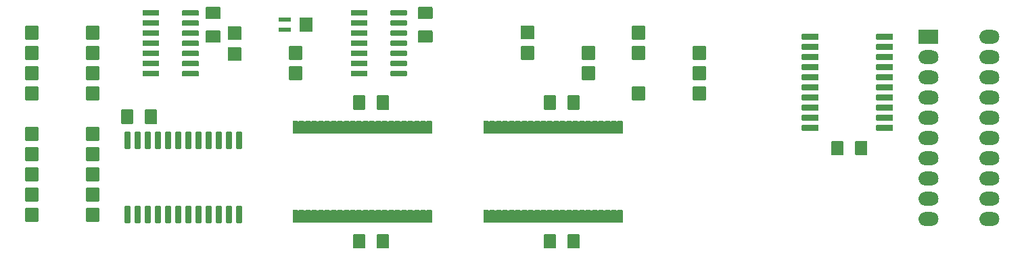
<source format=gts>
G04 #@! TF.GenerationSoftware,KiCad,Pcbnew,(5.1.2-1)-1*
G04 #@! TF.CreationDate,2019-06-09T21:32:49+01:00*
G04 #@! TF.ProjectId,SRAM Board 2MB,5352414d-2042-46f6-9172-6420324d422e,rev?*
G04 #@! TF.SameCoordinates,Original*
G04 #@! TF.FileFunction,Soldermask,Top*
G04 #@! TF.FilePolarity,Negative*
%FSLAX46Y46*%
G04 Gerber Fmt 4.6, Leading zero omitted, Abs format (unit mm)*
G04 Created by KiCad (PCBNEW (5.1.2-1)-1) date 2019-06-09 21:32:49*
%MOMM*%
%LPD*%
G04 APERTURE LIST*
%ADD10C,0.100000*%
G04 APERTURE END LIST*
D10*
G36*
X211460562Y-99662181D02*
G01*
X211495481Y-99672774D01*
X211527663Y-99689976D01*
X211555873Y-99713127D01*
X211579024Y-99741337D01*
X211596226Y-99773519D01*
X211606819Y-99808438D01*
X211611000Y-99850895D01*
X211611000Y-101317105D01*
X211606819Y-101359562D01*
X211596226Y-101394481D01*
X211579024Y-101426663D01*
X211555873Y-101454873D01*
X211527663Y-101478024D01*
X211495481Y-101495226D01*
X211460562Y-101505819D01*
X211418105Y-101510000D01*
X210276895Y-101510000D01*
X210234438Y-101505819D01*
X210199519Y-101495226D01*
X210167337Y-101478024D01*
X210139127Y-101454873D01*
X210115976Y-101426663D01*
X210098774Y-101394481D01*
X210088181Y-101359562D01*
X210084000Y-101317105D01*
X210084000Y-99850895D01*
X210088181Y-99808438D01*
X210098774Y-99773519D01*
X210115976Y-99741337D01*
X210139127Y-99713127D01*
X210167337Y-99689976D01*
X210199519Y-99672774D01*
X210234438Y-99662181D01*
X210276895Y-99658000D01*
X211418105Y-99658000D01*
X211460562Y-99662181D01*
X211460562Y-99662181D01*
G37*
G36*
X208485562Y-99662181D02*
G01*
X208520481Y-99672774D01*
X208552663Y-99689976D01*
X208580873Y-99713127D01*
X208604024Y-99741337D01*
X208621226Y-99773519D01*
X208631819Y-99808438D01*
X208636000Y-99850895D01*
X208636000Y-101317105D01*
X208631819Y-101359562D01*
X208621226Y-101394481D01*
X208604024Y-101426663D01*
X208580873Y-101454873D01*
X208552663Y-101478024D01*
X208520481Y-101495226D01*
X208485562Y-101505819D01*
X208443105Y-101510000D01*
X207301895Y-101510000D01*
X207259438Y-101505819D01*
X207224519Y-101495226D01*
X207192337Y-101478024D01*
X207164127Y-101454873D01*
X207140976Y-101426663D01*
X207123774Y-101394481D01*
X207113181Y-101359562D01*
X207109000Y-101317105D01*
X207109000Y-99850895D01*
X207113181Y-99808438D01*
X207123774Y-99773519D01*
X207140976Y-99741337D01*
X207164127Y-99713127D01*
X207192337Y-99689976D01*
X207224519Y-99672774D01*
X207259438Y-99662181D01*
X207301895Y-99658000D01*
X208443105Y-99658000D01*
X208485562Y-99662181D01*
X208485562Y-99662181D01*
G37*
G36*
X187584562Y-99662181D02*
G01*
X187619481Y-99672774D01*
X187651663Y-99689976D01*
X187679873Y-99713127D01*
X187703024Y-99741337D01*
X187720226Y-99773519D01*
X187730819Y-99808438D01*
X187735000Y-99850895D01*
X187735000Y-101317105D01*
X187730819Y-101359562D01*
X187720226Y-101394481D01*
X187703024Y-101426663D01*
X187679873Y-101454873D01*
X187651663Y-101478024D01*
X187619481Y-101495226D01*
X187584562Y-101505819D01*
X187542105Y-101510000D01*
X186400895Y-101510000D01*
X186358438Y-101505819D01*
X186323519Y-101495226D01*
X186291337Y-101478024D01*
X186263127Y-101454873D01*
X186239976Y-101426663D01*
X186222774Y-101394481D01*
X186212181Y-101359562D01*
X186208000Y-101317105D01*
X186208000Y-99850895D01*
X186212181Y-99808438D01*
X186222774Y-99773519D01*
X186239976Y-99741337D01*
X186263127Y-99713127D01*
X186291337Y-99689976D01*
X186323519Y-99672774D01*
X186358438Y-99662181D01*
X186400895Y-99658000D01*
X187542105Y-99658000D01*
X187584562Y-99662181D01*
X187584562Y-99662181D01*
G37*
G36*
X184609562Y-99662181D02*
G01*
X184644481Y-99672774D01*
X184676663Y-99689976D01*
X184704873Y-99713127D01*
X184728024Y-99741337D01*
X184745226Y-99773519D01*
X184755819Y-99808438D01*
X184760000Y-99850895D01*
X184760000Y-101317105D01*
X184755819Y-101359562D01*
X184745226Y-101394481D01*
X184728024Y-101426663D01*
X184704873Y-101454873D01*
X184676663Y-101478024D01*
X184644481Y-101495226D01*
X184609562Y-101505819D01*
X184567105Y-101510000D01*
X183425895Y-101510000D01*
X183383438Y-101505819D01*
X183348519Y-101495226D01*
X183316337Y-101478024D01*
X183288127Y-101454873D01*
X183264976Y-101426663D01*
X183247774Y-101394481D01*
X183237181Y-101359562D01*
X183233000Y-101317105D01*
X183233000Y-99850895D01*
X183237181Y-99808438D01*
X183247774Y-99773519D01*
X183264976Y-99741337D01*
X183288127Y-99713127D01*
X183316337Y-99689976D01*
X183348519Y-99672774D01*
X183383438Y-99662181D01*
X183425895Y-99658000D01*
X184567105Y-99658000D01*
X184609562Y-99662181D01*
X184609562Y-99662181D01*
G37*
G36*
X263456823Y-96951313D02*
G01*
X263617242Y-96999976D01*
X263749906Y-97070886D01*
X263765078Y-97078996D01*
X263894659Y-97185341D01*
X264001004Y-97314922D01*
X264001005Y-97314924D01*
X264080024Y-97462758D01*
X264128687Y-97623177D01*
X264145117Y-97790000D01*
X264128687Y-97956823D01*
X264080024Y-98117242D01*
X264032315Y-98206499D01*
X264001004Y-98265078D01*
X263894659Y-98394659D01*
X263765078Y-98501004D01*
X263765076Y-98501005D01*
X263617242Y-98580024D01*
X263456823Y-98628687D01*
X263331804Y-98641000D01*
X262448196Y-98641000D01*
X262323177Y-98628687D01*
X262162758Y-98580024D01*
X262014924Y-98501005D01*
X262014922Y-98501004D01*
X261885341Y-98394659D01*
X261778996Y-98265078D01*
X261747685Y-98206499D01*
X261699976Y-98117242D01*
X261651313Y-97956823D01*
X261634883Y-97790000D01*
X261651313Y-97623177D01*
X261699976Y-97462758D01*
X261778995Y-97314924D01*
X261778996Y-97314922D01*
X261885341Y-97185341D01*
X262014922Y-97078996D01*
X262030094Y-97070886D01*
X262162758Y-96999976D01*
X262323177Y-96951313D01*
X262448196Y-96939000D01*
X263331804Y-96939000D01*
X263456823Y-96951313D01*
X263456823Y-96951313D01*
G37*
G36*
X255836823Y-96951313D02*
G01*
X255997242Y-96999976D01*
X256129906Y-97070886D01*
X256145078Y-97078996D01*
X256274659Y-97185341D01*
X256381004Y-97314922D01*
X256381005Y-97314924D01*
X256460024Y-97462758D01*
X256508687Y-97623177D01*
X256525117Y-97790000D01*
X256508687Y-97956823D01*
X256460024Y-98117242D01*
X256412315Y-98206499D01*
X256381004Y-98265078D01*
X256274659Y-98394659D01*
X256145078Y-98501004D01*
X256145076Y-98501005D01*
X255997242Y-98580024D01*
X255836823Y-98628687D01*
X255711804Y-98641000D01*
X254828196Y-98641000D01*
X254703177Y-98628687D01*
X254542758Y-98580024D01*
X254394924Y-98501005D01*
X254394922Y-98501004D01*
X254265341Y-98394659D01*
X254158996Y-98265078D01*
X254127685Y-98206499D01*
X254079976Y-98117242D01*
X254031313Y-97956823D01*
X254014883Y-97790000D01*
X254031313Y-97623177D01*
X254079976Y-97462758D01*
X254158995Y-97314924D01*
X254158996Y-97314922D01*
X254265341Y-97185341D01*
X254394922Y-97078996D01*
X254410094Y-97070886D01*
X254542758Y-96999976D01*
X254703177Y-96951313D01*
X254828196Y-96939000D01*
X255711804Y-96939000D01*
X255836823Y-96951313D01*
X255836823Y-96951313D01*
G37*
G36*
X166692928Y-96159764D02*
G01*
X166714009Y-96166160D01*
X166733445Y-96176548D01*
X166750476Y-96190524D01*
X166764452Y-96207555D01*
X166774840Y-96226991D01*
X166781236Y-96248072D01*
X166784000Y-96276140D01*
X166784000Y-98189860D01*
X166781236Y-98217928D01*
X166774840Y-98239009D01*
X166764452Y-98258445D01*
X166750476Y-98275476D01*
X166733445Y-98289452D01*
X166714009Y-98299840D01*
X166692928Y-98306236D01*
X166664860Y-98309000D01*
X166201140Y-98309000D01*
X166173072Y-98306236D01*
X166151991Y-98299840D01*
X166132555Y-98289452D01*
X166115524Y-98275476D01*
X166101548Y-98258445D01*
X166091160Y-98239009D01*
X166084764Y-98217928D01*
X166082000Y-98189860D01*
X166082000Y-96276140D01*
X166084764Y-96248072D01*
X166091160Y-96226991D01*
X166101548Y-96207555D01*
X166115524Y-96190524D01*
X166132555Y-96176548D01*
X166151991Y-96166160D01*
X166173072Y-96159764D01*
X166201140Y-96157000D01*
X166664860Y-96157000D01*
X166692928Y-96159764D01*
X166692928Y-96159764D01*
G37*
G36*
X165422928Y-96159764D02*
G01*
X165444009Y-96166160D01*
X165463445Y-96176548D01*
X165480476Y-96190524D01*
X165494452Y-96207555D01*
X165504840Y-96226991D01*
X165511236Y-96248072D01*
X165514000Y-96276140D01*
X165514000Y-98189860D01*
X165511236Y-98217928D01*
X165504840Y-98239009D01*
X165494452Y-98258445D01*
X165480476Y-98275476D01*
X165463445Y-98289452D01*
X165444009Y-98299840D01*
X165422928Y-98306236D01*
X165394860Y-98309000D01*
X164931140Y-98309000D01*
X164903072Y-98306236D01*
X164881991Y-98299840D01*
X164862555Y-98289452D01*
X164845524Y-98275476D01*
X164831548Y-98258445D01*
X164821160Y-98239009D01*
X164814764Y-98217928D01*
X164812000Y-98189860D01*
X164812000Y-96276140D01*
X164814764Y-96248072D01*
X164821160Y-96226991D01*
X164831548Y-96207555D01*
X164845524Y-96190524D01*
X164862555Y-96176548D01*
X164881991Y-96166160D01*
X164903072Y-96159764D01*
X164931140Y-96157000D01*
X165394860Y-96157000D01*
X165422928Y-96159764D01*
X165422928Y-96159764D01*
G37*
G36*
X164152928Y-96159764D02*
G01*
X164174009Y-96166160D01*
X164193445Y-96176548D01*
X164210476Y-96190524D01*
X164224452Y-96207555D01*
X164234840Y-96226991D01*
X164241236Y-96248072D01*
X164244000Y-96276140D01*
X164244000Y-98189860D01*
X164241236Y-98217928D01*
X164234840Y-98239009D01*
X164224452Y-98258445D01*
X164210476Y-98275476D01*
X164193445Y-98289452D01*
X164174009Y-98299840D01*
X164152928Y-98306236D01*
X164124860Y-98309000D01*
X163661140Y-98309000D01*
X163633072Y-98306236D01*
X163611991Y-98299840D01*
X163592555Y-98289452D01*
X163575524Y-98275476D01*
X163561548Y-98258445D01*
X163551160Y-98239009D01*
X163544764Y-98217928D01*
X163542000Y-98189860D01*
X163542000Y-96276140D01*
X163544764Y-96248072D01*
X163551160Y-96226991D01*
X163561548Y-96207555D01*
X163575524Y-96190524D01*
X163592555Y-96176548D01*
X163611991Y-96166160D01*
X163633072Y-96159764D01*
X163661140Y-96157000D01*
X164124860Y-96157000D01*
X164152928Y-96159764D01*
X164152928Y-96159764D01*
G37*
G36*
X162882928Y-96159764D02*
G01*
X162904009Y-96166160D01*
X162923445Y-96176548D01*
X162940476Y-96190524D01*
X162954452Y-96207555D01*
X162964840Y-96226991D01*
X162971236Y-96248072D01*
X162974000Y-96276140D01*
X162974000Y-98189860D01*
X162971236Y-98217928D01*
X162964840Y-98239009D01*
X162954452Y-98258445D01*
X162940476Y-98275476D01*
X162923445Y-98289452D01*
X162904009Y-98299840D01*
X162882928Y-98306236D01*
X162854860Y-98309000D01*
X162391140Y-98309000D01*
X162363072Y-98306236D01*
X162341991Y-98299840D01*
X162322555Y-98289452D01*
X162305524Y-98275476D01*
X162291548Y-98258445D01*
X162281160Y-98239009D01*
X162274764Y-98217928D01*
X162272000Y-98189860D01*
X162272000Y-96276140D01*
X162274764Y-96248072D01*
X162281160Y-96226991D01*
X162291548Y-96207555D01*
X162305524Y-96190524D01*
X162322555Y-96176548D01*
X162341991Y-96166160D01*
X162363072Y-96159764D01*
X162391140Y-96157000D01*
X162854860Y-96157000D01*
X162882928Y-96159764D01*
X162882928Y-96159764D01*
G37*
G36*
X161612928Y-96159764D02*
G01*
X161634009Y-96166160D01*
X161653445Y-96176548D01*
X161670476Y-96190524D01*
X161684452Y-96207555D01*
X161694840Y-96226991D01*
X161701236Y-96248072D01*
X161704000Y-96276140D01*
X161704000Y-98189860D01*
X161701236Y-98217928D01*
X161694840Y-98239009D01*
X161684452Y-98258445D01*
X161670476Y-98275476D01*
X161653445Y-98289452D01*
X161634009Y-98299840D01*
X161612928Y-98306236D01*
X161584860Y-98309000D01*
X161121140Y-98309000D01*
X161093072Y-98306236D01*
X161071991Y-98299840D01*
X161052555Y-98289452D01*
X161035524Y-98275476D01*
X161021548Y-98258445D01*
X161011160Y-98239009D01*
X161004764Y-98217928D01*
X161002000Y-98189860D01*
X161002000Y-96276140D01*
X161004764Y-96248072D01*
X161011160Y-96226991D01*
X161021548Y-96207555D01*
X161035524Y-96190524D01*
X161052555Y-96176548D01*
X161071991Y-96166160D01*
X161093072Y-96159764D01*
X161121140Y-96157000D01*
X161584860Y-96157000D01*
X161612928Y-96159764D01*
X161612928Y-96159764D01*
G37*
G36*
X160342928Y-96159764D02*
G01*
X160364009Y-96166160D01*
X160383445Y-96176548D01*
X160400476Y-96190524D01*
X160414452Y-96207555D01*
X160424840Y-96226991D01*
X160431236Y-96248072D01*
X160434000Y-96276140D01*
X160434000Y-98189860D01*
X160431236Y-98217928D01*
X160424840Y-98239009D01*
X160414452Y-98258445D01*
X160400476Y-98275476D01*
X160383445Y-98289452D01*
X160364009Y-98299840D01*
X160342928Y-98306236D01*
X160314860Y-98309000D01*
X159851140Y-98309000D01*
X159823072Y-98306236D01*
X159801991Y-98299840D01*
X159782555Y-98289452D01*
X159765524Y-98275476D01*
X159751548Y-98258445D01*
X159741160Y-98239009D01*
X159734764Y-98217928D01*
X159732000Y-98189860D01*
X159732000Y-96276140D01*
X159734764Y-96248072D01*
X159741160Y-96226991D01*
X159751548Y-96207555D01*
X159765524Y-96190524D01*
X159782555Y-96176548D01*
X159801991Y-96166160D01*
X159823072Y-96159764D01*
X159851140Y-96157000D01*
X160314860Y-96157000D01*
X160342928Y-96159764D01*
X160342928Y-96159764D01*
G37*
G36*
X159072928Y-96159764D02*
G01*
X159094009Y-96166160D01*
X159113445Y-96176548D01*
X159130476Y-96190524D01*
X159144452Y-96207555D01*
X159154840Y-96226991D01*
X159161236Y-96248072D01*
X159164000Y-96276140D01*
X159164000Y-98189860D01*
X159161236Y-98217928D01*
X159154840Y-98239009D01*
X159144452Y-98258445D01*
X159130476Y-98275476D01*
X159113445Y-98289452D01*
X159094009Y-98299840D01*
X159072928Y-98306236D01*
X159044860Y-98309000D01*
X158581140Y-98309000D01*
X158553072Y-98306236D01*
X158531991Y-98299840D01*
X158512555Y-98289452D01*
X158495524Y-98275476D01*
X158481548Y-98258445D01*
X158471160Y-98239009D01*
X158464764Y-98217928D01*
X158462000Y-98189860D01*
X158462000Y-96276140D01*
X158464764Y-96248072D01*
X158471160Y-96226991D01*
X158481548Y-96207555D01*
X158495524Y-96190524D01*
X158512555Y-96176548D01*
X158531991Y-96166160D01*
X158553072Y-96159764D01*
X158581140Y-96157000D01*
X159044860Y-96157000D01*
X159072928Y-96159764D01*
X159072928Y-96159764D01*
G37*
G36*
X157802928Y-96159764D02*
G01*
X157824009Y-96166160D01*
X157843445Y-96176548D01*
X157860476Y-96190524D01*
X157874452Y-96207555D01*
X157884840Y-96226991D01*
X157891236Y-96248072D01*
X157894000Y-96276140D01*
X157894000Y-98189860D01*
X157891236Y-98217928D01*
X157884840Y-98239009D01*
X157874452Y-98258445D01*
X157860476Y-98275476D01*
X157843445Y-98289452D01*
X157824009Y-98299840D01*
X157802928Y-98306236D01*
X157774860Y-98309000D01*
X157311140Y-98309000D01*
X157283072Y-98306236D01*
X157261991Y-98299840D01*
X157242555Y-98289452D01*
X157225524Y-98275476D01*
X157211548Y-98258445D01*
X157201160Y-98239009D01*
X157194764Y-98217928D01*
X157192000Y-98189860D01*
X157192000Y-96276140D01*
X157194764Y-96248072D01*
X157201160Y-96226991D01*
X157211548Y-96207555D01*
X157225524Y-96190524D01*
X157242555Y-96176548D01*
X157261991Y-96166160D01*
X157283072Y-96159764D01*
X157311140Y-96157000D01*
X157774860Y-96157000D01*
X157802928Y-96159764D01*
X157802928Y-96159764D01*
G37*
G36*
X156532928Y-96159764D02*
G01*
X156554009Y-96166160D01*
X156573445Y-96176548D01*
X156590476Y-96190524D01*
X156604452Y-96207555D01*
X156614840Y-96226991D01*
X156621236Y-96248072D01*
X156624000Y-96276140D01*
X156624000Y-98189860D01*
X156621236Y-98217928D01*
X156614840Y-98239009D01*
X156604452Y-98258445D01*
X156590476Y-98275476D01*
X156573445Y-98289452D01*
X156554009Y-98299840D01*
X156532928Y-98306236D01*
X156504860Y-98309000D01*
X156041140Y-98309000D01*
X156013072Y-98306236D01*
X155991991Y-98299840D01*
X155972555Y-98289452D01*
X155955524Y-98275476D01*
X155941548Y-98258445D01*
X155931160Y-98239009D01*
X155924764Y-98217928D01*
X155922000Y-98189860D01*
X155922000Y-96276140D01*
X155924764Y-96248072D01*
X155931160Y-96226991D01*
X155941548Y-96207555D01*
X155955524Y-96190524D01*
X155972555Y-96176548D01*
X155991991Y-96166160D01*
X156013072Y-96159764D01*
X156041140Y-96157000D01*
X156504860Y-96157000D01*
X156532928Y-96159764D01*
X156532928Y-96159764D01*
G37*
G36*
X155262928Y-96159764D02*
G01*
X155284009Y-96166160D01*
X155303445Y-96176548D01*
X155320476Y-96190524D01*
X155334452Y-96207555D01*
X155344840Y-96226991D01*
X155351236Y-96248072D01*
X155354000Y-96276140D01*
X155354000Y-98189860D01*
X155351236Y-98217928D01*
X155344840Y-98239009D01*
X155334452Y-98258445D01*
X155320476Y-98275476D01*
X155303445Y-98289452D01*
X155284009Y-98299840D01*
X155262928Y-98306236D01*
X155234860Y-98309000D01*
X154771140Y-98309000D01*
X154743072Y-98306236D01*
X154721991Y-98299840D01*
X154702555Y-98289452D01*
X154685524Y-98275476D01*
X154671548Y-98258445D01*
X154661160Y-98239009D01*
X154654764Y-98217928D01*
X154652000Y-98189860D01*
X154652000Y-96276140D01*
X154654764Y-96248072D01*
X154661160Y-96226991D01*
X154671548Y-96207555D01*
X154685524Y-96190524D01*
X154702555Y-96176548D01*
X154721991Y-96166160D01*
X154743072Y-96159764D01*
X154771140Y-96157000D01*
X155234860Y-96157000D01*
X155262928Y-96159764D01*
X155262928Y-96159764D01*
G37*
G36*
X167962928Y-96159764D02*
G01*
X167984009Y-96166160D01*
X168003445Y-96176548D01*
X168020476Y-96190524D01*
X168034452Y-96207555D01*
X168044840Y-96226991D01*
X168051236Y-96248072D01*
X168054000Y-96276140D01*
X168054000Y-98189860D01*
X168051236Y-98217928D01*
X168044840Y-98239009D01*
X168034452Y-98258445D01*
X168020476Y-98275476D01*
X168003445Y-98289452D01*
X167984009Y-98299840D01*
X167962928Y-98306236D01*
X167934860Y-98309000D01*
X167471140Y-98309000D01*
X167443072Y-98306236D01*
X167421991Y-98299840D01*
X167402555Y-98289452D01*
X167385524Y-98275476D01*
X167371548Y-98258445D01*
X167361160Y-98239009D01*
X167354764Y-98217928D01*
X167352000Y-98189860D01*
X167352000Y-96276140D01*
X167354764Y-96248072D01*
X167361160Y-96226991D01*
X167371548Y-96207555D01*
X167385524Y-96190524D01*
X167402555Y-96176548D01*
X167421991Y-96166160D01*
X167443072Y-96159764D01*
X167471140Y-96157000D01*
X167934860Y-96157000D01*
X167962928Y-96159764D01*
X167962928Y-96159764D01*
G37*
G36*
X169232928Y-96159764D02*
G01*
X169254009Y-96166160D01*
X169273445Y-96176548D01*
X169290476Y-96190524D01*
X169304452Y-96207555D01*
X169314840Y-96226991D01*
X169321236Y-96248072D01*
X169324000Y-96276140D01*
X169324000Y-98189860D01*
X169321236Y-98217928D01*
X169314840Y-98239009D01*
X169304452Y-98258445D01*
X169290476Y-98275476D01*
X169273445Y-98289452D01*
X169254009Y-98299840D01*
X169232928Y-98306236D01*
X169204860Y-98309000D01*
X168741140Y-98309000D01*
X168713072Y-98306236D01*
X168691991Y-98299840D01*
X168672555Y-98289452D01*
X168655524Y-98275476D01*
X168641548Y-98258445D01*
X168631160Y-98239009D01*
X168624764Y-98217928D01*
X168622000Y-98189860D01*
X168622000Y-96276140D01*
X168624764Y-96248072D01*
X168631160Y-96226991D01*
X168641548Y-96207555D01*
X168655524Y-96190524D01*
X168672555Y-96176548D01*
X168691991Y-96166160D01*
X168713072Y-96159764D01*
X168741140Y-96157000D01*
X169204860Y-96157000D01*
X169232928Y-96159764D01*
X169232928Y-96159764D01*
G37*
G36*
X200124987Y-96661024D02*
G01*
X200143730Y-96666710D01*
X200160997Y-96675939D01*
X200176138Y-96688365D01*
X200183375Y-96697183D01*
X200200702Y-96714510D01*
X200221076Y-96728123D01*
X200243715Y-96737501D01*
X200267748Y-96742281D01*
X200292252Y-96742281D01*
X200316285Y-96737501D01*
X200338924Y-96728123D01*
X200359299Y-96714509D01*
X200376625Y-96697183D01*
X200383862Y-96688365D01*
X200399003Y-96675939D01*
X200416270Y-96666710D01*
X200435013Y-96661024D01*
X200460640Y-96658500D01*
X200899360Y-96658500D01*
X200924987Y-96661024D01*
X200943730Y-96666710D01*
X200960997Y-96675939D01*
X200976138Y-96688365D01*
X200983375Y-96697183D01*
X201000702Y-96714510D01*
X201021076Y-96728123D01*
X201043715Y-96737501D01*
X201067748Y-96742281D01*
X201092252Y-96742281D01*
X201116285Y-96737501D01*
X201138924Y-96728123D01*
X201159299Y-96714509D01*
X201176625Y-96697183D01*
X201183862Y-96688365D01*
X201199003Y-96675939D01*
X201216270Y-96666710D01*
X201235013Y-96661024D01*
X201260640Y-96658500D01*
X201699360Y-96658500D01*
X201724987Y-96661024D01*
X201743730Y-96666710D01*
X201760997Y-96675939D01*
X201776138Y-96688365D01*
X201783375Y-96697183D01*
X201800702Y-96714510D01*
X201821076Y-96728123D01*
X201843715Y-96737501D01*
X201867748Y-96742281D01*
X201892252Y-96742281D01*
X201916285Y-96737501D01*
X201938924Y-96728123D01*
X201959299Y-96714509D01*
X201976625Y-96697183D01*
X201983862Y-96688365D01*
X201999003Y-96675939D01*
X202016270Y-96666710D01*
X202035013Y-96661024D01*
X202060640Y-96658500D01*
X202499360Y-96658500D01*
X202524987Y-96661024D01*
X202543730Y-96666710D01*
X202560997Y-96675939D01*
X202576138Y-96688365D01*
X202583375Y-96697183D01*
X202600702Y-96714510D01*
X202621076Y-96728123D01*
X202643715Y-96737501D01*
X202667748Y-96742281D01*
X202692252Y-96742281D01*
X202716285Y-96737501D01*
X202738924Y-96728123D01*
X202759299Y-96714509D01*
X202776625Y-96697183D01*
X202783862Y-96688365D01*
X202799003Y-96675939D01*
X202816270Y-96666710D01*
X202835013Y-96661024D01*
X202860640Y-96658500D01*
X203299360Y-96658500D01*
X203324987Y-96661024D01*
X203343730Y-96666710D01*
X203360997Y-96675939D01*
X203376138Y-96688365D01*
X203383375Y-96697183D01*
X203400702Y-96714510D01*
X203421076Y-96728123D01*
X203443715Y-96737501D01*
X203467748Y-96742281D01*
X203492252Y-96742281D01*
X203516285Y-96737501D01*
X203538924Y-96728123D01*
X203559299Y-96714509D01*
X203576625Y-96697183D01*
X203583862Y-96688365D01*
X203599003Y-96675939D01*
X203616270Y-96666710D01*
X203635013Y-96661024D01*
X203660640Y-96658500D01*
X204099360Y-96658500D01*
X204124987Y-96661024D01*
X204143730Y-96666710D01*
X204160997Y-96675939D01*
X204176138Y-96688365D01*
X204183375Y-96697183D01*
X204200702Y-96714510D01*
X204221076Y-96728123D01*
X204243715Y-96737501D01*
X204267748Y-96742281D01*
X204292252Y-96742281D01*
X204316285Y-96737501D01*
X204338924Y-96728123D01*
X204359299Y-96714509D01*
X204376625Y-96697183D01*
X204383862Y-96688365D01*
X204399003Y-96675939D01*
X204416270Y-96666710D01*
X204435013Y-96661024D01*
X204460640Y-96658500D01*
X204899360Y-96658500D01*
X204924987Y-96661024D01*
X204943730Y-96666710D01*
X204960997Y-96675939D01*
X204976138Y-96688365D01*
X204983375Y-96697183D01*
X205000702Y-96714510D01*
X205021076Y-96728123D01*
X205043715Y-96737501D01*
X205067748Y-96742281D01*
X205092252Y-96742281D01*
X205116285Y-96737501D01*
X205138924Y-96728123D01*
X205159299Y-96714509D01*
X205176625Y-96697183D01*
X205183862Y-96688365D01*
X205199003Y-96675939D01*
X205216270Y-96666710D01*
X205235013Y-96661024D01*
X205260640Y-96658500D01*
X205699360Y-96658500D01*
X205724987Y-96661024D01*
X205743730Y-96666710D01*
X205760997Y-96675939D01*
X205776138Y-96688365D01*
X205783375Y-96697183D01*
X205800702Y-96714510D01*
X205821076Y-96728123D01*
X205843715Y-96737501D01*
X205867748Y-96742281D01*
X205892252Y-96742281D01*
X205916285Y-96737501D01*
X205938924Y-96728123D01*
X205959299Y-96714509D01*
X205976625Y-96697183D01*
X205983862Y-96688365D01*
X205999003Y-96675939D01*
X206016270Y-96666710D01*
X206035013Y-96661024D01*
X206060640Y-96658500D01*
X206499360Y-96658500D01*
X206524987Y-96661024D01*
X206543730Y-96666710D01*
X206560997Y-96675939D01*
X206576138Y-96688365D01*
X206583375Y-96697183D01*
X206600702Y-96714510D01*
X206621076Y-96728123D01*
X206643715Y-96737501D01*
X206667748Y-96742281D01*
X206692252Y-96742281D01*
X206716285Y-96737501D01*
X206738924Y-96728123D01*
X206759299Y-96714509D01*
X206776625Y-96697183D01*
X206783862Y-96688365D01*
X206799003Y-96675939D01*
X206816270Y-96666710D01*
X206835013Y-96661024D01*
X206860640Y-96658500D01*
X207299360Y-96658500D01*
X207324987Y-96661024D01*
X207343730Y-96666710D01*
X207360997Y-96675939D01*
X207376138Y-96688365D01*
X207383375Y-96697183D01*
X207400702Y-96714510D01*
X207421076Y-96728123D01*
X207443715Y-96737501D01*
X207467748Y-96742281D01*
X207492252Y-96742281D01*
X207516285Y-96737501D01*
X207538924Y-96728123D01*
X207559299Y-96714509D01*
X207576625Y-96697183D01*
X207583862Y-96688365D01*
X207599003Y-96675939D01*
X207616270Y-96666710D01*
X207635013Y-96661024D01*
X207660640Y-96658500D01*
X208099360Y-96658500D01*
X208124987Y-96661024D01*
X208143730Y-96666710D01*
X208160997Y-96675939D01*
X208176138Y-96688365D01*
X208183375Y-96697183D01*
X208200702Y-96714510D01*
X208221076Y-96728123D01*
X208243715Y-96737501D01*
X208267748Y-96742281D01*
X208292252Y-96742281D01*
X208316285Y-96737501D01*
X208338924Y-96728123D01*
X208359299Y-96714509D01*
X208376625Y-96697183D01*
X208383862Y-96688365D01*
X208399003Y-96675939D01*
X208416270Y-96666710D01*
X208435013Y-96661024D01*
X208460640Y-96658500D01*
X208899360Y-96658500D01*
X208924987Y-96661024D01*
X208943730Y-96666710D01*
X208960997Y-96675939D01*
X208976138Y-96688365D01*
X208983375Y-96697183D01*
X209000702Y-96714510D01*
X209021076Y-96728123D01*
X209043715Y-96737501D01*
X209067748Y-96742281D01*
X209092252Y-96742281D01*
X209116285Y-96737501D01*
X209138924Y-96728123D01*
X209159299Y-96714509D01*
X209176625Y-96697183D01*
X209183862Y-96688365D01*
X209199003Y-96675939D01*
X209216270Y-96666710D01*
X209235013Y-96661024D01*
X209260640Y-96658500D01*
X209699360Y-96658500D01*
X209724987Y-96661024D01*
X209743730Y-96666710D01*
X209760997Y-96675939D01*
X209776138Y-96688365D01*
X209783375Y-96697183D01*
X209800702Y-96714510D01*
X209821076Y-96728123D01*
X209843715Y-96737501D01*
X209867748Y-96742281D01*
X209892252Y-96742281D01*
X209916285Y-96737501D01*
X209938924Y-96728123D01*
X209959299Y-96714509D01*
X209976625Y-96697183D01*
X209983862Y-96688365D01*
X209999003Y-96675939D01*
X210016270Y-96666710D01*
X210035013Y-96661024D01*
X210060640Y-96658500D01*
X210499360Y-96658500D01*
X210524987Y-96661024D01*
X210543730Y-96666710D01*
X210560997Y-96675939D01*
X210576138Y-96688365D01*
X210583375Y-96697183D01*
X210600702Y-96714510D01*
X210621076Y-96728123D01*
X210643715Y-96737501D01*
X210667748Y-96742281D01*
X210692252Y-96742281D01*
X210716285Y-96737501D01*
X210738924Y-96728123D01*
X210759299Y-96714509D01*
X210776625Y-96697183D01*
X210783862Y-96688365D01*
X210799003Y-96675939D01*
X210816270Y-96666710D01*
X210835013Y-96661024D01*
X210860640Y-96658500D01*
X211299360Y-96658500D01*
X211324987Y-96661024D01*
X211343730Y-96666710D01*
X211360997Y-96675939D01*
X211376138Y-96688365D01*
X211383375Y-96697183D01*
X211400702Y-96714510D01*
X211421076Y-96728123D01*
X211443715Y-96737501D01*
X211467748Y-96742281D01*
X211492252Y-96742281D01*
X211516285Y-96737501D01*
X211538924Y-96728123D01*
X211559299Y-96714509D01*
X211576625Y-96697183D01*
X211583862Y-96688365D01*
X211599003Y-96675939D01*
X211616270Y-96666710D01*
X211635013Y-96661024D01*
X211660640Y-96658500D01*
X212099360Y-96658500D01*
X212124987Y-96661024D01*
X212143730Y-96666710D01*
X212160997Y-96675939D01*
X212176138Y-96688365D01*
X212183375Y-96697183D01*
X212200702Y-96714510D01*
X212221076Y-96728123D01*
X212243715Y-96737501D01*
X212267748Y-96742281D01*
X212292252Y-96742281D01*
X212316285Y-96737501D01*
X212338924Y-96728123D01*
X212359299Y-96714509D01*
X212376625Y-96697183D01*
X212383862Y-96688365D01*
X212399003Y-96675939D01*
X212416270Y-96666710D01*
X212435013Y-96661024D01*
X212460640Y-96658500D01*
X212899360Y-96658500D01*
X212924987Y-96661024D01*
X212943730Y-96666710D01*
X212960997Y-96675939D01*
X212976138Y-96688365D01*
X212983375Y-96697183D01*
X213000702Y-96714510D01*
X213021076Y-96728123D01*
X213043715Y-96737501D01*
X213067748Y-96742281D01*
X213092252Y-96742281D01*
X213116285Y-96737501D01*
X213138924Y-96728123D01*
X213159299Y-96714509D01*
X213176625Y-96697183D01*
X213183862Y-96688365D01*
X213199003Y-96675939D01*
X213216270Y-96666710D01*
X213235013Y-96661024D01*
X213260640Y-96658500D01*
X213699360Y-96658500D01*
X213724987Y-96661024D01*
X213743730Y-96666710D01*
X213760997Y-96675939D01*
X213776138Y-96688365D01*
X213783375Y-96697183D01*
X213800702Y-96714510D01*
X213821076Y-96728123D01*
X213843715Y-96737501D01*
X213867748Y-96742281D01*
X213892252Y-96742281D01*
X213916285Y-96737501D01*
X213938924Y-96728123D01*
X213959299Y-96714509D01*
X213976625Y-96697183D01*
X213983862Y-96688365D01*
X213999003Y-96675939D01*
X214016270Y-96666710D01*
X214035013Y-96661024D01*
X214060640Y-96658500D01*
X214499360Y-96658500D01*
X214524987Y-96661024D01*
X214543730Y-96666710D01*
X214560997Y-96675939D01*
X214576138Y-96688365D01*
X214583375Y-96697183D01*
X214600702Y-96714510D01*
X214621076Y-96728123D01*
X214643715Y-96737501D01*
X214667748Y-96742281D01*
X214692252Y-96742281D01*
X214716285Y-96737501D01*
X214738924Y-96728123D01*
X214759299Y-96714509D01*
X214776625Y-96697183D01*
X214783862Y-96688365D01*
X214799003Y-96675939D01*
X214816270Y-96666710D01*
X214835013Y-96661024D01*
X214860640Y-96658500D01*
X215299360Y-96658500D01*
X215324987Y-96661024D01*
X215343730Y-96666710D01*
X215360997Y-96675939D01*
X215376138Y-96688365D01*
X215383375Y-96697183D01*
X215400702Y-96714510D01*
X215421076Y-96728123D01*
X215443715Y-96737501D01*
X215467748Y-96742281D01*
X215492252Y-96742281D01*
X215516285Y-96737501D01*
X215538924Y-96728123D01*
X215559299Y-96714509D01*
X215576625Y-96697183D01*
X215583862Y-96688365D01*
X215599003Y-96675939D01*
X215616270Y-96666710D01*
X215635013Y-96661024D01*
X215660640Y-96658500D01*
X216099360Y-96658500D01*
X216124987Y-96661024D01*
X216143730Y-96666710D01*
X216160997Y-96675939D01*
X216176138Y-96688365D01*
X216183375Y-96697183D01*
X216200702Y-96714510D01*
X216221076Y-96728123D01*
X216243715Y-96737501D01*
X216267748Y-96742281D01*
X216292252Y-96742281D01*
X216316285Y-96737501D01*
X216338924Y-96728123D01*
X216359299Y-96714509D01*
X216376625Y-96697183D01*
X216383862Y-96688365D01*
X216399003Y-96675939D01*
X216416270Y-96666710D01*
X216435013Y-96661024D01*
X216460640Y-96658500D01*
X216899360Y-96658500D01*
X216924987Y-96661024D01*
X216943730Y-96666710D01*
X216960997Y-96675939D01*
X216976136Y-96688364D01*
X216988561Y-96703503D01*
X216997790Y-96720770D01*
X217003476Y-96739513D01*
X217006000Y-96765140D01*
X217006000Y-98178860D01*
X217003476Y-98204487D01*
X216997790Y-98223230D01*
X216988561Y-98240497D01*
X216976136Y-98255636D01*
X216960997Y-98268061D01*
X216943730Y-98277290D01*
X216924987Y-98282976D01*
X216899360Y-98285500D01*
X216460640Y-98285500D01*
X216435013Y-98282976D01*
X216416270Y-98277290D01*
X216399003Y-98268061D01*
X216383862Y-98255635D01*
X216376625Y-98246817D01*
X216359298Y-98229490D01*
X216338924Y-98215877D01*
X216316285Y-98206499D01*
X216292252Y-98201719D01*
X216267748Y-98201719D01*
X216243715Y-98206499D01*
X216221076Y-98215877D01*
X216200701Y-98229491D01*
X216183375Y-98246817D01*
X216176138Y-98255635D01*
X216160997Y-98268061D01*
X216143730Y-98277290D01*
X216124987Y-98282976D01*
X216099360Y-98285500D01*
X215660640Y-98285500D01*
X215635013Y-98282976D01*
X215616270Y-98277290D01*
X215599003Y-98268061D01*
X215583862Y-98255635D01*
X215576625Y-98246817D01*
X215559298Y-98229490D01*
X215538924Y-98215877D01*
X215516285Y-98206499D01*
X215492252Y-98201719D01*
X215467748Y-98201719D01*
X215443715Y-98206499D01*
X215421076Y-98215877D01*
X215400701Y-98229491D01*
X215383375Y-98246817D01*
X215376138Y-98255635D01*
X215360997Y-98268061D01*
X215343730Y-98277290D01*
X215324987Y-98282976D01*
X215299360Y-98285500D01*
X214860640Y-98285500D01*
X214835013Y-98282976D01*
X214816270Y-98277290D01*
X214799003Y-98268061D01*
X214783862Y-98255635D01*
X214776625Y-98246817D01*
X214759298Y-98229490D01*
X214738924Y-98215877D01*
X214716285Y-98206499D01*
X214692252Y-98201719D01*
X214667748Y-98201719D01*
X214643715Y-98206499D01*
X214621076Y-98215877D01*
X214600701Y-98229491D01*
X214583375Y-98246817D01*
X214576138Y-98255635D01*
X214560997Y-98268061D01*
X214543730Y-98277290D01*
X214524987Y-98282976D01*
X214499360Y-98285500D01*
X214060640Y-98285500D01*
X214035013Y-98282976D01*
X214016270Y-98277290D01*
X213999003Y-98268061D01*
X213983862Y-98255635D01*
X213976625Y-98246817D01*
X213959298Y-98229490D01*
X213938924Y-98215877D01*
X213916285Y-98206499D01*
X213892252Y-98201719D01*
X213867748Y-98201719D01*
X213843715Y-98206499D01*
X213821076Y-98215877D01*
X213800701Y-98229491D01*
X213783375Y-98246817D01*
X213776138Y-98255635D01*
X213760997Y-98268061D01*
X213743730Y-98277290D01*
X213724987Y-98282976D01*
X213699360Y-98285500D01*
X213260640Y-98285500D01*
X213235013Y-98282976D01*
X213216270Y-98277290D01*
X213199003Y-98268061D01*
X213183862Y-98255635D01*
X213176625Y-98246817D01*
X213159298Y-98229490D01*
X213138924Y-98215877D01*
X213116285Y-98206499D01*
X213092252Y-98201719D01*
X213067748Y-98201719D01*
X213043715Y-98206499D01*
X213021076Y-98215877D01*
X213000701Y-98229491D01*
X212983375Y-98246817D01*
X212976138Y-98255635D01*
X212960997Y-98268061D01*
X212943730Y-98277290D01*
X212924987Y-98282976D01*
X212899360Y-98285500D01*
X212460640Y-98285500D01*
X212435013Y-98282976D01*
X212416270Y-98277290D01*
X212399003Y-98268061D01*
X212383862Y-98255635D01*
X212376625Y-98246817D01*
X212359298Y-98229490D01*
X212338924Y-98215877D01*
X212316285Y-98206499D01*
X212292252Y-98201719D01*
X212267748Y-98201719D01*
X212243715Y-98206499D01*
X212221076Y-98215877D01*
X212200701Y-98229491D01*
X212183375Y-98246817D01*
X212176138Y-98255635D01*
X212160997Y-98268061D01*
X212143730Y-98277290D01*
X212124987Y-98282976D01*
X212099360Y-98285500D01*
X211660640Y-98285500D01*
X211635013Y-98282976D01*
X211616270Y-98277290D01*
X211599003Y-98268061D01*
X211583862Y-98255635D01*
X211576625Y-98246817D01*
X211559298Y-98229490D01*
X211538924Y-98215877D01*
X211516285Y-98206499D01*
X211492252Y-98201719D01*
X211467748Y-98201719D01*
X211443715Y-98206499D01*
X211421076Y-98215877D01*
X211400701Y-98229491D01*
X211383375Y-98246817D01*
X211376138Y-98255635D01*
X211360997Y-98268061D01*
X211343730Y-98277290D01*
X211324987Y-98282976D01*
X211299360Y-98285500D01*
X210860640Y-98285500D01*
X210835013Y-98282976D01*
X210816270Y-98277290D01*
X210799003Y-98268061D01*
X210783862Y-98255635D01*
X210776625Y-98246817D01*
X210759298Y-98229490D01*
X210738924Y-98215877D01*
X210716285Y-98206499D01*
X210692252Y-98201719D01*
X210667748Y-98201719D01*
X210643715Y-98206499D01*
X210621076Y-98215877D01*
X210600701Y-98229491D01*
X210583375Y-98246817D01*
X210576138Y-98255635D01*
X210560997Y-98268061D01*
X210543730Y-98277290D01*
X210524987Y-98282976D01*
X210499360Y-98285500D01*
X210060640Y-98285500D01*
X210035013Y-98282976D01*
X210016270Y-98277290D01*
X209999003Y-98268061D01*
X209983862Y-98255635D01*
X209976625Y-98246817D01*
X209959298Y-98229490D01*
X209938924Y-98215877D01*
X209916285Y-98206499D01*
X209892252Y-98201719D01*
X209867748Y-98201719D01*
X209843715Y-98206499D01*
X209821076Y-98215877D01*
X209800701Y-98229491D01*
X209783375Y-98246817D01*
X209776138Y-98255635D01*
X209760997Y-98268061D01*
X209743730Y-98277290D01*
X209724987Y-98282976D01*
X209699360Y-98285500D01*
X209260640Y-98285500D01*
X209235013Y-98282976D01*
X209216270Y-98277290D01*
X209199003Y-98268061D01*
X209183862Y-98255635D01*
X209176625Y-98246817D01*
X209159298Y-98229490D01*
X209138924Y-98215877D01*
X209116285Y-98206499D01*
X209092252Y-98201719D01*
X209067748Y-98201719D01*
X209043715Y-98206499D01*
X209021076Y-98215877D01*
X209000701Y-98229491D01*
X208983375Y-98246817D01*
X208976138Y-98255635D01*
X208960997Y-98268061D01*
X208943730Y-98277290D01*
X208924987Y-98282976D01*
X208899360Y-98285500D01*
X208460640Y-98285500D01*
X208435013Y-98282976D01*
X208416270Y-98277290D01*
X208399003Y-98268061D01*
X208383862Y-98255635D01*
X208376625Y-98246817D01*
X208359298Y-98229490D01*
X208338924Y-98215877D01*
X208316285Y-98206499D01*
X208292252Y-98201719D01*
X208267748Y-98201719D01*
X208243715Y-98206499D01*
X208221076Y-98215877D01*
X208200701Y-98229491D01*
X208183375Y-98246817D01*
X208176138Y-98255635D01*
X208160997Y-98268061D01*
X208143730Y-98277290D01*
X208124987Y-98282976D01*
X208099360Y-98285500D01*
X207660640Y-98285500D01*
X207635013Y-98282976D01*
X207616270Y-98277290D01*
X207599003Y-98268061D01*
X207583862Y-98255635D01*
X207576625Y-98246817D01*
X207559298Y-98229490D01*
X207538924Y-98215877D01*
X207516285Y-98206499D01*
X207492252Y-98201719D01*
X207467748Y-98201719D01*
X207443715Y-98206499D01*
X207421076Y-98215877D01*
X207400701Y-98229491D01*
X207383375Y-98246817D01*
X207376138Y-98255635D01*
X207360997Y-98268061D01*
X207343730Y-98277290D01*
X207324987Y-98282976D01*
X207299360Y-98285500D01*
X206860640Y-98285500D01*
X206835013Y-98282976D01*
X206816270Y-98277290D01*
X206799003Y-98268061D01*
X206783862Y-98255635D01*
X206776625Y-98246817D01*
X206759298Y-98229490D01*
X206738924Y-98215877D01*
X206716285Y-98206499D01*
X206692252Y-98201719D01*
X206667748Y-98201719D01*
X206643715Y-98206499D01*
X206621076Y-98215877D01*
X206600701Y-98229491D01*
X206583375Y-98246817D01*
X206576138Y-98255635D01*
X206560997Y-98268061D01*
X206543730Y-98277290D01*
X206524987Y-98282976D01*
X206499360Y-98285500D01*
X206060640Y-98285500D01*
X206035013Y-98282976D01*
X206016270Y-98277290D01*
X205999003Y-98268061D01*
X205983862Y-98255635D01*
X205976625Y-98246817D01*
X205959298Y-98229490D01*
X205938924Y-98215877D01*
X205916285Y-98206499D01*
X205892252Y-98201719D01*
X205867748Y-98201719D01*
X205843715Y-98206499D01*
X205821076Y-98215877D01*
X205800701Y-98229491D01*
X205783375Y-98246817D01*
X205776138Y-98255635D01*
X205760997Y-98268061D01*
X205743730Y-98277290D01*
X205724987Y-98282976D01*
X205699360Y-98285500D01*
X205260640Y-98285500D01*
X205235013Y-98282976D01*
X205216270Y-98277290D01*
X205199003Y-98268061D01*
X205183862Y-98255635D01*
X205176625Y-98246817D01*
X205159298Y-98229490D01*
X205138924Y-98215877D01*
X205116285Y-98206499D01*
X205092252Y-98201719D01*
X205067748Y-98201719D01*
X205043715Y-98206499D01*
X205021076Y-98215877D01*
X205000701Y-98229491D01*
X204983375Y-98246817D01*
X204976138Y-98255635D01*
X204960997Y-98268061D01*
X204943730Y-98277290D01*
X204924987Y-98282976D01*
X204899360Y-98285500D01*
X204460640Y-98285500D01*
X204435013Y-98282976D01*
X204416270Y-98277290D01*
X204399003Y-98268061D01*
X204383862Y-98255635D01*
X204376625Y-98246817D01*
X204359298Y-98229490D01*
X204338924Y-98215877D01*
X204316285Y-98206499D01*
X204292252Y-98201719D01*
X204267748Y-98201719D01*
X204243715Y-98206499D01*
X204221076Y-98215877D01*
X204200701Y-98229491D01*
X204183375Y-98246817D01*
X204176138Y-98255635D01*
X204160997Y-98268061D01*
X204143730Y-98277290D01*
X204124987Y-98282976D01*
X204099360Y-98285500D01*
X203660640Y-98285500D01*
X203635013Y-98282976D01*
X203616270Y-98277290D01*
X203599003Y-98268061D01*
X203583862Y-98255635D01*
X203576625Y-98246817D01*
X203559298Y-98229490D01*
X203538924Y-98215877D01*
X203516285Y-98206499D01*
X203492252Y-98201719D01*
X203467748Y-98201719D01*
X203443715Y-98206499D01*
X203421076Y-98215877D01*
X203400701Y-98229491D01*
X203383375Y-98246817D01*
X203376138Y-98255635D01*
X203360997Y-98268061D01*
X203343730Y-98277290D01*
X203324987Y-98282976D01*
X203299360Y-98285500D01*
X202860640Y-98285500D01*
X202835013Y-98282976D01*
X202816270Y-98277290D01*
X202799003Y-98268061D01*
X202783862Y-98255635D01*
X202776625Y-98246817D01*
X202759298Y-98229490D01*
X202738924Y-98215877D01*
X202716285Y-98206499D01*
X202692252Y-98201719D01*
X202667748Y-98201719D01*
X202643715Y-98206499D01*
X202621076Y-98215877D01*
X202600701Y-98229491D01*
X202583375Y-98246817D01*
X202576138Y-98255635D01*
X202560997Y-98268061D01*
X202543730Y-98277290D01*
X202524987Y-98282976D01*
X202499360Y-98285500D01*
X202060640Y-98285500D01*
X202035013Y-98282976D01*
X202016270Y-98277290D01*
X201999003Y-98268061D01*
X201983862Y-98255635D01*
X201976625Y-98246817D01*
X201959298Y-98229490D01*
X201938924Y-98215877D01*
X201916285Y-98206499D01*
X201892252Y-98201719D01*
X201867748Y-98201719D01*
X201843715Y-98206499D01*
X201821076Y-98215877D01*
X201800701Y-98229491D01*
X201783375Y-98246817D01*
X201776138Y-98255635D01*
X201760997Y-98268061D01*
X201743730Y-98277290D01*
X201724987Y-98282976D01*
X201699360Y-98285500D01*
X201260640Y-98285500D01*
X201235013Y-98282976D01*
X201216270Y-98277290D01*
X201199003Y-98268061D01*
X201183862Y-98255635D01*
X201176625Y-98246817D01*
X201159298Y-98229490D01*
X201138924Y-98215877D01*
X201116285Y-98206499D01*
X201092252Y-98201719D01*
X201067748Y-98201719D01*
X201043715Y-98206499D01*
X201021076Y-98215877D01*
X201000701Y-98229491D01*
X200983375Y-98246817D01*
X200976138Y-98255635D01*
X200960997Y-98268061D01*
X200943730Y-98277290D01*
X200924987Y-98282976D01*
X200899360Y-98285500D01*
X200460640Y-98285500D01*
X200435013Y-98282976D01*
X200416270Y-98277290D01*
X200399003Y-98268061D01*
X200383862Y-98255635D01*
X200376625Y-98246817D01*
X200359298Y-98229490D01*
X200338924Y-98215877D01*
X200316285Y-98206499D01*
X200292252Y-98201719D01*
X200267748Y-98201719D01*
X200243715Y-98206499D01*
X200221076Y-98215877D01*
X200200701Y-98229491D01*
X200183375Y-98246817D01*
X200176138Y-98255635D01*
X200160997Y-98268061D01*
X200143730Y-98277290D01*
X200124987Y-98282976D01*
X200099360Y-98285500D01*
X199660640Y-98285500D01*
X199635013Y-98282976D01*
X199616270Y-98277290D01*
X199599003Y-98268061D01*
X199583864Y-98255636D01*
X199571439Y-98240497D01*
X199562210Y-98223230D01*
X199556524Y-98204487D01*
X199554000Y-98178860D01*
X199554000Y-96765140D01*
X199556524Y-96739513D01*
X199562210Y-96720770D01*
X199571439Y-96703503D01*
X199583864Y-96688364D01*
X199599003Y-96675939D01*
X199616270Y-96666710D01*
X199635013Y-96661024D01*
X199660640Y-96658500D01*
X200099360Y-96658500D01*
X200124987Y-96661024D01*
X200124987Y-96661024D01*
G37*
G36*
X176248987Y-96661024D02*
G01*
X176267730Y-96666710D01*
X176284997Y-96675939D01*
X176300138Y-96688365D01*
X176307375Y-96697183D01*
X176324702Y-96714510D01*
X176345076Y-96728123D01*
X176367715Y-96737501D01*
X176391748Y-96742281D01*
X176416252Y-96742281D01*
X176440285Y-96737501D01*
X176462924Y-96728123D01*
X176483299Y-96714509D01*
X176500625Y-96697183D01*
X176507862Y-96688365D01*
X176523003Y-96675939D01*
X176540270Y-96666710D01*
X176559013Y-96661024D01*
X176584640Y-96658500D01*
X177023360Y-96658500D01*
X177048987Y-96661024D01*
X177067730Y-96666710D01*
X177084997Y-96675939D01*
X177100138Y-96688365D01*
X177107375Y-96697183D01*
X177124702Y-96714510D01*
X177145076Y-96728123D01*
X177167715Y-96737501D01*
X177191748Y-96742281D01*
X177216252Y-96742281D01*
X177240285Y-96737501D01*
X177262924Y-96728123D01*
X177283299Y-96714509D01*
X177300625Y-96697183D01*
X177307862Y-96688365D01*
X177323003Y-96675939D01*
X177340270Y-96666710D01*
X177359013Y-96661024D01*
X177384640Y-96658500D01*
X177823360Y-96658500D01*
X177848987Y-96661024D01*
X177867730Y-96666710D01*
X177884997Y-96675939D01*
X177900138Y-96688365D01*
X177907375Y-96697183D01*
X177924702Y-96714510D01*
X177945076Y-96728123D01*
X177967715Y-96737501D01*
X177991748Y-96742281D01*
X178016252Y-96742281D01*
X178040285Y-96737501D01*
X178062924Y-96728123D01*
X178083299Y-96714509D01*
X178100625Y-96697183D01*
X178107862Y-96688365D01*
X178123003Y-96675939D01*
X178140270Y-96666710D01*
X178159013Y-96661024D01*
X178184640Y-96658500D01*
X178623360Y-96658500D01*
X178648987Y-96661024D01*
X178667730Y-96666710D01*
X178684997Y-96675939D01*
X178700138Y-96688365D01*
X178707375Y-96697183D01*
X178724702Y-96714510D01*
X178745076Y-96728123D01*
X178767715Y-96737501D01*
X178791748Y-96742281D01*
X178816252Y-96742281D01*
X178840285Y-96737501D01*
X178862924Y-96728123D01*
X178883299Y-96714509D01*
X178900625Y-96697183D01*
X178907862Y-96688365D01*
X178923003Y-96675939D01*
X178940270Y-96666710D01*
X178959013Y-96661024D01*
X178984640Y-96658500D01*
X179423360Y-96658500D01*
X179448987Y-96661024D01*
X179467730Y-96666710D01*
X179484997Y-96675939D01*
X179500138Y-96688365D01*
X179507375Y-96697183D01*
X179524702Y-96714510D01*
X179545076Y-96728123D01*
X179567715Y-96737501D01*
X179591748Y-96742281D01*
X179616252Y-96742281D01*
X179640285Y-96737501D01*
X179662924Y-96728123D01*
X179683299Y-96714509D01*
X179700625Y-96697183D01*
X179707862Y-96688365D01*
X179723003Y-96675939D01*
X179740270Y-96666710D01*
X179759013Y-96661024D01*
X179784640Y-96658500D01*
X180223360Y-96658500D01*
X180248987Y-96661024D01*
X180267730Y-96666710D01*
X180284997Y-96675939D01*
X180300138Y-96688365D01*
X180307375Y-96697183D01*
X180324702Y-96714510D01*
X180345076Y-96728123D01*
X180367715Y-96737501D01*
X180391748Y-96742281D01*
X180416252Y-96742281D01*
X180440285Y-96737501D01*
X180462924Y-96728123D01*
X180483299Y-96714509D01*
X180500625Y-96697183D01*
X180507862Y-96688365D01*
X180523003Y-96675939D01*
X180540270Y-96666710D01*
X180559013Y-96661024D01*
X180584640Y-96658500D01*
X181023360Y-96658500D01*
X181048987Y-96661024D01*
X181067730Y-96666710D01*
X181084997Y-96675939D01*
X181100138Y-96688365D01*
X181107375Y-96697183D01*
X181124702Y-96714510D01*
X181145076Y-96728123D01*
X181167715Y-96737501D01*
X181191748Y-96742281D01*
X181216252Y-96742281D01*
X181240285Y-96737501D01*
X181262924Y-96728123D01*
X181283299Y-96714509D01*
X181300625Y-96697183D01*
X181307862Y-96688365D01*
X181323003Y-96675939D01*
X181340270Y-96666710D01*
X181359013Y-96661024D01*
X181384640Y-96658500D01*
X181823360Y-96658500D01*
X181848987Y-96661024D01*
X181867730Y-96666710D01*
X181884997Y-96675939D01*
X181900138Y-96688365D01*
X181907375Y-96697183D01*
X181924702Y-96714510D01*
X181945076Y-96728123D01*
X181967715Y-96737501D01*
X181991748Y-96742281D01*
X182016252Y-96742281D01*
X182040285Y-96737501D01*
X182062924Y-96728123D01*
X182083299Y-96714509D01*
X182100625Y-96697183D01*
X182107862Y-96688365D01*
X182123003Y-96675939D01*
X182140270Y-96666710D01*
X182159013Y-96661024D01*
X182184640Y-96658500D01*
X182623360Y-96658500D01*
X182648987Y-96661024D01*
X182667730Y-96666710D01*
X182684997Y-96675939D01*
X182700138Y-96688365D01*
X182707375Y-96697183D01*
X182724702Y-96714510D01*
X182745076Y-96728123D01*
X182767715Y-96737501D01*
X182791748Y-96742281D01*
X182816252Y-96742281D01*
X182840285Y-96737501D01*
X182862924Y-96728123D01*
X182883299Y-96714509D01*
X182900625Y-96697183D01*
X182907862Y-96688365D01*
X182923003Y-96675939D01*
X182940270Y-96666710D01*
X182959013Y-96661024D01*
X182984640Y-96658500D01*
X183423360Y-96658500D01*
X183448987Y-96661024D01*
X183467730Y-96666710D01*
X183484997Y-96675939D01*
X183500138Y-96688365D01*
X183507375Y-96697183D01*
X183524702Y-96714510D01*
X183545076Y-96728123D01*
X183567715Y-96737501D01*
X183591748Y-96742281D01*
X183616252Y-96742281D01*
X183640285Y-96737501D01*
X183662924Y-96728123D01*
X183683299Y-96714509D01*
X183700625Y-96697183D01*
X183707862Y-96688365D01*
X183723003Y-96675939D01*
X183740270Y-96666710D01*
X183759013Y-96661024D01*
X183784640Y-96658500D01*
X184223360Y-96658500D01*
X184248987Y-96661024D01*
X184267730Y-96666710D01*
X184284997Y-96675939D01*
X184300138Y-96688365D01*
X184307375Y-96697183D01*
X184324702Y-96714510D01*
X184345076Y-96728123D01*
X184367715Y-96737501D01*
X184391748Y-96742281D01*
X184416252Y-96742281D01*
X184440285Y-96737501D01*
X184462924Y-96728123D01*
X184483299Y-96714509D01*
X184500625Y-96697183D01*
X184507862Y-96688365D01*
X184523003Y-96675939D01*
X184540270Y-96666710D01*
X184559013Y-96661024D01*
X184584640Y-96658500D01*
X185023360Y-96658500D01*
X185048987Y-96661024D01*
X185067730Y-96666710D01*
X185084997Y-96675939D01*
X185100138Y-96688365D01*
X185107375Y-96697183D01*
X185124702Y-96714510D01*
X185145076Y-96728123D01*
X185167715Y-96737501D01*
X185191748Y-96742281D01*
X185216252Y-96742281D01*
X185240285Y-96737501D01*
X185262924Y-96728123D01*
X185283299Y-96714509D01*
X185300625Y-96697183D01*
X185307862Y-96688365D01*
X185323003Y-96675939D01*
X185340270Y-96666710D01*
X185359013Y-96661024D01*
X185384640Y-96658500D01*
X185823360Y-96658500D01*
X185848987Y-96661024D01*
X185867730Y-96666710D01*
X185884997Y-96675939D01*
X185900138Y-96688365D01*
X185907375Y-96697183D01*
X185924702Y-96714510D01*
X185945076Y-96728123D01*
X185967715Y-96737501D01*
X185991748Y-96742281D01*
X186016252Y-96742281D01*
X186040285Y-96737501D01*
X186062924Y-96728123D01*
X186083299Y-96714509D01*
X186100625Y-96697183D01*
X186107862Y-96688365D01*
X186123003Y-96675939D01*
X186140270Y-96666710D01*
X186159013Y-96661024D01*
X186184640Y-96658500D01*
X186623360Y-96658500D01*
X186648987Y-96661024D01*
X186667730Y-96666710D01*
X186684997Y-96675939D01*
X186700138Y-96688365D01*
X186707375Y-96697183D01*
X186724702Y-96714510D01*
X186745076Y-96728123D01*
X186767715Y-96737501D01*
X186791748Y-96742281D01*
X186816252Y-96742281D01*
X186840285Y-96737501D01*
X186862924Y-96728123D01*
X186883299Y-96714509D01*
X186900625Y-96697183D01*
X186907862Y-96688365D01*
X186923003Y-96675939D01*
X186940270Y-96666710D01*
X186959013Y-96661024D01*
X186984640Y-96658500D01*
X187423360Y-96658500D01*
X187448987Y-96661024D01*
X187467730Y-96666710D01*
X187484997Y-96675939D01*
X187500138Y-96688365D01*
X187507375Y-96697183D01*
X187524702Y-96714510D01*
X187545076Y-96728123D01*
X187567715Y-96737501D01*
X187591748Y-96742281D01*
X187616252Y-96742281D01*
X187640285Y-96737501D01*
X187662924Y-96728123D01*
X187683299Y-96714509D01*
X187700625Y-96697183D01*
X187707862Y-96688365D01*
X187723003Y-96675939D01*
X187740270Y-96666710D01*
X187759013Y-96661024D01*
X187784640Y-96658500D01*
X188223360Y-96658500D01*
X188248987Y-96661024D01*
X188267730Y-96666710D01*
X188284997Y-96675939D01*
X188300138Y-96688365D01*
X188307375Y-96697183D01*
X188324702Y-96714510D01*
X188345076Y-96728123D01*
X188367715Y-96737501D01*
X188391748Y-96742281D01*
X188416252Y-96742281D01*
X188440285Y-96737501D01*
X188462924Y-96728123D01*
X188483299Y-96714509D01*
X188500625Y-96697183D01*
X188507862Y-96688365D01*
X188523003Y-96675939D01*
X188540270Y-96666710D01*
X188559013Y-96661024D01*
X188584640Y-96658500D01*
X189023360Y-96658500D01*
X189048987Y-96661024D01*
X189067730Y-96666710D01*
X189084997Y-96675939D01*
X189100138Y-96688365D01*
X189107375Y-96697183D01*
X189124702Y-96714510D01*
X189145076Y-96728123D01*
X189167715Y-96737501D01*
X189191748Y-96742281D01*
X189216252Y-96742281D01*
X189240285Y-96737501D01*
X189262924Y-96728123D01*
X189283299Y-96714509D01*
X189300625Y-96697183D01*
X189307862Y-96688365D01*
X189323003Y-96675939D01*
X189340270Y-96666710D01*
X189359013Y-96661024D01*
X189384640Y-96658500D01*
X189823360Y-96658500D01*
X189848987Y-96661024D01*
X189867730Y-96666710D01*
X189884997Y-96675939D01*
X189900138Y-96688365D01*
X189907375Y-96697183D01*
X189924702Y-96714510D01*
X189945076Y-96728123D01*
X189967715Y-96737501D01*
X189991748Y-96742281D01*
X190016252Y-96742281D01*
X190040285Y-96737501D01*
X190062924Y-96728123D01*
X190083299Y-96714509D01*
X190100625Y-96697183D01*
X190107862Y-96688365D01*
X190123003Y-96675939D01*
X190140270Y-96666710D01*
X190159013Y-96661024D01*
X190184640Y-96658500D01*
X190623360Y-96658500D01*
X190648987Y-96661024D01*
X190667730Y-96666710D01*
X190684997Y-96675939D01*
X190700138Y-96688365D01*
X190707375Y-96697183D01*
X190724702Y-96714510D01*
X190745076Y-96728123D01*
X190767715Y-96737501D01*
X190791748Y-96742281D01*
X190816252Y-96742281D01*
X190840285Y-96737501D01*
X190862924Y-96728123D01*
X190883299Y-96714509D01*
X190900625Y-96697183D01*
X190907862Y-96688365D01*
X190923003Y-96675939D01*
X190940270Y-96666710D01*
X190959013Y-96661024D01*
X190984640Y-96658500D01*
X191423360Y-96658500D01*
X191448987Y-96661024D01*
X191467730Y-96666710D01*
X191484997Y-96675939D01*
X191500138Y-96688365D01*
X191507375Y-96697183D01*
X191524702Y-96714510D01*
X191545076Y-96728123D01*
X191567715Y-96737501D01*
X191591748Y-96742281D01*
X191616252Y-96742281D01*
X191640285Y-96737501D01*
X191662924Y-96728123D01*
X191683299Y-96714509D01*
X191700625Y-96697183D01*
X191707862Y-96688365D01*
X191723003Y-96675939D01*
X191740270Y-96666710D01*
X191759013Y-96661024D01*
X191784640Y-96658500D01*
X192223360Y-96658500D01*
X192248987Y-96661024D01*
X192267730Y-96666710D01*
X192284997Y-96675939D01*
X192300138Y-96688365D01*
X192307375Y-96697183D01*
X192324702Y-96714510D01*
X192345076Y-96728123D01*
X192367715Y-96737501D01*
X192391748Y-96742281D01*
X192416252Y-96742281D01*
X192440285Y-96737501D01*
X192462924Y-96728123D01*
X192483299Y-96714509D01*
X192500625Y-96697183D01*
X192507862Y-96688365D01*
X192523003Y-96675939D01*
X192540270Y-96666710D01*
X192559013Y-96661024D01*
X192584640Y-96658500D01*
X193023360Y-96658500D01*
X193048987Y-96661024D01*
X193067730Y-96666710D01*
X193084997Y-96675939D01*
X193100136Y-96688364D01*
X193112561Y-96703503D01*
X193121790Y-96720770D01*
X193127476Y-96739513D01*
X193130000Y-96765140D01*
X193130000Y-98178860D01*
X193127476Y-98204487D01*
X193121790Y-98223230D01*
X193112561Y-98240497D01*
X193100136Y-98255636D01*
X193084997Y-98268061D01*
X193067730Y-98277290D01*
X193048987Y-98282976D01*
X193023360Y-98285500D01*
X192584640Y-98285500D01*
X192559013Y-98282976D01*
X192540270Y-98277290D01*
X192523003Y-98268061D01*
X192507862Y-98255635D01*
X192500625Y-98246817D01*
X192483298Y-98229490D01*
X192462924Y-98215877D01*
X192440285Y-98206499D01*
X192416252Y-98201719D01*
X192391748Y-98201719D01*
X192367715Y-98206499D01*
X192345076Y-98215877D01*
X192324701Y-98229491D01*
X192307375Y-98246817D01*
X192300138Y-98255635D01*
X192284997Y-98268061D01*
X192267730Y-98277290D01*
X192248987Y-98282976D01*
X192223360Y-98285500D01*
X191784640Y-98285500D01*
X191759013Y-98282976D01*
X191740270Y-98277290D01*
X191723003Y-98268061D01*
X191707862Y-98255635D01*
X191700625Y-98246817D01*
X191683298Y-98229490D01*
X191662924Y-98215877D01*
X191640285Y-98206499D01*
X191616252Y-98201719D01*
X191591748Y-98201719D01*
X191567715Y-98206499D01*
X191545076Y-98215877D01*
X191524701Y-98229491D01*
X191507375Y-98246817D01*
X191500138Y-98255635D01*
X191484997Y-98268061D01*
X191467730Y-98277290D01*
X191448987Y-98282976D01*
X191423360Y-98285500D01*
X190984640Y-98285500D01*
X190959013Y-98282976D01*
X190940270Y-98277290D01*
X190923003Y-98268061D01*
X190907862Y-98255635D01*
X190900625Y-98246817D01*
X190883298Y-98229490D01*
X190862924Y-98215877D01*
X190840285Y-98206499D01*
X190816252Y-98201719D01*
X190791748Y-98201719D01*
X190767715Y-98206499D01*
X190745076Y-98215877D01*
X190724701Y-98229491D01*
X190707375Y-98246817D01*
X190700138Y-98255635D01*
X190684997Y-98268061D01*
X190667730Y-98277290D01*
X190648987Y-98282976D01*
X190623360Y-98285500D01*
X190184640Y-98285500D01*
X190159013Y-98282976D01*
X190140270Y-98277290D01*
X190123003Y-98268061D01*
X190107862Y-98255635D01*
X190100625Y-98246817D01*
X190083298Y-98229490D01*
X190062924Y-98215877D01*
X190040285Y-98206499D01*
X190016252Y-98201719D01*
X189991748Y-98201719D01*
X189967715Y-98206499D01*
X189945076Y-98215877D01*
X189924701Y-98229491D01*
X189907375Y-98246817D01*
X189900138Y-98255635D01*
X189884997Y-98268061D01*
X189867730Y-98277290D01*
X189848987Y-98282976D01*
X189823360Y-98285500D01*
X189384640Y-98285500D01*
X189359013Y-98282976D01*
X189340270Y-98277290D01*
X189323003Y-98268061D01*
X189307862Y-98255635D01*
X189300625Y-98246817D01*
X189283298Y-98229490D01*
X189262924Y-98215877D01*
X189240285Y-98206499D01*
X189216252Y-98201719D01*
X189191748Y-98201719D01*
X189167715Y-98206499D01*
X189145076Y-98215877D01*
X189124701Y-98229491D01*
X189107375Y-98246817D01*
X189100138Y-98255635D01*
X189084997Y-98268061D01*
X189067730Y-98277290D01*
X189048987Y-98282976D01*
X189023360Y-98285500D01*
X188584640Y-98285500D01*
X188559013Y-98282976D01*
X188540270Y-98277290D01*
X188523003Y-98268061D01*
X188507862Y-98255635D01*
X188500625Y-98246817D01*
X188483298Y-98229490D01*
X188462924Y-98215877D01*
X188440285Y-98206499D01*
X188416252Y-98201719D01*
X188391748Y-98201719D01*
X188367715Y-98206499D01*
X188345076Y-98215877D01*
X188324701Y-98229491D01*
X188307375Y-98246817D01*
X188300138Y-98255635D01*
X188284997Y-98268061D01*
X188267730Y-98277290D01*
X188248987Y-98282976D01*
X188223360Y-98285500D01*
X187784640Y-98285500D01*
X187759013Y-98282976D01*
X187740270Y-98277290D01*
X187723003Y-98268061D01*
X187707862Y-98255635D01*
X187700625Y-98246817D01*
X187683298Y-98229490D01*
X187662924Y-98215877D01*
X187640285Y-98206499D01*
X187616252Y-98201719D01*
X187591748Y-98201719D01*
X187567715Y-98206499D01*
X187545076Y-98215877D01*
X187524701Y-98229491D01*
X187507375Y-98246817D01*
X187500138Y-98255635D01*
X187484997Y-98268061D01*
X187467730Y-98277290D01*
X187448987Y-98282976D01*
X187423360Y-98285500D01*
X186984640Y-98285500D01*
X186959013Y-98282976D01*
X186940270Y-98277290D01*
X186923003Y-98268061D01*
X186907862Y-98255635D01*
X186900625Y-98246817D01*
X186883298Y-98229490D01*
X186862924Y-98215877D01*
X186840285Y-98206499D01*
X186816252Y-98201719D01*
X186791748Y-98201719D01*
X186767715Y-98206499D01*
X186745076Y-98215877D01*
X186724701Y-98229491D01*
X186707375Y-98246817D01*
X186700138Y-98255635D01*
X186684997Y-98268061D01*
X186667730Y-98277290D01*
X186648987Y-98282976D01*
X186623360Y-98285500D01*
X186184640Y-98285500D01*
X186159013Y-98282976D01*
X186140270Y-98277290D01*
X186123003Y-98268061D01*
X186107862Y-98255635D01*
X186100625Y-98246817D01*
X186083298Y-98229490D01*
X186062924Y-98215877D01*
X186040285Y-98206499D01*
X186016252Y-98201719D01*
X185991748Y-98201719D01*
X185967715Y-98206499D01*
X185945076Y-98215877D01*
X185924701Y-98229491D01*
X185907375Y-98246817D01*
X185900138Y-98255635D01*
X185884997Y-98268061D01*
X185867730Y-98277290D01*
X185848987Y-98282976D01*
X185823360Y-98285500D01*
X185384640Y-98285500D01*
X185359013Y-98282976D01*
X185340270Y-98277290D01*
X185323003Y-98268061D01*
X185307862Y-98255635D01*
X185300625Y-98246817D01*
X185283298Y-98229490D01*
X185262924Y-98215877D01*
X185240285Y-98206499D01*
X185216252Y-98201719D01*
X185191748Y-98201719D01*
X185167715Y-98206499D01*
X185145076Y-98215877D01*
X185124701Y-98229491D01*
X185107375Y-98246817D01*
X185100138Y-98255635D01*
X185084997Y-98268061D01*
X185067730Y-98277290D01*
X185048987Y-98282976D01*
X185023360Y-98285500D01*
X184584640Y-98285500D01*
X184559013Y-98282976D01*
X184540270Y-98277290D01*
X184523003Y-98268061D01*
X184507862Y-98255635D01*
X184500625Y-98246817D01*
X184483298Y-98229490D01*
X184462924Y-98215877D01*
X184440285Y-98206499D01*
X184416252Y-98201719D01*
X184391748Y-98201719D01*
X184367715Y-98206499D01*
X184345076Y-98215877D01*
X184324701Y-98229491D01*
X184307375Y-98246817D01*
X184300138Y-98255635D01*
X184284997Y-98268061D01*
X184267730Y-98277290D01*
X184248987Y-98282976D01*
X184223360Y-98285500D01*
X183784640Y-98285500D01*
X183759013Y-98282976D01*
X183740270Y-98277290D01*
X183723003Y-98268061D01*
X183707862Y-98255635D01*
X183700625Y-98246817D01*
X183683298Y-98229490D01*
X183662924Y-98215877D01*
X183640285Y-98206499D01*
X183616252Y-98201719D01*
X183591748Y-98201719D01*
X183567715Y-98206499D01*
X183545076Y-98215877D01*
X183524701Y-98229491D01*
X183507375Y-98246817D01*
X183500138Y-98255635D01*
X183484997Y-98268061D01*
X183467730Y-98277290D01*
X183448987Y-98282976D01*
X183423360Y-98285500D01*
X182984640Y-98285500D01*
X182959013Y-98282976D01*
X182940270Y-98277290D01*
X182923003Y-98268061D01*
X182907862Y-98255635D01*
X182900625Y-98246817D01*
X182883298Y-98229490D01*
X182862924Y-98215877D01*
X182840285Y-98206499D01*
X182816252Y-98201719D01*
X182791748Y-98201719D01*
X182767715Y-98206499D01*
X182745076Y-98215877D01*
X182724701Y-98229491D01*
X182707375Y-98246817D01*
X182700138Y-98255635D01*
X182684997Y-98268061D01*
X182667730Y-98277290D01*
X182648987Y-98282976D01*
X182623360Y-98285500D01*
X182184640Y-98285500D01*
X182159013Y-98282976D01*
X182140270Y-98277290D01*
X182123003Y-98268061D01*
X182107862Y-98255635D01*
X182100625Y-98246817D01*
X182083298Y-98229490D01*
X182062924Y-98215877D01*
X182040285Y-98206499D01*
X182016252Y-98201719D01*
X181991748Y-98201719D01*
X181967715Y-98206499D01*
X181945076Y-98215877D01*
X181924701Y-98229491D01*
X181907375Y-98246817D01*
X181900138Y-98255635D01*
X181884997Y-98268061D01*
X181867730Y-98277290D01*
X181848987Y-98282976D01*
X181823360Y-98285500D01*
X181384640Y-98285500D01*
X181359013Y-98282976D01*
X181340270Y-98277290D01*
X181323003Y-98268061D01*
X181307862Y-98255635D01*
X181300625Y-98246817D01*
X181283298Y-98229490D01*
X181262924Y-98215877D01*
X181240285Y-98206499D01*
X181216252Y-98201719D01*
X181191748Y-98201719D01*
X181167715Y-98206499D01*
X181145076Y-98215877D01*
X181124701Y-98229491D01*
X181107375Y-98246817D01*
X181100138Y-98255635D01*
X181084997Y-98268061D01*
X181067730Y-98277290D01*
X181048987Y-98282976D01*
X181023360Y-98285500D01*
X180584640Y-98285500D01*
X180559013Y-98282976D01*
X180540270Y-98277290D01*
X180523003Y-98268061D01*
X180507862Y-98255635D01*
X180500625Y-98246817D01*
X180483298Y-98229490D01*
X180462924Y-98215877D01*
X180440285Y-98206499D01*
X180416252Y-98201719D01*
X180391748Y-98201719D01*
X180367715Y-98206499D01*
X180345076Y-98215877D01*
X180324701Y-98229491D01*
X180307375Y-98246817D01*
X180300138Y-98255635D01*
X180284997Y-98268061D01*
X180267730Y-98277290D01*
X180248987Y-98282976D01*
X180223360Y-98285500D01*
X179784640Y-98285500D01*
X179759013Y-98282976D01*
X179740270Y-98277290D01*
X179723003Y-98268061D01*
X179707862Y-98255635D01*
X179700625Y-98246817D01*
X179683298Y-98229490D01*
X179662924Y-98215877D01*
X179640285Y-98206499D01*
X179616252Y-98201719D01*
X179591748Y-98201719D01*
X179567715Y-98206499D01*
X179545076Y-98215877D01*
X179524701Y-98229491D01*
X179507375Y-98246817D01*
X179500138Y-98255635D01*
X179484997Y-98268061D01*
X179467730Y-98277290D01*
X179448987Y-98282976D01*
X179423360Y-98285500D01*
X178984640Y-98285500D01*
X178959013Y-98282976D01*
X178940270Y-98277290D01*
X178923003Y-98268061D01*
X178907862Y-98255635D01*
X178900625Y-98246817D01*
X178883298Y-98229490D01*
X178862924Y-98215877D01*
X178840285Y-98206499D01*
X178816252Y-98201719D01*
X178791748Y-98201719D01*
X178767715Y-98206499D01*
X178745076Y-98215877D01*
X178724701Y-98229491D01*
X178707375Y-98246817D01*
X178700138Y-98255635D01*
X178684997Y-98268061D01*
X178667730Y-98277290D01*
X178648987Y-98282976D01*
X178623360Y-98285500D01*
X178184640Y-98285500D01*
X178159013Y-98282976D01*
X178140270Y-98277290D01*
X178123003Y-98268061D01*
X178107862Y-98255635D01*
X178100625Y-98246817D01*
X178083298Y-98229490D01*
X178062924Y-98215877D01*
X178040285Y-98206499D01*
X178016252Y-98201719D01*
X177991748Y-98201719D01*
X177967715Y-98206499D01*
X177945076Y-98215877D01*
X177924701Y-98229491D01*
X177907375Y-98246817D01*
X177900138Y-98255635D01*
X177884997Y-98268061D01*
X177867730Y-98277290D01*
X177848987Y-98282976D01*
X177823360Y-98285500D01*
X177384640Y-98285500D01*
X177359013Y-98282976D01*
X177340270Y-98277290D01*
X177323003Y-98268061D01*
X177307862Y-98255635D01*
X177300625Y-98246817D01*
X177283298Y-98229490D01*
X177262924Y-98215877D01*
X177240285Y-98206499D01*
X177216252Y-98201719D01*
X177191748Y-98201719D01*
X177167715Y-98206499D01*
X177145076Y-98215877D01*
X177124701Y-98229491D01*
X177107375Y-98246817D01*
X177100138Y-98255635D01*
X177084997Y-98268061D01*
X177067730Y-98277290D01*
X177048987Y-98282976D01*
X177023360Y-98285500D01*
X176584640Y-98285500D01*
X176559013Y-98282976D01*
X176540270Y-98277290D01*
X176523003Y-98268061D01*
X176507862Y-98255635D01*
X176500625Y-98246817D01*
X176483298Y-98229490D01*
X176462924Y-98215877D01*
X176440285Y-98206499D01*
X176416252Y-98201719D01*
X176391748Y-98201719D01*
X176367715Y-98206499D01*
X176345076Y-98215877D01*
X176324701Y-98229491D01*
X176307375Y-98246817D01*
X176300138Y-98255635D01*
X176284997Y-98268061D01*
X176267730Y-98277290D01*
X176248987Y-98282976D01*
X176223360Y-98285500D01*
X175784640Y-98285500D01*
X175759013Y-98282976D01*
X175740270Y-98277290D01*
X175723003Y-98268061D01*
X175707864Y-98255636D01*
X175695439Y-98240497D01*
X175686210Y-98223230D01*
X175680524Y-98204487D01*
X175678000Y-98178860D01*
X175678000Y-96765140D01*
X175680524Y-96739513D01*
X175686210Y-96720770D01*
X175695439Y-96703503D01*
X175707864Y-96688364D01*
X175723003Y-96675939D01*
X175740270Y-96666710D01*
X175759013Y-96661024D01*
X175784640Y-96658500D01*
X176223360Y-96658500D01*
X176248987Y-96661024D01*
X176248987Y-96661024D01*
G37*
G36*
X143757099Y-96433879D02*
G01*
X143779306Y-96440616D01*
X143799778Y-96451558D01*
X143817718Y-96466282D01*
X143832442Y-96484222D01*
X143843384Y-96504694D01*
X143850121Y-96526901D01*
X143853000Y-96556138D01*
X143853000Y-98007862D01*
X143850121Y-98037099D01*
X143843384Y-98059306D01*
X143832442Y-98079778D01*
X143817718Y-98097718D01*
X143799778Y-98112442D01*
X143779306Y-98123384D01*
X143757099Y-98130121D01*
X143727862Y-98133000D01*
X142276138Y-98133000D01*
X142246901Y-98130121D01*
X142224694Y-98123384D01*
X142204222Y-98112442D01*
X142186282Y-98097718D01*
X142171558Y-98079778D01*
X142160616Y-98059306D01*
X142153879Y-98037099D01*
X142151000Y-98007862D01*
X142151000Y-96556138D01*
X142153879Y-96526901D01*
X142160616Y-96504694D01*
X142171558Y-96484222D01*
X142186282Y-96466282D01*
X142204222Y-96451558D01*
X142224694Y-96440616D01*
X142246901Y-96433879D01*
X142276138Y-96431000D01*
X143727862Y-96431000D01*
X143757099Y-96433879D01*
X143757099Y-96433879D01*
G37*
G36*
X151377099Y-96433879D02*
G01*
X151399306Y-96440616D01*
X151419778Y-96451558D01*
X151437718Y-96466282D01*
X151452442Y-96484222D01*
X151463384Y-96504694D01*
X151470121Y-96526901D01*
X151473000Y-96556138D01*
X151473000Y-98007862D01*
X151470121Y-98037099D01*
X151463384Y-98059306D01*
X151452442Y-98079778D01*
X151437718Y-98097718D01*
X151419778Y-98112442D01*
X151399306Y-98123384D01*
X151377099Y-98130121D01*
X151347862Y-98133000D01*
X149896138Y-98133000D01*
X149866901Y-98130121D01*
X149844694Y-98123384D01*
X149824222Y-98112442D01*
X149806282Y-98097718D01*
X149791558Y-98079778D01*
X149780616Y-98059306D01*
X149773879Y-98037099D01*
X149771000Y-98007862D01*
X149771000Y-96556138D01*
X149773879Y-96526901D01*
X149780616Y-96504694D01*
X149791558Y-96484222D01*
X149806282Y-96466282D01*
X149824222Y-96451558D01*
X149844694Y-96440616D01*
X149866901Y-96433879D01*
X149896138Y-96431000D01*
X151347862Y-96431000D01*
X151377099Y-96433879D01*
X151377099Y-96433879D01*
G37*
G36*
X255836823Y-94411313D02*
G01*
X255997242Y-94459976D01*
X256129906Y-94530886D01*
X256145078Y-94538996D01*
X256274659Y-94645341D01*
X256381004Y-94774922D01*
X256381005Y-94774924D01*
X256460024Y-94922758D01*
X256508687Y-95083177D01*
X256525117Y-95250000D01*
X256508687Y-95416823D01*
X256460024Y-95577242D01*
X256451601Y-95593000D01*
X256381004Y-95725078D01*
X256274659Y-95854659D01*
X256145078Y-95961004D01*
X256145076Y-95961005D01*
X255997242Y-96040024D01*
X255836823Y-96088687D01*
X255711804Y-96101000D01*
X254828196Y-96101000D01*
X254703177Y-96088687D01*
X254542758Y-96040024D01*
X254394924Y-95961005D01*
X254394922Y-95961004D01*
X254265341Y-95854659D01*
X254158996Y-95725078D01*
X254088399Y-95593000D01*
X254079976Y-95577242D01*
X254031313Y-95416823D01*
X254014883Y-95250000D01*
X254031313Y-95083177D01*
X254079976Y-94922758D01*
X254158995Y-94774924D01*
X254158996Y-94774922D01*
X254265341Y-94645341D01*
X254394922Y-94538996D01*
X254410094Y-94530886D01*
X254542758Y-94459976D01*
X254703177Y-94411313D01*
X254828196Y-94399000D01*
X255711804Y-94399000D01*
X255836823Y-94411313D01*
X255836823Y-94411313D01*
G37*
G36*
X263456823Y-94411313D02*
G01*
X263617242Y-94459976D01*
X263749906Y-94530886D01*
X263765078Y-94538996D01*
X263894659Y-94645341D01*
X264001004Y-94774922D01*
X264001005Y-94774924D01*
X264080024Y-94922758D01*
X264128687Y-95083177D01*
X264145117Y-95250000D01*
X264128687Y-95416823D01*
X264080024Y-95577242D01*
X264071601Y-95593000D01*
X264001004Y-95725078D01*
X263894659Y-95854659D01*
X263765078Y-95961004D01*
X263765076Y-95961005D01*
X263617242Y-96040024D01*
X263456823Y-96088687D01*
X263331804Y-96101000D01*
X262448196Y-96101000D01*
X262323177Y-96088687D01*
X262162758Y-96040024D01*
X262014924Y-95961005D01*
X262014922Y-95961004D01*
X261885341Y-95854659D01*
X261778996Y-95725078D01*
X261708399Y-95593000D01*
X261699976Y-95577242D01*
X261651313Y-95416823D01*
X261634883Y-95250000D01*
X261651313Y-95083177D01*
X261699976Y-94922758D01*
X261778995Y-94774924D01*
X261778996Y-94774922D01*
X261885341Y-94645341D01*
X262014922Y-94538996D01*
X262030094Y-94530886D01*
X262162758Y-94459976D01*
X262323177Y-94411313D01*
X262448196Y-94399000D01*
X263331804Y-94399000D01*
X263456823Y-94411313D01*
X263456823Y-94411313D01*
G37*
G36*
X143757099Y-93893879D02*
G01*
X143779306Y-93900616D01*
X143799778Y-93911558D01*
X143817718Y-93926282D01*
X143832442Y-93944222D01*
X143843384Y-93964694D01*
X143850121Y-93986901D01*
X143853000Y-94016138D01*
X143853000Y-95467862D01*
X143850121Y-95497099D01*
X143843384Y-95519306D01*
X143832442Y-95539778D01*
X143817718Y-95557718D01*
X143799778Y-95572442D01*
X143779306Y-95583384D01*
X143757099Y-95590121D01*
X143727862Y-95593000D01*
X142276138Y-95593000D01*
X142246901Y-95590121D01*
X142224694Y-95583384D01*
X142204222Y-95572442D01*
X142186282Y-95557718D01*
X142171558Y-95539778D01*
X142160616Y-95519306D01*
X142153879Y-95497099D01*
X142151000Y-95467862D01*
X142151000Y-94016138D01*
X142153879Y-93986901D01*
X142160616Y-93964694D01*
X142171558Y-93944222D01*
X142186282Y-93926282D01*
X142204222Y-93911558D01*
X142224694Y-93900616D01*
X142246901Y-93893879D01*
X142276138Y-93891000D01*
X143727862Y-93891000D01*
X143757099Y-93893879D01*
X143757099Y-93893879D01*
G37*
G36*
X151377099Y-93893879D02*
G01*
X151399306Y-93900616D01*
X151419778Y-93911558D01*
X151437718Y-93926282D01*
X151452442Y-93944222D01*
X151463384Y-93964694D01*
X151470121Y-93986901D01*
X151473000Y-94016138D01*
X151473000Y-95467862D01*
X151470121Y-95497099D01*
X151463384Y-95519306D01*
X151452442Y-95539778D01*
X151437718Y-95557718D01*
X151419778Y-95572442D01*
X151399306Y-95583384D01*
X151377099Y-95590121D01*
X151347862Y-95593000D01*
X149896138Y-95593000D01*
X149866901Y-95590121D01*
X149844694Y-95583384D01*
X149824222Y-95572442D01*
X149806282Y-95557718D01*
X149791558Y-95539778D01*
X149780616Y-95519306D01*
X149773879Y-95497099D01*
X149771000Y-95467862D01*
X149771000Y-94016138D01*
X149773879Y-93986901D01*
X149780616Y-93964694D01*
X149791558Y-93944222D01*
X149806282Y-93926282D01*
X149824222Y-93911558D01*
X149844694Y-93900616D01*
X149866901Y-93893879D01*
X149896138Y-93891000D01*
X151347862Y-93891000D01*
X151377099Y-93893879D01*
X151377099Y-93893879D01*
G37*
G36*
X263456823Y-91871313D02*
G01*
X263617242Y-91919976D01*
X263749906Y-91990886D01*
X263765078Y-91998996D01*
X263894659Y-92105341D01*
X264001004Y-92234922D01*
X264001005Y-92234924D01*
X264080024Y-92382758D01*
X264128687Y-92543177D01*
X264145117Y-92710000D01*
X264128687Y-92876823D01*
X264080024Y-93037242D01*
X264071601Y-93053000D01*
X264001004Y-93185078D01*
X263894659Y-93314659D01*
X263765078Y-93421004D01*
X263765076Y-93421005D01*
X263617242Y-93500024D01*
X263456823Y-93548687D01*
X263331804Y-93561000D01*
X262448196Y-93561000D01*
X262323177Y-93548687D01*
X262162758Y-93500024D01*
X262014924Y-93421005D01*
X262014922Y-93421004D01*
X261885341Y-93314659D01*
X261778996Y-93185078D01*
X261708399Y-93053000D01*
X261699976Y-93037242D01*
X261651313Y-92876823D01*
X261634883Y-92710000D01*
X261651313Y-92543177D01*
X261699976Y-92382758D01*
X261778995Y-92234924D01*
X261778996Y-92234922D01*
X261885341Y-92105341D01*
X262014922Y-91998996D01*
X262030094Y-91990886D01*
X262162758Y-91919976D01*
X262323177Y-91871313D01*
X262448196Y-91859000D01*
X263331804Y-91859000D01*
X263456823Y-91871313D01*
X263456823Y-91871313D01*
G37*
G36*
X255836823Y-91871313D02*
G01*
X255997242Y-91919976D01*
X256129906Y-91990886D01*
X256145078Y-91998996D01*
X256274659Y-92105341D01*
X256381004Y-92234922D01*
X256381005Y-92234924D01*
X256460024Y-92382758D01*
X256508687Y-92543177D01*
X256525117Y-92710000D01*
X256508687Y-92876823D01*
X256460024Y-93037242D01*
X256451601Y-93053000D01*
X256381004Y-93185078D01*
X256274659Y-93314659D01*
X256145078Y-93421004D01*
X256145076Y-93421005D01*
X255997242Y-93500024D01*
X255836823Y-93548687D01*
X255711804Y-93561000D01*
X254828196Y-93561000D01*
X254703177Y-93548687D01*
X254542758Y-93500024D01*
X254394924Y-93421005D01*
X254394922Y-93421004D01*
X254265341Y-93314659D01*
X254158996Y-93185078D01*
X254088399Y-93053000D01*
X254079976Y-93037242D01*
X254031313Y-92876823D01*
X254014883Y-92710000D01*
X254031313Y-92543177D01*
X254079976Y-92382758D01*
X254158995Y-92234924D01*
X254158996Y-92234922D01*
X254265341Y-92105341D01*
X254394922Y-91998996D01*
X254410094Y-91990886D01*
X254542758Y-91919976D01*
X254703177Y-91871313D01*
X254828196Y-91859000D01*
X255711804Y-91859000D01*
X255836823Y-91871313D01*
X255836823Y-91871313D01*
G37*
G36*
X143757099Y-91353879D02*
G01*
X143779306Y-91360616D01*
X143799778Y-91371558D01*
X143817718Y-91386282D01*
X143832442Y-91404222D01*
X143843384Y-91424694D01*
X143850121Y-91446901D01*
X143853000Y-91476138D01*
X143853000Y-92927862D01*
X143850121Y-92957099D01*
X143843384Y-92979306D01*
X143832442Y-92999778D01*
X143817718Y-93017718D01*
X143799778Y-93032442D01*
X143779306Y-93043384D01*
X143757099Y-93050121D01*
X143727862Y-93053000D01*
X142276138Y-93053000D01*
X142246901Y-93050121D01*
X142224694Y-93043384D01*
X142204222Y-93032442D01*
X142186282Y-93017718D01*
X142171558Y-92999778D01*
X142160616Y-92979306D01*
X142153879Y-92957099D01*
X142151000Y-92927862D01*
X142151000Y-91476138D01*
X142153879Y-91446901D01*
X142160616Y-91424694D01*
X142171558Y-91404222D01*
X142186282Y-91386282D01*
X142204222Y-91371558D01*
X142224694Y-91360616D01*
X142246901Y-91353879D01*
X142276138Y-91351000D01*
X143727862Y-91351000D01*
X143757099Y-91353879D01*
X143757099Y-91353879D01*
G37*
G36*
X151377099Y-91353879D02*
G01*
X151399306Y-91360616D01*
X151419778Y-91371558D01*
X151437718Y-91386282D01*
X151452442Y-91404222D01*
X151463384Y-91424694D01*
X151470121Y-91446901D01*
X151473000Y-91476138D01*
X151473000Y-92927862D01*
X151470121Y-92957099D01*
X151463384Y-92979306D01*
X151452442Y-92999778D01*
X151437718Y-93017718D01*
X151419778Y-93032442D01*
X151399306Y-93043384D01*
X151377099Y-93050121D01*
X151347862Y-93053000D01*
X149896138Y-93053000D01*
X149866901Y-93050121D01*
X149844694Y-93043384D01*
X149824222Y-93032442D01*
X149806282Y-93017718D01*
X149791558Y-92999778D01*
X149780616Y-92979306D01*
X149773879Y-92957099D01*
X149771000Y-92927862D01*
X149771000Y-91476138D01*
X149773879Y-91446901D01*
X149780616Y-91424694D01*
X149791558Y-91404222D01*
X149806282Y-91386282D01*
X149824222Y-91371558D01*
X149844694Y-91360616D01*
X149866901Y-91353879D01*
X149896138Y-91351000D01*
X151347862Y-91351000D01*
X151377099Y-91353879D01*
X151377099Y-91353879D01*
G37*
G36*
X255836823Y-89331313D02*
G01*
X255997242Y-89379976D01*
X256129906Y-89450886D01*
X256145078Y-89458996D01*
X256274659Y-89565341D01*
X256381004Y-89694922D01*
X256381005Y-89694924D01*
X256460024Y-89842758D01*
X256508687Y-90003177D01*
X256525117Y-90170000D01*
X256508687Y-90336823D01*
X256460024Y-90497242D01*
X256451601Y-90513000D01*
X256381004Y-90645078D01*
X256274659Y-90774659D01*
X256145078Y-90881004D01*
X256145076Y-90881005D01*
X255997242Y-90960024D01*
X255836823Y-91008687D01*
X255711804Y-91021000D01*
X254828196Y-91021000D01*
X254703177Y-91008687D01*
X254542758Y-90960024D01*
X254394924Y-90881005D01*
X254394922Y-90881004D01*
X254265341Y-90774659D01*
X254158996Y-90645078D01*
X254088399Y-90513000D01*
X254079976Y-90497242D01*
X254031313Y-90336823D01*
X254014883Y-90170000D01*
X254031313Y-90003177D01*
X254079976Y-89842758D01*
X254158995Y-89694924D01*
X254158996Y-89694922D01*
X254265341Y-89565341D01*
X254394922Y-89458996D01*
X254410094Y-89450886D01*
X254542758Y-89379976D01*
X254703177Y-89331313D01*
X254828196Y-89319000D01*
X255711804Y-89319000D01*
X255836823Y-89331313D01*
X255836823Y-89331313D01*
G37*
G36*
X263456823Y-89331313D02*
G01*
X263617242Y-89379976D01*
X263749906Y-89450886D01*
X263765078Y-89458996D01*
X263894659Y-89565341D01*
X264001004Y-89694922D01*
X264001005Y-89694924D01*
X264080024Y-89842758D01*
X264128687Y-90003177D01*
X264145117Y-90170000D01*
X264128687Y-90336823D01*
X264080024Y-90497242D01*
X264071601Y-90513000D01*
X264001004Y-90645078D01*
X263894659Y-90774659D01*
X263765078Y-90881004D01*
X263765076Y-90881005D01*
X263617242Y-90960024D01*
X263456823Y-91008687D01*
X263331804Y-91021000D01*
X262448196Y-91021000D01*
X262323177Y-91008687D01*
X262162758Y-90960024D01*
X262014924Y-90881005D01*
X262014922Y-90881004D01*
X261885341Y-90774659D01*
X261778996Y-90645078D01*
X261708399Y-90513000D01*
X261699976Y-90497242D01*
X261651313Y-90336823D01*
X261634883Y-90170000D01*
X261651313Y-90003177D01*
X261699976Y-89842758D01*
X261778995Y-89694924D01*
X261778996Y-89694922D01*
X261885341Y-89565341D01*
X262014922Y-89458996D01*
X262030094Y-89450886D01*
X262162758Y-89379976D01*
X262323177Y-89331313D01*
X262448196Y-89319000D01*
X263331804Y-89319000D01*
X263456823Y-89331313D01*
X263456823Y-89331313D01*
G37*
G36*
X143757099Y-88813879D02*
G01*
X143779306Y-88820616D01*
X143799778Y-88831558D01*
X143817718Y-88846282D01*
X143832442Y-88864222D01*
X143843384Y-88884694D01*
X143850121Y-88906901D01*
X143853000Y-88936138D01*
X143853000Y-90387862D01*
X143850121Y-90417099D01*
X143843384Y-90439306D01*
X143832442Y-90459778D01*
X143817718Y-90477718D01*
X143799778Y-90492442D01*
X143779306Y-90503384D01*
X143757099Y-90510121D01*
X143727862Y-90513000D01*
X142276138Y-90513000D01*
X142246901Y-90510121D01*
X142224694Y-90503384D01*
X142204222Y-90492442D01*
X142186282Y-90477718D01*
X142171558Y-90459778D01*
X142160616Y-90439306D01*
X142153879Y-90417099D01*
X142151000Y-90387862D01*
X142151000Y-88936138D01*
X142153879Y-88906901D01*
X142160616Y-88884694D01*
X142171558Y-88864222D01*
X142186282Y-88846282D01*
X142204222Y-88831558D01*
X142224694Y-88820616D01*
X142246901Y-88813879D01*
X142276138Y-88811000D01*
X143727862Y-88811000D01*
X143757099Y-88813879D01*
X143757099Y-88813879D01*
G37*
G36*
X151377099Y-88813879D02*
G01*
X151399306Y-88820616D01*
X151419778Y-88831558D01*
X151437718Y-88846282D01*
X151452442Y-88864222D01*
X151463384Y-88884694D01*
X151470121Y-88906901D01*
X151473000Y-88936138D01*
X151473000Y-90387862D01*
X151470121Y-90417099D01*
X151463384Y-90439306D01*
X151452442Y-90459778D01*
X151437718Y-90477718D01*
X151419778Y-90492442D01*
X151399306Y-90503384D01*
X151377099Y-90510121D01*
X151347862Y-90513000D01*
X149896138Y-90513000D01*
X149866901Y-90510121D01*
X149844694Y-90503384D01*
X149824222Y-90492442D01*
X149806282Y-90477718D01*
X149791558Y-90459778D01*
X149780616Y-90439306D01*
X149773879Y-90417099D01*
X149771000Y-90387862D01*
X149771000Y-88936138D01*
X149773879Y-88906901D01*
X149780616Y-88884694D01*
X149791558Y-88864222D01*
X149806282Y-88846282D01*
X149824222Y-88831558D01*
X149844694Y-88820616D01*
X149866901Y-88813879D01*
X149896138Y-88811000D01*
X151347862Y-88811000D01*
X151377099Y-88813879D01*
X151377099Y-88813879D01*
G37*
G36*
X244489562Y-87978181D02*
G01*
X244524481Y-87988774D01*
X244556663Y-88005976D01*
X244584873Y-88029127D01*
X244608024Y-88057337D01*
X244625226Y-88089519D01*
X244635819Y-88124438D01*
X244640000Y-88166895D01*
X244640000Y-89633105D01*
X244635819Y-89675562D01*
X244625226Y-89710481D01*
X244608024Y-89742663D01*
X244584873Y-89770873D01*
X244556663Y-89794024D01*
X244524481Y-89811226D01*
X244489562Y-89821819D01*
X244447105Y-89826000D01*
X243305895Y-89826000D01*
X243263438Y-89821819D01*
X243228519Y-89811226D01*
X243196337Y-89794024D01*
X243168127Y-89770873D01*
X243144976Y-89742663D01*
X243127774Y-89710481D01*
X243117181Y-89675562D01*
X243113000Y-89633105D01*
X243113000Y-88166895D01*
X243117181Y-88124438D01*
X243127774Y-88089519D01*
X243144976Y-88057337D01*
X243168127Y-88029127D01*
X243196337Y-88005976D01*
X243228519Y-87988774D01*
X243263438Y-87978181D01*
X243305895Y-87974000D01*
X244447105Y-87974000D01*
X244489562Y-87978181D01*
X244489562Y-87978181D01*
G37*
G36*
X247464562Y-87978181D02*
G01*
X247499481Y-87988774D01*
X247531663Y-88005976D01*
X247559873Y-88029127D01*
X247583024Y-88057337D01*
X247600226Y-88089519D01*
X247610819Y-88124438D01*
X247615000Y-88166895D01*
X247615000Y-89633105D01*
X247610819Y-89675562D01*
X247600226Y-89710481D01*
X247583024Y-89742663D01*
X247559873Y-89770873D01*
X247531663Y-89794024D01*
X247499481Y-89811226D01*
X247464562Y-89821819D01*
X247422105Y-89826000D01*
X246280895Y-89826000D01*
X246238438Y-89821819D01*
X246203519Y-89811226D01*
X246171337Y-89794024D01*
X246143127Y-89770873D01*
X246119976Y-89742663D01*
X246102774Y-89710481D01*
X246092181Y-89675562D01*
X246088000Y-89633105D01*
X246088000Y-88166895D01*
X246092181Y-88124438D01*
X246102774Y-88089519D01*
X246119976Y-88057337D01*
X246143127Y-88029127D01*
X246171337Y-88005976D01*
X246203519Y-87988774D01*
X246238438Y-87978181D01*
X246280895Y-87974000D01*
X247422105Y-87974000D01*
X247464562Y-87978181D01*
X247464562Y-87978181D01*
G37*
G36*
X162882928Y-86859764D02*
G01*
X162904009Y-86866160D01*
X162923445Y-86876548D01*
X162940476Y-86890524D01*
X162954452Y-86907555D01*
X162964840Y-86926991D01*
X162971236Y-86948072D01*
X162974000Y-86976140D01*
X162974000Y-88889860D01*
X162971236Y-88917928D01*
X162964840Y-88939009D01*
X162954452Y-88958445D01*
X162940476Y-88975476D01*
X162923445Y-88989452D01*
X162904009Y-88999840D01*
X162882928Y-89006236D01*
X162854860Y-89009000D01*
X162391140Y-89009000D01*
X162363072Y-89006236D01*
X162341991Y-88999840D01*
X162322555Y-88989452D01*
X162305524Y-88975476D01*
X162291548Y-88958445D01*
X162281160Y-88939009D01*
X162274764Y-88917928D01*
X162272000Y-88889860D01*
X162272000Y-86976140D01*
X162274764Y-86948072D01*
X162281160Y-86926991D01*
X162291548Y-86907555D01*
X162305524Y-86890524D01*
X162322555Y-86876548D01*
X162341991Y-86866160D01*
X162363072Y-86859764D01*
X162391140Y-86857000D01*
X162854860Y-86857000D01*
X162882928Y-86859764D01*
X162882928Y-86859764D01*
G37*
G36*
X164152928Y-86859764D02*
G01*
X164174009Y-86866160D01*
X164193445Y-86876548D01*
X164210476Y-86890524D01*
X164224452Y-86907555D01*
X164234840Y-86926991D01*
X164241236Y-86948072D01*
X164244000Y-86976140D01*
X164244000Y-88889860D01*
X164241236Y-88917928D01*
X164234840Y-88939009D01*
X164224452Y-88958445D01*
X164210476Y-88975476D01*
X164193445Y-88989452D01*
X164174009Y-88999840D01*
X164152928Y-89006236D01*
X164124860Y-89009000D01*
X163661140Y-89009000D01*
X163633072Y-89006236D01*
X163611991Y-88999840D01*
X163592555Y-88989452D01*
X163575524Y-88975476D01*
X163561548Y-88958445D01*
X163551160Y-88939009D01*
X163544764Y-88917928D01*
X163542000Y-88889860D01*
X163542000Y-86976140D01*
X163544764Y-86948072D01*
X163551160Y-86926991D01*
X163561548Y-86907555D01*
X163575524Y-86890524D01*
X163592555Y-86876548D01*
X163611991Y-86866160D01*
X163633072Y-86859764D01*
X163661140Y-86857000D01*
X164124860Y-86857000D01*
X164152928Y-86859764D01*
X164152928Y-86859764D01*
G37*
G36*
X165422928Y-86859764D02*
G01*
X165444009Y-86866160D01*
X165463445Y-86876548D01*
X165480476Y-86890524D01*
X165494452Y-86907555D01*
X165504840Y-86926991D01*
X165511236Y-86948072D01*
X165514000Y-86976140D01*
X165514000Y-88889860D01*
X165511236Y-88917928D01*
X165504840Y-88939009D01*
X165494452Y-88958445D01*
X165480476Y-88975476D01*
X165463445Y-88989452D01*
X165444009Y-88999840D01*
X165422928Y-89006236D01*
X165394860Y-89009000D01*
X164931140Y-89009000D01*
X164903072Y-89006236D01*
X164881991Y-88999840D01*
X164862555Y-88989452D01*
X164845524Y-88975476D01*
X164831548Y-88958445D01*
X164821160Y-88939009D01*
X164814764Y-88917928D01*
X164812000Y-88889860D01*
X164812000Y-86976140D01*
X164814764Y-86948072D01*
X164821160Y-86926991D01*
X164831548Y-86907555D01*
X164845524Y-86890524D01*
X164862555Y-86876548D01*
X164881991Y-86866160D01*
X164903072Y-86859764D01*
X164931140Y-86857000D01*
X165394860Y-86857000D01*
X165422928Y-86859764D01*
X165422928Y-86859764D01*
G37*
G36*
X166692928Y-86859764D02*
G01*
X166714009Y-86866160D01*
X166733445Y-86876548D01*
X166750476Y-86890524D01*
X166764452Y-86907555D01*
X166774840Y-86926991D01*
X166781236Y-86948072D01*
X166784000Y-86976140D01*
X166784000Y-88889860D01*
X166781236Y-88917928D01*
X166774840Y-88939009D01*
X166764452Y-88958445D01*
X166750476Y-88975476D01*
X166733445Y-88989452D01*
X166714009Y-88999840D01*
X166692928Y-89006236D01*
X166664860Y-89009000D01*
X166201140Y-89009000D01*
X166173072Y-89006236D01*
X166151991Y-88999840D01*
X166132555Y-88989452D01*
X166115524Y-88975476D01*
X166101548Y-88958445D01*
X166091160Y-88939009D01*
X166084764Y-88917928D01*
X166082000Y-88889860D01*
X166082000Y-86976140D01*
X166084764Y-86948072D01*
X166091160Y-86926991D01*
X166101548Y-86907555D01*
X166115524Y-86890524D01*
X166132555Y-86876548D01*
X166151991Y-86866160D01*
X166173072Y-86859764D01*
X166201140Y-86857000D01*
X166664860Y-86857000D01*
X166692928Y-86859764D01*
X166692928Y-86859764D01*
G37*
G36*
X161612928Y-86859764D02*
G01*
X161634009Y-86866160D01*
X161653445Y-86876548D01*
X161670476Y-86890524D01*
X161684452Y-86907555D01*
X161694840Y-86926991D01*
X161701236Y-86948072D01*
X161704000Y-86976140D01*
X161704000Y-88889860D01*
X161701236Y-88917928D01*
X161694840Y-88939009D01*
X161684452Y-88958445D01*
X161670476Y-88975476D01*
X161653445Y-88989452D01*
X161634009Y-88999840D01*
X161612928Y-89006236D01*
X161584860Y-89009000D01*
X161121140Y-89009000D01*
X161093072Y-89006236D01*
X161071991Y-88999840D01*
X161052555Y-88989452D01*
X161035524Y-88975476D01*
X161021548Y-88958445D01*
X161011160Y-88939009D01*
X161004764Y-88917928D01*
X161002000Y-88889860D01*
X161002000Y-86976140D01*
X161004764Y-86948072D01*
X161011160Y-86926991D01*
X161021548Y-86907555D01*
X161035524Y-86890524D01*
X161052555Y-86876548D01*
X161071991Y-86866160D01*
X161093072Y-86859764D01*
X161121140Y-86857000D01*
X161584860Y-86857000D01*
X161612928Y-86859764D01*
X161612928Y-86859764D01*
G37*
G36*
X160342928Y-86859764D02*
G01*
X160364009Y-86866160D01*
X160383445Y-86876548D01*
X160400476Y-86890524D01*
X160414452Y-86907555D01*
X160424840Y-86926991D01*
X160431236Y-86948072D01*
X160434000Y-86976140D01*
X160434000Y-88889860D01*
X160431236Y-88917928D01*
X160424840Y-88939009D01*
X160414452Y-88958445D01*
X160400476Y-88975476D01*
X160383445Y-88989452D01*
X160364009Y-88999840D01*
X160342928Y-89006236D01*
X160314860Y-89009000D01*
X159851140Y-89009000D01*
X159823072Y-89006236D01*
X159801991Y-88999840D01*
X159782555Y-88989452D01*
X159765524Y-88975476D01*
X159751548Y-88958445D01*
X159741160Y-88939009D01*
X159734764Y-88917928D01*
X159732000Y-88889860D01*
X159732000Y-86976140D01*
X159734764Y-86948072D01*
X159741160Y-86926991D01*
X159751548Y-86907555D01*
X159765524Y-86890524D01*
X159782555Y-86876548D01*
X159801991Y-86866160D01*
X159823072Y-86859764D01*
X159851140Y-86857000D01*
X160314860Y-86857000D01*
X160342928Y-86859764D01*
X160342928Y-86859764D01*
G37*
G36*
X167962928Y-86859764D02*
G01*
X167984009Y-86866160D01*
X168003445Y-86876548D01*
X168020476Y-86890524D01*
X168034452Y-86907555D01*
X168044840Y-86926991D01*
X168051236Y-86948072D01*
X168054000Y-86976140D01*
X168054000Y-88889860D01*
X168051236Y-88917928D01*
X168044840Y-88939009D01*
X168034452Y-88958445D01*
X168020476Y-88975476D01*
X168003445Y-88989452D01*
X167984009Y-88999840D01*
X167962928Y-89006236D01*
X167934860Y-89009000D01*
X167471140Y-89009000D01*
X167443072Y-89006236D01*
X167421991Y-88999840D01*
X167402555Y-88989452D01*
X167385524Y-88975476D01*
X167371548Y-88958445D01*
X167361160Y-88939009D01*
X167354764Y-88917928D01*
X167352000Y-88889860D01*
X167352000Y-86976140D01*
X167354764Y-86948072D01*
X167361160Y-86926991D01*
X167371548Y-86907555D01*
X167385524Y-86890524D01*
X167402555Y-86876548D01*
X167421991Y-86866160D01*
X167443072Y-86859764D01*
X167471140Y-86857000D01*
X167934860Y-86857000D01*
X167962928Y-86859764D01*
X167962928Y-86859764D01*
G37*
G36*
X169232928Y-86859764D02*
G01*
X169254009Y-86866160D01*
X169273445Y-86876548D01*
X169290476Y-86890524D01*
X169304452Y-86907555D01*
X169314840Y-86926991D01*
X169321236Y-86948072D01*
X169324000Y-86976140D01*
X169324000Y-88889860D01*
X169321236Y-88917928D01*
X169314840Y-88939009D01*
X169304452Y-88958445D01*
X169290476Y-88975476D01*
X169273445Y-88989452D01*
X169254009Y-88999840D01*
X169232928Y-89006236D01*
X169204860Y-89009000D01*
X168741140Y-89009000D01*
X168713072Y-89006236D01*
X168691991Y-88999840D01*
X168672555Y-88989452D01*
X168655524Y-88975476D01*
X168641548Y-88958445D01*
X168631160Y-88939009D01*
X168624764Y-88917928D01*
X168622000Y-88889860D01*
X168622000Y-86976140D01*
X168624764Y-86948072D01*
X168631160Y-86926991D01*
X168641548Y-86907555D01*
X168655524Y-86890524D01*
X168672555Y-86876548D01*
X168691991Y-86866160D01*
X168713072Y-86859764D01*
X168741140Y-86857000D01*
X169204860Y-86857000D01*
X169232928Y-86859764D01*
X169232928Y-86859764D01*
G37*
G36*
X159072928Y-86859764D02*
G01*
X159094009Y-86866160D01*
X159113445Y-86876548D01*
X159130476Y-86890524D01*
X159144452Y-86907555D01*
X159154840Y-86926991D01*
X159161236Y-86948072D01*
X159164000Y-86976140D01*
X159164000Y-88889860D01*
X159161236Y-88917928D01*
X159154840Y-88939009D01*
X159144452Y-88958445D01*
X159130476Y-88975476D01*
X159113445Y-88989452D01*
X159094009Y-88999840D01*
X159072928Y-89006236D01*
X159044860Y-89009000D01*
X158581140Y-89009000D01*
X158553072Y-89006236D01*
X158531991Y-88999840D01*
X158512555Y-88989452D01*
X158495524Y-88975476D01*
X158481548Y-88958445D01*
X158471160Y-88939009D01*
X158464764Y-88917928D01*
X158462000Y-88889860D01*
X158462000Y-86976140D01*
X158464764Y-86948072D01*
X158471160Y-86926991D01*
X158481548Y-86907555D01*
X158495524Y-86890524D01*
X158512555Y-86876548D01*
X158531991Y-86866160D01*
X158553072Y-86859764D01*
X158581140Y-86857000D01*
X159044860Y-86857000D01*
X159072928Y-86859764D01*
X159072928Y-86859764D01*
G37*
G36*
X157802928Y-86859764D02*
G01*
X157824009Y-86866160D01*
X157843445Y-86876548D01*
X157860476Y-86890524D01*
X157874452Y-86907555D01*
X157884840Y-86926991D01*
X157891236Y-86948072D01*
X157894000Y-86976140D01*
X157894000Y-88889860D01*
X157891236Y-88917928D01*
X157884840Y-88939009D01*
X157874452Y-88958445D01*
X157860476Y-88975476D01*
X157843445Y-88989452D01*
X157824009Y-88999840D01*
X157802928Y-89006236D01*
X157774860Y-89009000D01*
X157311140Y-89009000D01*
X157283072Y-89006236D01*
X157261991Y-88999840D01*
X157242555Y-88989452D01*
X157225524Y-88975476D01*
X157211548Y-88958445D01*
X157201160Y-88939009D01*
X157194764Y-88917928D01*
X157192000Y-88889860D01*
X157192000Y-86976140D01*
X157194764Y-86948072D01*
X157201160Y-86926991D01*
X157211548Y-86907555D01*
X157225524Y-86890524D01*
X157242555Y-86876548D01*
X157261991Y-86866160D01*
X157283072Y-86859764D01*
X157311140Y-86857000D01*
X157774860Y-86857000D01*
X157802928Y-86859764D01*
X157802928Y-86859764D01*
G37*
G36*
X156532928Y-86859764D02*
G01*
X156554009Y-86866160D01*
X156573445Y-86876548D01*
X156590476Y-86890524D01*
X156604452Y-86907555D01*
X156614840Y-86926991D01*
X156621236Y-86948072D01*
X156624000Y-86976140D01*
X156624000Y-88889860D01*
X156621236Y-88917928D01*
X156614840Y-88939009D01*
X156604452Y-88958445D01*
X156590476Y-88975476D01*
X156573445Y-88989452D01*
X156554009Y-88999840D01*
X156532928Y-89006236D01*
X156504860Y-89009000D01*
X156041140Y-89009000D01*
X156013072Y-89006236D01*
X155991991Y-88999840D01*
X155972555Y-88989452D01*
X155955524Y-88975476D01*
X155941548Y-88958445D01*
X155931160Y-88939009D01*
X155924764Y-88917928D01*
X155922000Y-88889860D01*
X155922000Y-86976140D01*
X155924764Y-86948072D01*
X155931160Y-86926991D01*
X155941548Y-86907555D01*
X155955524Y-86890524D01*
X155972555Y-86876548D01*
X155991991Y-86866160D01*
X156013072Y-86859764D01*
X156041140Y-86857000D01*
X156504860Y-86857000D01*
X156532928Y-86859764D01*
X156532928Y-86859764D01*
G37*
G36*
X155262928Y-86859764D02*
G01*
X155284009Y-86866160D01*
X155303445Y-86876548D01*
X155320476Y-86890524D01*
X155334452Y-86907555D01*
X155344840Y-86926991D01*
X155351236Y-86948072D01*
X155354000Y-86976140D01*
X155354000Y-88889860D01*
X155351236Y-88917928D01*
X155344840Y-88939009D01*
X155334452Y-88958445D01*
X155320476Y-88975476D01*
X155303445Y-88989452D01*
X155284009Y-88999840D01*
X155262928Y-89006236D01*
X155234860Y-89009000D01*
X154771140Y-89009000D01*
X154743072Y-89006236D01*
X154721991Y-88999840D01*
X154702555Y-88989452D01*
X154685524Y-88975476D01*
X154671548Y-88958445D01*
X154661160Y-88939009D01*
X154654764Y-88917928D01*
X154652000Y-88889860D01*
X154652000Y-86976140D01*
X154654764Y-86948072D01*
X154661160Y-86926991D01*
X154671548Y-86907555D01*
X154685524Y-86890524D01*
X154702555Y-86876548D01*
X154721991Y-86866160D01*
X154743072Y-86859764D01*
X154771140Y-86857000D01*
X155234860Y-86857000D01*
X155262928Y-86859764D01*
X155262928Y-86859764D01*
G37*
G36*
X263456823Y-86791313D02*
G01*
X263617242Y-86839976D01*
X263743673Y-86907555D01*
X263765078Y-86918996D01*
X263894659Y-87025341D01*
X264001004Y-87154922D01*
X264001005Y-87154924D01*
X264080024Y-87302758D01*
X264128687Y-87463177D01*
X264145117Y-87630000D01*
X264128687Y-87796823D01*
X264080024Y-87957242D01*
X264029126Y-88052465D01*
X264001004Y-88105078D01*
X263894659Y-88234659D01*
X263765078Y-88341004D01*
X263765076Y-88341005D01*
X263617242Y-88420024D01*
X263456823Y-88468687D01*
X263331804Y-88481000D01*
X262448196Y-88481000D01*
X262323177Y-88468687D01*
X262162758Y-88420024D01*
X262014924Y-88341005D01*
X262014922Y-88341004D01*
X261885341Y-88234659D01*
X261778996Y-88105078D01*
X261750874Y-88052465D01*
X261699976Y-87957242D01*
X261651313Y-87796823D01*
X261634883Y-87630000D01*
X261651313Y-87463177D01*
X261699976Y-87302758D01*
X261778995Y-87154924D01*
X261778996Y-87154922D01*
X261885341Y-87025341D01*
X262014922Y-86918996D01*
X262036327Y-86907555D01*
X262162758Y-86839976D01*
X262323177Y-86791313D01*
X262448196Y-86779000D01*
X263331804Y-86779000D01*
X263456823Y-86791313D01*
X263456823Y-86791313D01*
G37*
G36*
X255836823Y-86791313D02*
G01*
X255997242Y-86839976D01*
X256123673Y-86907555D01*
X256145078Y-86918996D01*
X256274659Y-87025341D01*
X256381004Y-87154922D01*
X256381005Y-87154924D01*
X256460024Y-87302758D01*
X256508687Y-87463177D01*
X256525117Y-87630000D01*
X256508687Y-87796823D01*
X256460024Y-87957242D01*
X256409126Y-88052465D01*
X256381004Y-88105078D01*
X256274659Y-88234659D01*
X256145078Y-88341004D01*
X256145076Y-88341005D01*
X255997242Y-88420024D01*
X255836823Y-88468687D01*
X255711804Y-88481000D01*
X254828196Y-88481000D01*
X254703177Y-88468687D01*
X254542758Y-88420024D01*
X254394924Y-88341005D01*
X254394922Y-88341004D01*
X254265341Y-88234659D01*
X254158996Y-88105078D01*
X254130874Y-88052465D01*
X254079976Y-87957242D01*
X254031313Y-87796823D01*
X254014883Y-87630000D01*
X254031313Y-87463177D01*
X254079976Y-87302758D01*
X254158995Y-87154924D01*
X254158996Y-87154922D01*
X254265341Y-87025341D01*
X254394922Y-86918996D01*
X254416327Y-86907555D01*
X254542758Y-86839976D01*
X254703177Y-86791313D01*
X254828196Y-86779000D01*
X255711804Y-86779000D01*
X255836823Y-86791313D01*
X255836823Y-86791313D01*
G37*
G36*
X151377099Y-86273879D02*
G01*
X151399306Y-86280616D01*
X151419778Y-86291558D01*
X151437718Y-86306282D01*
X151452442Y-86324222D01*
X151463384Y-86344694D01*
X151470121Y-86366901D01*
X151473000Y-86396138D01*
X151473000Y-87847862D01*
X151470121Y-87877099D01*
X151463384Y-87899306D01*
X151452442Y-87919778D01*
X151437718Y-87937718D01*
X151419778Y-87952442D01*
X151399306Y-87963384D01*
X151377099Y-87970121D01*
X151347862Y-87973000D01*
X149896138Y-87973000D01*
X149866901Y-87970121D01*
X149844694Y-87963384D01*
X149824222Y-87952442D01*
X149806282Y-87937718D01*
X149791558Y-87919778D01*
X149780616Y-87899306D01*
X149773879Y-87877099D01*
X149771000Y-87847862D01*
X149771000Y-86396138D01*
X149773879Y-86366901D01*
X149780616Y-86344694D01*
X149791558Y-86324222D01*
X149806282Y-86306282D01*
X149824222Y-86291558D01*
X149844694Y-86280616D01*
X149866901Y-86273879D01*
X149896138Y-86271000D01*
X151347862Y-86271000D01*
X151377099Y-86273879D01*
X151377099Y-86273879D01*
G37*
G36*
X143757099Y-86273879D02*
G01*
X143779306Y-86280616D01*
X143799778Y-86291558D01*
X143817718Y-86306282D01*
X143832442Y-86324222D01*
X143843384Y-86344694D01*
X143850121Y-86366901D01*
X143853000Y-86396138D01*
X143853000Y-87847862D01*
X143850121Y-87877099D01*
X143843384Y-87899306D01*
X143832442Y-87919778D01*
X143817718Y-87937718D01*
X143799778Y-87952442D01*
X143779306Y-87963384D01*
X143757099Y-87970121D01*
X143727862Y-87973000D01*
X142276138Y-87973000D01*
X142246901Y-87970121D01*
X142224694Y-87963384D01*
X142204222Y-87952442D01*
X142186282Y-87937718D01*
X142171558Y-87919778D01*
X142160616Y-87899306D01*
X142153879Y-87877099D01*
X142151000Y-87847862D01*
X142151000Y-86396138D01*
X142153879Y-86366901D01*
X142160616Y-86344694D01*
X142171558Y-86324222D01*
X142186282Y-86306282D01*
X142204222Y-86291558D01*
X142224694Y-86280616D01*
X142246901Y-86273879D01*
X142276138Y-86271000D01*
X143727862Y-86271000D01*
X143757099Y-86273879D01*
X143757099Y-86273879D01*
G37*
G36*
X176248987Y-85486024D02*
G01*
X176267730Y-85491710D01*
X176284997Y-85500939D01*
X176300138Y-85513365D01*
X176307375Y-85522183D01*
X176324702Y-85539510D01*
X176345076Y-85553123D01*
X176367715Y-85562501D01*
X176391748Y-85567281D01*
X176416252Y-85567281D01*
X176440285Y-85562501D01*
X176462924Y-85553123D01*
X176483299Y-85539509D01*
X176500625Y-85522183D01*
X176507862Y-85513365D01*
X176523003Y-85500939D01*
X176540270Y-85491710D01*
X176559013Y-85486024D01*
X176584640Y-85483500D01*
X177023360Y-85483500D01*
X177048987Y-85486024D01*
X177067730Y-85491710D01*
X177084997Y-85500939D01*
X177100138Y-85513365D01*
X177107375Y-85522183D01*
X177124702Y-85539510D01*
X177145076Y-85553123D01*
X177167715Y-85562501D01*
X177191748Y-85567281D01*
X177216252Y-85567281D01*
X177240285Y-85562501D01*
X177262924Y-85553123D01*
X177283299Y-85539509D01*
X177300625Y-85522183D01*
X177307862Y-85513365D01*
X177323003Y-85500939D01*
X177340270Y-85491710D01*
X177359013Y-85486024D01*
X177384640Y-85483500D01*
X177823360Y-85483500D01*
X177848987Y-85486024D01*
X177867730Y-85491710D01*
X177884997Y-85500939D01*
X177900138Y-85513365D01*
X177907375Y-85522183D01*
X177924702Y-85539510D01*
X177945076Y-85553123D01*
X177967715Y-85562501D01*
X177991748Y-85567281D01*
X178016252Y-85567281D01*
X178040285Y-85562501D01*
X178062924Y-85553123D01*
X178083299Y-85539509D01*
X178100625Y-85522183D01*
X178107862Y-85513365D01*
X178123003Y-85500939D01*
X178140270Y-85491710D01*
X178159013Y-85486024D01*
X178184640Y-85483500D01*
X178623360Y-85483500D01*
X178648987Y-85486024D01*
X178667730Y-85491710D01*
X178684997Y-85500939D01*
X178700138Y-85513365D01*
X178707375Y-85522183D01*
X178724702Y-85539510D01*
X178745076Y-85553123D01*
X178767715Y-85562501D01*
X178791748Y-85567281D01*
X178816252Y-85567281D01*
X178840285Y-85562501D01*
X178862924Y-85553123D01*
X178883299Y-85539509D01*
X178900625Y-85522183D01*
X178907862Y-85513365D01*
X178923003Y-85500939D01*
X178940270Y-85491710D01*
X178959013Y-85486024D01*
X178984640Y-85483500D01*
X179423360Y-85483500D01*
X179448987Y-85486024D01*
X179467730Y-85491710D01*
X179484997Y-85500939D01*
X179500138Y-85513365D01*
X179507375Y-85522183D01*
X179524702Y-85539510D01*
X179545076Y-85553123D01*
X179567715Y-85562501D01*
X179591748Y-85567281D01*
X179616252Y-85567281D01*
X179640285Y-85562501D01*
X179662924Y-85553123D01*
X179683299Y-85539509D01*
X179700625Y-85522183D01*
X179707862Y-85513365D01*
X179723003Y-85500939D01*
X179740270Y-85491710D01*
X179759013Y-85486024D01*
X179784640Y-85483500D01*
X180223360Y-85483500D01*
X180248987Y-85486024D01*
X180267730Y-85491710D01*
X180284997Y-85500939D01*
X180300138Y-85513365D01*
X180307375Y-85522183D01*
X180324702Y-85539510D01*
X180345076Y-85553123D01*
X180367715Y-85562501D01*
X180391748Y-85567281D01*
X180416252Y-85567281D01*
X180440285Y-85562501D01*
X180462924Y-85553123D01*
X180483299Y-85539509D01*
X180500625Y-85522183D01*
X180507862Y-85513365D01*
X180523003Y-85500939D01*
X180540270Y-85491710D01*
X180559013Y-85486024D01*
X180584640Y-85483500D01*
X181023360Y-85483500D01*
X181048987Y-85486024D01*
X181067730Y-85491710D01*
X181084997Y-85500939D01*
X181100138Y-85513365D01*
X181107375Y-85522183D01*
X181124702Y-85539510D01*
X181145076Y-85553123D01*
X181167715Y-85562501D01*
X181191748Y-85567281D01*
X181216252Y-85567281D01*
X181240285Y-85562501D01*
X181262924Y-85553123D01*
X181283299Y-85539509D01*
X181300625Y-85522183D01*
X181307862Y-85513365D01*
X181323003Y-85500939D01*
X181340270Y-85491710D01*
X181359013Y-85486024D01*
X181384640Y-85483500D01*
X181823360Y-85483500D01*
X181848987Y-85486024D01*
X181867730Y-85491710D01*
X181884997Y-85500939D01*
X181900138Y-85513365D01*
X181907375Y-85522183D01*
X181924702Y-85539510D01*
X181945076Y-85553123D01*
X181967715Y-85562501D01*
X181991748Y-85567281D01*
X182016252Y-85567281D01*
X182040285Y-85562501D01*
X182062924Y-85553123D01*
X182083299Y-85539509D01*
X182100625Y-85522183D01*
X182107862Y-85513365D01*
X182123003Y-85500939D01*
X182140270Y-85491710D01*
X182159013Y-85486024D01*
X182184640Y-85483500D01*
X182623360Y-85483500D01*
X182648987Y-85486024D01*
X182667730Y-85491710D01*
X182684997Y-85500939D01*
X182700138Y-85513365D01*
X182707375Y-85522183D01*
X182724702Y-85539510D01*
X182745076Y-85553123D01*
X182767715Y-85562501D01*
X182791748Y-85567281D01*
X182816252Y-85567281D01*
X182840285Y-85562501D01*
X182862924Y-85553123D01*
X182883299Y-85539509D01*
X182900625Y-85522183D01*
X182907862Y-85513365D01*
X182923003Y-85500939D01*
X182940270Y-85491710D01*
X182959013Y-85486024D01*
X182984640Y-85483500D01*
X183423360Y-85483500D01*
X183448987Y-85486024D01*
X183467730Y-85491710D01*
X183484997Y-85500939D01*
X183500138Y-85513365D01*
X183507375Y-85522183D01*
X183524702Y-85539510D01*
X183545076Y-85553123D01*
X183567715Y-85562501D01*
X183591748Y-85567281D01*
X183616252Y-85567281D01*
X183640285Y-85562501D01*
X183662924Y-85553123D01*
X183683299Y-85539509D01*
X183700625Y-85522183D01*
X183707862Y-85513365D01*
X183723003Y-85500939D01*
X183740270Y-85491710D01*
X183759013Y-85486024D01*
X183784640Y-85483500D01*
X184223360Y-85483500D01*
X184248987Y-85486024D01*
X184267730Y-85491710D01*
X184284997Y-85500939D01*
X184300138Y-85513365D01*
X184307375Y-85522183D01*
X184324702Y-85539510D01*
X184345076Y-85553123D01*
X184367715Y-85562501D01*
X184391748Y-85567281D01*
X184416252Y-85567281D01*
X184440285Y-85562501D01*
X184462924Y-85553123D01*
X184483299Y-85539509D01*
X184500625Y-85522183D01*
X184507862Y-85513365D01*
X184523003Y-85500939D01*
X184540270Y-85491710D01*
X184559013Y-85486024D01*
X184584640Y-85483500D01*
X185023360Y-85483500D01*
X185048987Y-85486024D01*
X185067730Y-85491710D01*
X185084997Y-85500939D01*
X185100138Y-85513365D01*
X185107375Y-85522183D01*
X185124702Y-85539510D01*
X185145076Y-85553123D01*
X185167715Y-85562501D01*
X185191748Y-85567281D01*
X185216252Y-85567281D01*
X185240285Y-85562501D01*
X185262924Y-85553123D01*
X185283299Y-85539509D01*
X185300625Y-85522183D01*
X185307862Y-85513365D01*
X185323003Y-85500939D01*
X185340270Y-85491710D01*
X185359013Y-85486024D01*
X185384640Y-85483500D01*
X185823360Y-85483500D01*
X185848987Y-85486024D01*
X185867730Y-85491710D01*
X185884997Y-85500939D01*
X185900138Y-85513365D01*
X185907375Y-85522183D01*
X185924702Y-85539510D01*
X185945076Y-85553123D01*
X185967715Y-85562501D01*
X185991748Y-85567281D01*
X186016252Y-85567281D01*
X186040285Y-85562501D01*
X186062924Y-85553123D01*
X186083299Y-85539509D01*
X186100625Y-85522183D01*
X186107862Y-85513365D01*
X186123003Y-85500939D01*
X186140270Y-85491710D01*
X186159013Y-85486024D01*
X186184640Y-85483500D01*
X186623360Y-85483500D01*
X186648987Y-85486024D01*
X186667730Y-85491710D01*
X186684997Y-85500939D01*
X186700138Y-85513365D01*
X186707375Y-85522183D01*
X186724702Y-85539510D01*
X186745076Y-85553123D01*
X186767715Y-85562501D01*
X186791748Y-85567281D01*
X186816252Y-85567281D01*
X186840285Y-85562501D01*
X186862924Y-85553123D01*
X186883299Y-85539509D01*
X186900625Y-85522183D01*
X186907862Y-85513365D01*
X186923003Y-85500939D01*
X186940270Y-85491710D01*
X186959013Y-85486024D01*
X186984640Y-85483500D01*
X187423360Y-85483500D01*
X187448987Y-85486024D01*
X187467730Y-85491710D01*
X187484997Y-85500939D01*
X187500138Y-85513365D01*
X187507375Y-85522183D01*
X187524702Y-85539510D01*
X187545076Y-85553123D01*
X187567715Y-85562501D01*
X187591748Y-85567281D01*
X187616252Y-85567281D01*
X187640285Y-85562501D01*
X187662924Y-85553123D01*
X187683299Y-85539509D01*
X187700625Y-85522183D01*
X187707862Y-85513365D01*
X187723003Y-85500939D01*
X187740270Y-85491710D01*
X187759013Y-85486024D01*
X187784640Y-85483500D01*
X188223360Y-85483500D01*
X188248987Y-85486024D01*
X188267730Y-85491710D01*
X188284997Y-85500939D01*
X188300138Y-85513365D01*
X188307375Y-85522183D01*
X188324702Y-85539510D01*
X188345076Y-85553123D01*
X188367715Y-85562501D01*
X188391748Y-85567281D01*
X188416252Y-85567281D01*
X188440285Y-85562501D01*
X188462924Y-85553123D01*
X188483299Y-85539509D01*
X188500625Y-85522183D01*
X188507862Y-85513365D01*
X188523003Y-85500939D01*
X188540270Y-85491710D01*
X188559013Y-85486024D01*
X188584640Y-85483500D01*
X189023360Y-85483500D01*
X189048987Y-85486024D01*
X189067730Y-85491710D01*
X189084997Y-85500939D01*
X189100138Y-85513365D01*
X189107375Y-85522183D01*
X189124702Y-85539510D01*
X189145076Y-85553123D01*
X189167715Y-85562501D01*
X189191748Y-85567281D01*
X189216252Y-85567281D01*
X189240285Y-85562501D01*
X189262924Y-85553123D01*
X189283299Y-85539509D01*
X189300625Y-85522183D01*
X189307862Y-85513365D01*
X189323003Y-85500939D01*
X189340270Y-85491710D01*
X189359013Y-85486024D01*
X189384640Y-85483500D01*
X189823360Y-85483500D01*
X189848987Y-85486024D01*
X189867730Y-85491710D01*
X189884997Y-85500939D01*
X189900138Y-85513365D01*
X189907375Y-85522183D01*
X189924702Y-85539510D01*
X189945076Y-85553123D01*
X189967715Y-85562501D01*
X189991748Y-85567281D01*
X190016252Y-85567281D01*
X190040285Y-85562501D01*
X190062924Y-85553123D01*
X190083299Y-85539509D01*
X190100625Y-85522183D01*
X190107862Y-85513365D01*
X190123003Y-85500939D01*
X190140270Y-85491710D01*
X190159013Y-85486024D01*
X190184640Y-85483500D01*
X190623360Y-85483500D01*
X190648987Y-85486024D01*
X190667730Y-85491710D01*
X190684997Y-85500939D01*
X190700138Y-85513365D01*
X190707375Y-85522183D01*
X190724702Y-85539510D01*
X190745076Y-85553123D01*
X190767715Y-85562501D01*
X190791748Y-85567281D01*
X190816252Y-85567281D01*
X190840285Y-85562501D01*
X190862924Y-85553123D01*
X190883299Y-85539509D01*
X190900625Y-85522183D01*
X190907862Y-85513365D01*
X190923003Y-85500939D01*
X190940270Y-85491710D01*
X190959013Y-85486024D01*
X190984640Y-85483500D01*
X191423360Y-85483500D01*
X191448987Y-85486024D01*
X191467730Y-85491710D01*
X191484997Y-85500939D01*
X191500138Y-85513365D01*
X191507375Y-85522183D01*
X191524702Y-85539510D01*
X191545076Y-85553123D01*
X191567715Y-85562501D01*
X191591748Y-85567281D01*
X191616252Y-85567281D01*
X191640285Y-85562501D01*
X191662924Y-85553123D01*
X191683299Y-85539509D01*
X191700625Y-85522183D01*
X191707862Y-85513365D01*
X191723003Y-85500939D01*
X191740270Y-85491710D01*
X191759013Y-85486024D01*
X191784640Y-85483500D01*
X192223360Y-85483500D01*
X192248987Y-85486024D01*
X192267730Y-85491710D01*
X192284997Y-85500939D01*
X192300138Y-85513365D01*
X192307375Y-85522183D01*
X192324702Y-85539510D01*
X192345076Y-85553123D01*
X192367715Y-85562501D01*
X192391748Y-85567281D01*
X192416252Y-85567281D01*
X192440285Y-85562501D01*
X192462924Y-85553123D01*
X192483299Y-85539509D01*
X192500625Y-85522183D01*
X192507862Y-85513365D01*
X192523003Y-85500939D01*
X192540270Y-85491710D01*
X192559013Y-85486024D01*
X192584640Y-85483500D01*
X193023360Y-85483500D01*
X193048987Y-85486024D01*
X193067730Y-85491710D01*
X193084997Y-85500939D01*
X193100136Y-85513364D01*
X193112561Y-85528503D01*
X193121790Y-85545770D01*
X193127476Y-85564513D01*
X193130000Y-85590140D01*
X193130000Y-87003860D01*
X193127476Y-87029487D01*
X193121790Y-87048230D01*
X193112561Y-87065497D01*
X193100136Y-87080636D01*
X193084997Y-87093061D01*
X193067730Y-87102290D01*
X193048987Y-87107976D01*
X193023360Y-87110500D01*
X192584640Y-87110500D01*
X192559013Y-87107976D01*
X192540270Y-87102290D01*
X192523003Y-87093061D01*
X192507862Y-87080635D01*
X192500625Y-87071817D01*
X192483298Y-87054490D01*
X192462924Y-87040877D01*
X192440285Y-87031499D01*
X192416252Y-87026719D01*
X192391748Y-87026719D01*
X192367715Y-87031499D01*
X192345076Y-87040877D01*
X192324701Y-87054491D01*
X192307375Y-87071817D01*
X192300138Y-87080635D01*
X192284997Y-87093061D01*
X192267730Y-87102290D01*
X192248987Y-87107976D01*
X192223360Y-87110500D01*
X191784640Y-87110500D01*
X191759013Y-87107976D01*
X191740270Y-87102290D01*
X191723003Y-87093061D01*
X191707862Y-87080635D01*
X191700625Y-87071817D01*
X191683298Y-87054490D01*
X191662924Y-87040877D01*
X191640285Y-87031499D01*
X191616252Y-87026719D01*
X191591748Y-87026719D01*
X191567715Y-87031499D01*
X191545076Y-87040877D01*
X191524701Y-87054491D01*
X191507375Y-87071817D01*
X191500138Y-87080635D01*
X191484997Y-87093061D01*
X191467730Y-87102290D01*
X191448987Y-87107976D01*
X191423360Y-87110500D01*
X190984640Y-87110500D01*
X190959013Y-87107976D01*
X190940270Y-87102290D01*
X190923003Y-87093061D01*
X190907862Y-87080635D01*
X190900625Y-87071817D01*
X190883298Y-87054490D01*
X190862924Y-87040877D01*
X190840285Y-87031499D01*
X190816252Y-87026719D01*
X190791748Y-87026719D01*
X190767715Y-87031499D01*
X190745076Y-87040877D01*
X190724701Y-87054491D01*
X190707375Y-87071817D01*
X190700138Y-87080635D01*
X190684997Y-87093061D01*
X190667730Y-87102290D01*
X190648987Y-87107976D01*
X190623360Y-87110500D01*
X190184640Y-87110500D01*
X190159013Y-87107976D01*
X190140270Y-87102290D01*
X190123003Y-87093061D01*
X190107862Y-87080635D01*
X190100625Y-87071817D01*
X190083298Y-87054490D01*
X190062924Y-87040877D01*
X190040285Y-87031499D01*
X190016252Y-87026719D01*
X189991748Y-87026719D01*
X189967715Y-87031499D01*
X189945076Y-87040877D01*
X189924701Y-87054491D01*
X189907375Y-87071817D01*
X189900138Y-87080635D01*
X189884997Y-87093061D01*
X189867730Y-87102290D01*
X189848987Y-87107976D01*
X189823360Y-87110500D01*
X189384640Y-87110500D01*
X189359013Y-87107976D01*
X189340270Y-87102290D01*
X189323003Y-87093061D01*
X189307862Y-87080635D01*
X189300625Y-87071817D01*
X189283298Y-87054490D01*
X189262924Y-87040877D01*
X189240285Y-87031499D01*
X189216252Y-87026719D01*
X189191748Y-87026719D01*
X189167715Y-87031499D01*
X189145076Y-87040877D01*
X189124701Y-87054491D01*
X189107375Y-87071817D01*
X189100138Y-87080635D01*
X189084997Y-87093061D01*
X189067730Y-87102290D01*
X189048987Y-87107976D01*
X189023360Y-87110500D01*
X188584640Y-87110500D01*
X188559013Y-87107976D01*
X188540270Y-87102290D01*
X188523003Y-87093061D01*
X188507862Y-87080635D01*
X188500625Y-87071817D01*
X188483298Y-87054490D01*
X188462924Y-87040877D01*
X188440285Y-87031499D01*
X188416252Y-87026719D01*
X188391748Y-87026719D01*
X188367715Y-87031499D01*
X188345076Y-87040877D01*
X188324701Y-87054491D01*
X188307375Y-87071817D01*
X188300138Y-87080635D01*
X188284997Y-87093061D01*
X188267730Y-87102290D01*
X188248987Y-87107976D01*
X188223360Y-87110500D01*
X187784640Y-87110500D01*
X187759013Y-87107976D01*
X187740270Y-87102290D01*
X187723003Y-87093061D01*
X187707862Y-87080635D01*
X187700625Y-87071817D01*
X187683298Y-87054490D01*
X187662924Y-87040877D01*
X187640285Y-87031499D01*
X187616252Y-87026719D01*
X187591748Y-87026719D01*
X187567715Y-87031499D01*
X187545076Y-87040877D01*
X187524701Y-87054491D01*
X187507375Y-87071817D01*
X187500138Y-87080635D01*
X187484997Y-87093061D01*
X187467730Y-87102290D01*
X187448987Y-87107976D01*
X187423360Y-87110500D01*
X186984640Y-87110500D01*
X186959013Y-87107976D01*
X186940270Y-87102290D01*
X186923003Y-87093061D01*
X186907862Y-87080635D01*
X186900625Y-87071817D01*
X186883298Y-87054490D01*
X186862924Y-87040877D01*
X186840285Y-87031499D01*
X186816252Y-87026719D01*
X186791748Y-87026719D01*
X186767715Y-87031499D01*
X186745076Y-87040877D01*
X186724701Y-87054491D01*
X186707375Y-87071817D01*
X186700138Y-87080635D01*
X186684997Y-87093061D01*
X186667730Y-87102290D01*
X186648987Y-87107976D01*
X186623360Y-87110500D01*
X186184640Y-87110500D01*
X186159013Y-87107976D01*
X186140270Y-87102290D01*
X186123003Y-87093061D01*
X186107862Y-87080635D01*
X186100625Y-87071817D01*
X186083298Y-87054490D01*
X186062924Y-87040877D01*
X186040285Y-87031499D01*
X186016252Y-87026719D01*
X185991748Y-87026719D01*
X185967715Y-87031499D01*
X185945076Y-87040877D01*
X185924701Y-87054491D01*
X185907375Y-87071817D01*
X185900138Y-87080635D01*
X185884997Y-87093061D01*
X185867730Y-87102290D01*
X185848987Y-87107976D01*
X185823360Y-87110500D01*
X185384640Y-87110500D01*
X185359013Y-87107976D01*
X185340270Y-87102290D01*
X185323003Y-87093061D01*
X185307862Y-87080635D01*
X185300625Y-87071817D01*
X185283298Y-87054490D01*
X185262924Y-87040877D01*
X185240285Y-87031499D01*
X185216252Y-87026719D01*
X185191748Y-87026719D01*
X185167715Y-87031499D01*
X185145076Y-87040877D01*
X185124701Y-87054491D01*
X185107375Y-87071817D01*
X185100138Y-87080635D01*
X185084997Y-87093061D01*
X185067730Y-87102290D01*
X185048987Y-87107976D01*
X185023360Y-87110500D01*
X184584640Y-87110500D01*
X184559013Y-87107976D01*
X184540270Y-87102290D01*
X184523003Y-87093061D01*
X184507862Y-87080635D01*
X184500625Y-87071817D01*
X184483298Y-87054490D01*
X184462924Y-87040877D01*
X184440285Y-87031499D01*
X184416252Y-87026719D01*
X184391748Y-87026719D01*
X184367715Y-87031499D01*
X184345076Y-87040877D01*
X184324701Y-87054491D01*
X184307375Y-87071817D01*
X184300138Y-87080635D01*
X184284997Y-87093061D01*
X184267730Y-87102290D01*
X184248987Y-87107976D01*
X184223360Y-87110500D01*
X183784640Y-87110500D01*
X183759013Y-87107976D01*
X183740270Y-87102290D01*
X183723003Y-87093061D01*
X183707862Y-87080635D01*
X183700625Y-87071817D01*
X183683298Y-87054490D01*
X183662924Y-87040877D01*
X183640285Y-87031499D01*
X183616252Y-87026719D01*
X183591748Y-87026719D01*
X183567715Y-87031499D01*
X183545076Y-87040877D01*
X183524701Y-87054491D01*
X183507375Y-87071817D01*
X183500138Y-87080635D01*
X183484997Y-87093061D01*
X183467730Y-87102290D01*
X183448987Y-87107976D01*
X183423360Y-87110500D01*
X182984640Y-87110500D01*
X182959013Y-87107976D01*
X182940270Y-87102290D01*
X182923003Y-87093061D01*
X182907862Y-87080635D01*
X182900625Y-87071817D01*
X182883298Y-87054490D01*
X182862924Y-87040877D01*
X182840285Y-87031499D01*
X182816252Y-87026719D01*
X182791748Y-87026719D01*
X182767715Y-87031499D01*
X182745076Y-87040877D01*
X182724701Y-87054491D01*
X182707375Y-87071817D01*
X182700138Y-87080635D01*
X182684997Y-87093061D01*
X182667730Y-87102290D01*
X182648987Y-87107976D01*
X182623360Y-87110500D01*
X182184640Y-87110500D01*
X182159013Y-87107976D01*
X182140270Y-87102290D01*
X182123003Y-87093061D01*
X182107862Y-87080635D01*
X182100625Y-87071817D01*
X182083298Y-87054490D01*
X182062924Y-87040877D01*
X182040285Y-87031499D01*
X182016252Y-87026719D01*
X181991748Y-87026719D01*
X181967715Y-87031499D01*
X181945076Y-87040877D01*
X181924701Y-87054491D01*
X181907375Y-87071817D01*
X181900138Y-87080635D01*
X181884997Y-87093061D01*
X181867730Y-87102290D01*
X181848987Y-87107976D01*
X181823360Y-87110500D01*
X181384640Y-87110500D01*
X181359013Y-87107976D01*
X181340270Y-87102290D01*
X181323003Y-87093061D01*
X181307862Y-87080635D01*
X181300625Y-87071817D01*
X181283298Y-87054490D01*
X181262924Y-87040877D01*
X181240285Y-87031499D01*
X181216252Y-87026719D01*
X181191748Y-87026719D01*
X181167715Y-87031499D01*
X181145076Y-87040877D01*
X181124701Y-87054491D01*
X181107375Y-87071817D01*
X181100138Y-87080635D01*
X181084997Y-87093061D01*
X181067730Y-87102290D01*
X181048987Y-87107976D01*
X181023360Y-87110500D01*
X180584640Y-87110500D01*
X180559013Y-87107976D01*
X180540270Y-87102290D01*
X180523003Y-87093061D01*
X180507862Y-87080635D01*
X180500625Y-87071817D01*
X180483298Y-87054490D01*
X180462924Y-87040877D01*
X180440285Y-87031499D01*
X180416252Y-87026719D01*
X180391748Y-87026719D01*
X180367715Y-87031499D01*
X180345076Y-87040877D01*
X180324701Y-87054491D01*
X180307375Y-87071817D01*
X180300138Y-87080635D01*
X180284997Y-87093061D01*
X180267730Y-87102290D01*
X180248987Y-87107976D01*
X180223360Y-87110500D01*
X179784640Y-87110500D01*
X179759013Y-87107976D01*
X179740270Y-87102290D01*
X179723003Y-87093061D01*
X179707862Y-87080635D01*
X179700625Y-87071817D01*
X179683298Y-87054490D01*
X179662924Y-87040877D01*
X179640285Y-87031499D01*
X179616252Y-87026719D01*
X179591748Y-87026719D01*
X179567715Y-87031499D01*
X179545076Y-87040877D01*
X179524701Y-87054491D01*
X179507375Y-87071817D01*
X179500138Y-87080635D01*
X179484997Y-87093061D01*
X179467730Y-87102290D01*
X179448987Y-87107976D01*
X179423360Y-87110500D01*
X178984640Y-87110500D01*
X178959013Y-87107976D01*
X178940270Y-87102290D01*
X178923003Y-87093061D01*
X178907862Y-87080635D01*
X178900625Y-87071817D01*
X178883298Y-87054490D01*
X178862924Y-87040877D01*
X178840285Y-87031499D01*
X178816252Y-87026719D01*
X178791748Y-87026719D01*
X178767715Y-87031499D01*
X178745076Y-87040877D01*
X178724701Y-87054491D01*
X178707375Y-87071817D01*
X178700138Y-87080635D01*
X178684997Y-87093061D01*
X178667730Y-87102290D01*
X178648987Y-87107976D01*
X178623360Y-87110500D01*
X178184640Y-87110500D01*
X178159013Y-87107976D01*
X178140270Y-87102290D01*
X178123003Y-87093061D01*
X178107862Y-87080635D01*
X178100625Y-87071817D01*
X178083298Y-87054490D01*
X178062924Y-87040877D01*
X178040285Y-87031499D01*
X178016252Y-87026719D01*
X177991748Y-87026719D01*
X177967715Y-87031499D01*
X177945076Y-87040877D01*
X177924701Y-87054491D01*
X177907375Y-87071817D01*
X177900138Y-87080635D01*
X177884997Y-87093061D01*
X177867730Y-87102290D01*
X177848987Y-87107976D01*
X177823360Y-87110500D01*
X177384640Y-87110500D01*
X177359013Y-87107976D01*
X177340270Y-87102290D01*
X177323003Y-87093061D01*
X177307862Y-87080635D01*
X177300625Y-87071817D01*
X177283298Y-87054490D01*
X177262924Y-87040877D01*
X177240285Y-87031499D01*
X177216252Y-87026719D01*
X177191748Y-87026719D01*
X177167715Y-87031499D01*
X177145076Y-87040877D01*
X177124701Y-87054491D01*
X177107375Y-87071817D01*
X177100138Y-87080635D01*
X177084997Y-87093061D01*
X177067730Y-87102290D01*
X177048987Y-87107976D01*
X177023360Y-87110500D01*
X176584640Y-87110500D01*
X176559013Y-87107976D01*
X176540270Y-87102290D01*
X176523003Y-87093061D01*
X176507862Y-87080635D01*
X176500625Y-87071817D01*
X176483298Y-87054490D01*
X176462924Y-87040877D01*
X176440285Y-87031499D01*
X176416252Y-87026719D01*
X176391748Y-87026719D01*
X176367715Y-87031499D01*
X176345076Y-87040877D01*
X176324701Y-87054491D01*
X176307375Y-87071817D01*
X176300138Y-87080635D01*
X176284997Y-87093061D01*
X176267730Y-87102290D01*
X176248987Y-87107976D01*
X176223360Y-87110500D01*
X175784640Y-87110500D01*
X175759013Y-87107976D01*
X175740270Y-87102290D01*
X175723003Y-87093061D01*
X175707864Y-87080636D01*
X175695439Y-87065497D01*
X175686210Y-87048230D01*
X175680524Y-87029487D01*
X175678000Y-87003860D01*
X175678000Y-85590140D01*
X175680524Y-85564513D01*
X175686210Y-85545770D01*
X175695439Y-85528503D01*
X175707864Y-85513364D01*
X175723003Y-85500939D01*
X175740270Y-85491710D01*
X175759013Y-85486024D01*
X175784640Y-85483500D01*
X176223360Y-85483500D01*
X176248987Y-85486024D01*
X176248987Y-85486024D01*
G37*
G36*
X200124987Y-85486024D02*
G01*
X200143730Y-85491710D01*
X200160997Y-85500939D01*
X200176138Y-85513365D01*
X200183375Y-85522183D01*
X200200702Y-85539510D01*
X200221076Y-85553123D01*
X200243715Y-85562501D01*
X200267748Y-85567281D01*
X200292252Y-85567281D01*
X200316285Y-85562501D01*
X200338924Y-85553123D01*
X200359299Y-85539509D01*
X200376625Y-85522183D01*
X200383862Y-85513365D01*
X200399003Y-85500939D01*
X200416270Y-85491710D01*
X200435013Y-85486024D01*
X200460640Y-85483500D01*
X200899360Y-85483500D01*
X200924987Y-85486024D01*
X200943730Y-85491710D01*
X200960997Y-85500939D01*
X200976138Y-85513365D01*
X200983375Y-85522183D01*
X201000702Y-85539510D01*
X201021076Y-85553123D01*
X201043715Y-85562501D01*
X201067748Y-85567281D01*
X201092252Y-85567281D01*
X201116285Y-85562501D01*
X201138924Y-85553123D01*
X201159299Y-85539509D01*
X201176625Y-85522183D01*
X201183862Y-85513365D01*
X201199003Y-85500939D01*
X201216270Y-85491710D01*
X201235013Y-85486024D01*
X201260640Y-85483500D01*
X201699360Y-85483500D01*
X201724987Y-85486024D01*
X201743730Y-85491710D01*
X201760997Y-85500939D01*
X201776138Y-85513365D01*
X201783375Y-85522183D01*
X201800702Y-85539510D01*
X201821076Y-85553123D01*
X201843715Y-85562501D01*
X201867748Y-85567281D01*
X201892252Y-85567281D01*
X201916285Y-85562501D01*
X201938924Y-85553123D01*
X201959299Y-85539509D01*
X201976625Y-85522183D01*
X201983862Y-85513365D01*
X201999003Y-85500939D01*
X202016270Y-85491710D01*
X202035013Y-85486024D01*
X202060640Y-85483500D01*
X202499360Y-85483500D01*
X202524987Y-85486024D01*
X202543730Y-85491710D01*
X202560997Y-85500939D01*
X202576138Y-85513365D01*
X202583375Y-85522183D01*
X202600702Y-85539510D01*
X202621076Y-85553123D01*
X202643715Y-85562501D01*
X202667748Y-85567281D01*
X202692252Y-85567281D01*
X202716285Y-85562501D01*
X202738924Y-85553123D01*
X202759299Y-85539509D01*
X202776625Y-85522183D01*
X202783862Y-85513365D01*
X202799003Y-85500939D01*
X202816270Y-85491710D01*
X202835013Y-85486024D01*
X202860640Y-85483500D01*
X203299360Y-85483500D01*
X203324987Y-85486024D01*
X203343730Y-85491710D01*
X203360997Y-85500939D01*
X203376138Y-85513365D01*
X203383375Y-85522183D01*
X203400702Y-85539510D01*
X203421076Y-85553123D01*
X203443715Y-85562501D01*
X203467748Y-85567281D01*
X203492252Y-85567281D01*
X203516285Y-85562501D01*
X203538924Y-85553123D01*
X203559299Y-85539509D01*
X203576625Y-85522183D01*
X203583862Y-85513365D01*
X203599003Y-85500939D01*
X203616270Y-85491710D01*
X203635013Y-85486024D01*
X203660640Y-85483500D01*
X204099360Y-85483500D01*
X204124987Y-85486024D01*
X204143730Y-85491710D01*
X204160997Y-85500939D01*
X204176138Y-85513365D01*
X204183375Y-85522183D01*
X204200702Y-85539510D01*
X204221076Y-85553123D01*
X204243715Y-85562501D01*
X204267748Y-85567281D01*
X204292252Y-85567281D01*
X204316285Y-85562501D01*
X204338924Y-85553123D01*
X204359299Y-85539509D01*
X204376625Y-85522183D01*
X204383862Y-85513365D01*
X204399003Y-85500939D01*
X204416270Y-85491710D01*
X204435013Y-85486024D01*
X204460640Y-85483500D01*
X204899360Y-85483500D01*
X204924987Y-85486024D01*
X204943730Y-85491710D01*
X204960997Y-85500939D01*
X204976138Y-85513365D01*
X204983375Y-85522183D01*
X205000702Y-85539510D01*
X205021076Y-85553123D01*
X205043715Y-85562501D01*
X205067748Y-85567281D01*
X205092252Y-85567281D01*
X205116285Y-85562501D01*
X205138924Y-85553123D01*
X205159299Y-85539509D01*
X205176625Y-85522183D01*
X205183862Y-85513365D01*
X205199003Y-85500939D01*
X205216270Y-85491710D01*
X205235013Y-85486024D01*
X205260640Y-85483500D01*
X205699360Y-85483500D01*
X205724987Y-85486024D01*
X205743730Y-85491710D01*
X205760997Y-85500939D01*
X205776138Y-85513365D01*
X205783375Y-85522183D01*
X205800702Y-85539510D01*
X205821076Y-85553123D01*
X205843715Y-85562501D01*
X205867748Y-85567281D01*
X205892252Y-85567281D01*
X205916285Y-85562501D01*
X205938924Y-85553123D01*
X205959299Y-85539509D01*
X205976625Y-85522183D01*
X205983862Y-85513365D01*
X205999003Y-85500939D01*
X206016270Y-85491710D01*
X206035013Y-85486024D01*
X206060640Y-85483500D01*
X206499360Y-85483500D01*
X206524987Y-85486024D01*
X206543730Y-85491710D01*
X206560997Y-85500939D01*
X206576138Y-85513365D01*
X206583375Y-85522183D01*
X206600702Y-85539510D01*
X206621076Y-85553123D01*
X206643715Y-85562501D01*
X206667748Y-85567281D01*
X206692252Y-85567281D01*
X206716285Y-85562501D01*
X206738924Y-85553123D01*
X206759299Y-85539509D01*
X206776625Y-85522183D01*
X206783862Y-85513365D01*
X206799003Y-85500939D01*
X206816270Y-85491710D01*
X206835013Y-85486024D01*
X206860640Y-85483500D01*
X207299360Y-85483500D01*
X207324987Y-85486024D01*
X207343730Y-85491710D01*
X207360997Y-85500939D01*
X207376138Y-85513365D01*
X207383375Y-85522183D01*
X207400702Y-85539510D01*
X207421076Y-85553123D01*
X207443715Y-85562501D01*
X207467748Y-85567281D01*
X207492252Y-85567281D01*
X207516285Y-85562501D01*
X207538924Y-85553123D01*
X207559299Y-85539509D01*
X207576625Y-85522183D01*
X207583862Y-85513365D01*
X207599003Y-85500939D01*
X207616270Y-85491710D01*
X207635013Y-85486024D01*
X207660640Y-85483500D01*
X208099360Y-85483500D01*
X208124987Y-85486024D01*
X208143730Y-85491710D01*
X208160997Y-85500939D01*
X208176138Y-85513365D01*
X208183375Y-85522183D01*
X208200702Y-85539510D01*
X208221076Y-85553123D01*
X208243715Y-85562501D01*
X208267748Y-85567281D01*
X208292252Y-85567281D01*
X208316285Y-85562501D01*
X208338924Y-85553123D01*
X208359299Y-85539509D01*
X208376625Y-85522183D01*
X208383862Y-85513365D01*
X208399003Y-85500939D01*
X208416270Y-85491710D01*
X208435013Y-85486024D01*
X208460640Y-85483500D01*
X208899360Y-85483500D01*
X208924987Y-85486024D01*
X208943730Y-85491710D01*
X208960997Y-85500939D01*
X208976138Y-85513365D01*
X208983375Y-85522183D01*
X209000702Y-85539510D01*
X209021076Y-85553123D01*
X209043715Y-85562501D01*
X209067748Y-85567281D01*
X209092252Y-85567281D01*
X209116285Y-85562501D01*
X209138924Y-85553123D01*
X209159299Y-85539509D01*
X209176625Y-85522183D01*
X209183862Y-85513365D01*
X209199003Y-85500939D01*
X209216270Y-85491710D01*
X209235013Y-85486024D01*
X209260640Y-85483500D01*
X209699360Y-85483500D01*
X209724987Y-85486024D01*
X209743730Y-85491710D01*
X209760997Y-85500939D01*
X209776138Y-85513365D01*
X209783375Y-85522183D01*
X209800702Y-85539510D01*
X209821076Y-85553123D01*
X209843715Y-85562501D01*
X209867748Y-85567281D01*
X209892252Y-85567281D01*
X209916285Y-85562501D01*
X209938924Y-85553123D01*
X209959299Y-85539509D01*
X209976625Y-85522183D01*
X209983862Y-85513365D01*
X209999003Y-85500939D01*
X210016270Y-85491710D01*
X210035013Y-85486024D01*
X210060640Y-85483500D01*
X210499360Y-85483500D01*
X210524987Y-85486024D01*
X210543730Y-85491710D01*
X210560997Y-85500939D01*
X210576138Y-85513365D01*
X210583375Y-85522183D01*
X210600702Y-85539510D01*
X210621076Y-85553123D01*
X210643715Y-85562501D01*
X210667748Y-85567281D01*
X210692252Y-85567281D01*
X210716285Y-85562501D01*
X210738924Y-85553123D01*
X210759299Y-85539509D01*
X210776625Y-85522183D01*
X210783862Y-85513365D01*
X210799003Y-85500939D01*
X210816270Y-85491710D01*
X210835013Y-85486024D01*
X210860640Y-85483500D01*
X211299360Y-85483500D01*
X211324987Y-85486024D01*
X211343730Y-85491710D01*
X211360997Y-85500939D01*
X211376138Y-85513365D01*
X211383375Y-85522183D01*
X211400702Y-85539510D01*
X211421076Y-85553123D01*
X211443715Y-85562501D01*
X211467748Y-85567281D01*
X211492252Y-85567281D01*
X211516285Y-85562501D01*
X211538924Y-85553123D01*
X211559299Y-85539509D01*
X211576625Y-85522183D01*
X211583862Y-85513365D01*
X211599003Y-85500939D01*
X211616270Y-85491710D01*
X211635013Y-85486024D01*
X211660640Y-85483500D01*
X212099360Y-85483500D01*
X212124987Y-85486024D01*
X212143730Y-85491710D01*
X212160997Y-85500939D01*
X212176138Y-85513365D01*
X212183375Y-85522183D01*
X212200702Y-85539510D01*
X212221076Y-85553123D01*
X212243715Y-85562501D01*
X212267748Y-85567281D01*
X212292252Y-85567281D01*
X212316285Y-85562501D01*
X212338924Y-85553123D01*
X212359299Y-85539509D01*
X212376625Y-85522183D01*
X212383862Y-85513365D01*
X212399003Y-85500939D01*
X212416270Y-85491710D01*
X212435013Y-85486024D01*
X212460640Y-85483500D01*
X212899360Y-85483500D01*
X212924987Y-85486024D01*
X212943730Y-85491710D01*
X212960997Y-85500939D01*
X212976138Y-85513365D01*
X212983375Y-85522183D01*
X213000702Y-85539510D01*
X213021076Y-85553123D01*
X213043715Y-85562501D01*
X213067748Y-85567281D01*
X213092252Y-85567281D01*
X213116285Y-85562501D01*
X213138924Y-85553123D01*
X213159299Y-85539509D01*
X213176625Y-85522183D01*
X213183862Y-85513365D01*
X213199003Y-85500939D01*
X213216270Y-85491710D01*
X213235013Y-85486024D01*
X213260640Y-85483500D01*
X213699360Y-85483500D01*
X213724987Y-85486024D01*
X213743730Y-85491710D01*
X213760997Y-85500939D01*
X213776138Y-85513365D01*
X213783375Y-85522183D01*
X213800702Y-85539510D01*
X213821076Y-85553123D01*
X213843715Y-85562501D01*
X213867748Y-85567281D01*
X213892252Y-85567281D01*
X213916285Y-85562501D01*
X213938924Y-85553123D01*
X213959299Y-85539509D01*
X213976625Y-85522183D01*
X213983862Y-85513365D01*
X213999003Y-85500939D01*
X214016270Y-85491710D01*
X214035013Y-85486024D01*
X214060640Y-85483500D01*
X214499360Y-85483500D01*
X214524987Y-85486024D01*
X214543730Y-85491710D01*
X214560997Y-85500939D01*
X214576138Y-85513365D01*
X214583375Y-85522183D01*
X214600702Y-85539510D01*
X214621076Y-85553123D01*
X214643715Y-85562501D01*
X214667748Y-85567281D01*
X214692252Y-85567281D01*
X214716285Y-85562501D01*
X214738924Y-85553123D01*
X214759299Y-85539509D01*
X214776625Y-85522183D01*
X214783862Y-85513365D01*
X214799003Y-85500939D01*
X214816270Y-85491710D01*
X214835013Y-85486024D01*
X214860640Y-85483500D01*
X215299360Y-85483500D01*
X215324987Y-85486024D01*
X215343730Y-85491710D01*
X215360997Y-85500939D01*
X215376138Y-85513365D01*
X215383375Y-85522183D01*
X215400702Y-85539510D01*
X215421076Y-85553123D01*
X215443715Y-85562501D01*
X215467748Y-85567281D01*
X215492252Y-85567281D01*
X215516285Y-85562501D01*
X215538924Y-85553123D01*
X215559299Y-85539509D01*
X215576625Y-85522183D01*
X215583862Y-85513365D01*
X215599003Y-85500939D01*
X215616270Y-85491710D01*
X215635013Y-85486024D01*
X215660640Y-85483500D01*
X216099360Y-85483500D01*
X216124987Y-85486024D01*
X216143730Y-85491710D01*
X216160997Y-85500939D01*
X216176138Y-85513365D01*
X216183375Y-85522183D01*
X216200702Y-85539510D01*
X216221076Y-85553123D01*
X216243715Y-85562501D01*
X216267748Y-85567281D01*
X216292252Y-85567281D01*
X216316285Y-85562501D01*
X216338924Y-85553123D01*
X216359299Y-85539509D01*
X216376625Y-85522183D01*
X216383862Y-85513365D01*
X216399003Y-85500939D01*
X216416270Y-85491710D01*
X216435013Y-85486024D01*
X216460640Y-85483500D01*
X216899360Y-85483500D01*
X216924987Y-85486024D01*
X216943730Y-85491710D01*
X216960997Y-85500939D01*
X216976136Y-85513364D01*
X216988561Y-85528503D01*
X216997790Y-85545770D01*
X217003476Y-85564513D01*
X217006000Y-85590140D01*
X217006000Y-87003860D01*
X217003476Y-87029487D01*
X216997790Y-87048230D01*
X216988561Y-87065497D01*
X216976136Y-87080636D01*
X216960997Y-87093061D01*
X216943730Y-87102290D01*
X216924987Y-87107976D01*
X216899360Y-87110500D01*
X216460640Y-87110500D01*
X216435013Y-87107976D01*
X216416270Y-87102290D01*
X216399003Y-87093061D01*
X216383862Y-87080635D01*
X216376625Y-87071817D01*
X216359298Y-87054490D01*
X216338924Y-87040877D01*
X216316285Y-87031499D01*
X216292252Y-87026719D01*
X216267748Y-87026719D01*
X216243715Y-87031499D01*
X216221076Y-87040877D01*
X216200701Y-87054491D01*
X216183375Y-87071817D01*
X216176138Y-87080635D01*
X216160997Y-87093061D01*
X216143730Y-87102290D01*
X216124987Y-87107976D01*
X216099360Y-87110500D01*
X215660640Y-87110500D01*
X215635013Y-87107976D01*
X215616270Y-87102290D01*
X215599003Y-87093061D01*
X215583862Y-87080635D01*
X215576625Y-87071817D01*
X215559298Y-87054490D01*
X215538924Y-87040877D01*
X215516285Y-87031499D01*
X215492252Y-87026719D01*
X215467748Y-87026719D01*
X215443715Y-87031499D01*
X215421076Y-87040877D01*
X215400701Y-87054491D01*
X215383375Y-87071817D01*
X215376138Y-87080635D01*
X215360997Y-87093061D01*
X215343730Y-87102290D01*
X215324987Y-87107976D01*
X215299360Y-87110500D01*
X214860640Y-87110500D01*
X214835013Y-87107976D01*
X214816270Y-87102290D01*
X214799003Y-87093061D01*
X214783862Y-87080635D01*
X214776625Y-87071817D01*
X214759298Y-87054490D01*
X214738924Y-87040877D01*
X214716285Y-87031499D01*
X214692252Y-87026719D01*
X214667748Y-87026719D01*
X214643715Y-87031499D01*
X214621076Y-87040877D01*
X214600701Y-87054491D01*
X214583375Y-87071817D01*
X214576138Y-87080635D01*
X214560997Y-87093061D01*
X214543730Y-87102290D01*
X214524987Y-87107976D01*
X214499360Y-87110500D01*
X214060640Y-87110500D01*
X214035013Y-87107976D01*
X214016270Y-87102290D01*
X213999003Y-87093061D01*
X213983862Y-87080635D01*
X213976625Y-87071817D01*
X213959298Y-87054490D01*
X213938924Y-87040877D01*
X213916285Y-87031499D01*
X213892252Y-87026719D01*
X213867748Y-87026719D01*
X213843715Y-87031499D01*
X213821076Y-87040877D01*
X213800701Y-87054491D01*
X213783375Y-87071817D01*
X213776138Y-87080635D01*
X213760997Y-87093061D01*
X213743730Y-87102290D01*
X213724987Y-87107976D01*
X213699360Y-87110500D01*
X213260640Y-87110500D01*
X213235013Y-87107976D01*
X213216270Y-87102290D01*
X213199003Y-87093061D01*
X213183862Y-87080635D01*
X213176625Y-87071817D01*
X213159298Y-87054490D01*
X213138924Y-87040877D01*
X213116285Y-87031499D01*
X213092252Y-87026719D01*
X213067748Y-87026719D01*
X213043715Y-87031499D01*
X213021076Y-87040877D01*
X213000701Y-87054491D01*
X212983375Y-87071817D01*
X212976138Y-87080635D01*
X212960997Y-87093061D01*
X212943730Y-87102290D01*
X212924987Y-87107976D01*
X212899360Y-87110500D01*
X212460640Y-87110500D01*
X212435013Y-87107976D01*
X212416270Y-87102290D01*
X212399003Y-87093061D01*
X212383862Y-87080635D01*
X212376625Y-87071817D01*
X212359298Y-87054490D01*
X212338924Y-87040877D01*
X212316285Y-87031499D01*
X212292252Y-87026719D01*
X212267748Y-87026719D01*
X212243715Y-87031499D01*
X212221076Y-87040877D01*
X212200701Y-87054491D01*
X212183375Y-87071817D01*
X212176138Y-87080635D01*
X212160997Y-87093061D01*
X212143730Y-87102290D01*
X212124987Y-87107976D01*
X212099360Y-87110500D01*
X211660640Y-87110500D01*
X211635013Y-87107976D01*
X211616270Y-87102290D01*
X211599003Y-87093061D01*
X211583862Y-87080635D01*
X211576625Y-87071817D01*
X211559298Y-87054490D01*
X211538924Y-87040877D01*
X211516285Y-87031499D01*
X211492252Y-87026719D01*
X211467748Y-87026719D01*
X211443715Y-87031499D01*
X211421076Y-87040877D01*
X211400701Y-87054491D01*
X211383375Y-87071817D01*
X211376138Y-87080635D01*
X211360997Y-87093061D01*
X211343730Y-87102290D01*
X211324987Y-87107976D01*
X211299360Y-87110500D01*
X210860640Y-87110500D01*
X210835013Y-87107976D01*
X210816270Y-87102290D01*
X210799003Y-87093061D01*
X210783862Y-87080635D01*
X210776625Y-87071817D01*
X210759298Y-87054490D01*
X210738924Y-87040877D01*
X210716285Y-87031499D01*
X210692252Y-87026719D01*
X210667748Y-87026719D01*
X210643715Y-87031499D01*
X210621076Y-87040877D01*
X210600701Y-87054491D01*
X210583375Y-87071817D01*
X210576138Y-87080635D01*
X210560997Y-87093061D01*
X210543730Y-87102290D01*
X210524987Y-87107976D01*
X210499360Y-87110500D01*
X210060640Y-87110500D01*
X210035013Y-87107976D01*
X210016270Y-87102290D01*
X209999003Y-87093061D01*
X209983862Y-87080635D01*
X209976625Y-87071817D01*
X209959298Y-87054490D01*
X209938924Y-87040877D01*
X209916285Y-87031499D01*
X209892252Y-87026719D01*
X209867748Y-87026719D01*
X209843715Y-87031499D01*
X209821076Y-87040877D01*
X209800701Y-87054491D01*
X209783375Y-87071817D01*
X209776138Y-87080635D01*
X209760997Y-87093061D01*
X209743730Y-87102290D01*
X209724987Y-87107976D01*
X209699360Y-87110500D01*
X209260640Y-87110500D01*
X209235013Y-87107976D01*
X209216270Y-87102290D01*
X209199003Y-87093061D01*
X209183862Y-87080635D01*
X209176625Y-87071817D01*
X209159298Y-87054490D01*
X209138924Y-87040877D01*
X209116285Y-87031499D01*
X209092252Y-87026719D01*
X209067748Y-87026719D01*
X209043715Y-87031499D01*
X209021076Y-87040877D01*
X209000701Y-87054491D01*
X208983375Y-87071817D01*
X208976138Y-87080635D01*
X208960997Y-87093061D01*
X208943730Y-87102290D01*
X208924987Y-87107976D01*
X208899360Y-87110500D01*
X208460640Y-87110500D01*
X208435013Y-87107976D01*
X208416270Y-87102290D01*
X208399003Y-87093061D01*
X208383862Y-87080635D01*
X208376625Y-87071817D01*
X208359298Y-87054490D01*
X208338924Y-87040877D01*
X208316285Y-87031499D01*
X208292252Y-87026719D01*
X208267748Y-87026719D01*
X208243715Y-87031499D01*
X208221076Y-87040877D01*
X208200701Y-87054491D01*
X208183375Y-87071817D01*
X208176138Y-87080635D01*
X208160997Y-87093061D01*
X208143730Y-87102290D01*
X208124987Y-87107976D01*
X208099360Y-87110500D01*
X207660640Y-87110500D01*
X207635013Y-87107976D01*
X207616270Y-87102290D01*
X207599003Y-87093061D01*
X207583862Y-87080635D01*
X207576625Y-87071817D01*
X207559298Y-87054490D01*
X207538924Y-87040877D01*
X207516285Y-87031499D01*
X207492252Y-87026719D01*
X207467748Y-87026719D01*
X207443715Y-87031499D01*
X207421076Y-87040877D01*
X207400701Y-87054491D01*
X207383375Y-87071817D01*
X207376138Y-87080635D01*
X207360997Y-87093061D01*
X207343730Y-87102290D01*
X207324987Y-87107976D01*
X207299360Y-87110500D01*
X206860640Y-87110500D01*
X206835013Y-87107976D01*
X206816270Y-87102290D01*
X206799003Y-87093061D01*
X206783862Y-87080635D01*
X206776625Y-87071817D01*
X206759298Y-87054490D01*
X206738924Y-87040877D01*
X206716285Y-87031499D01*
X206692252Y-87026719D01*
X206667748Y-87026719D01*
X206643715Y-87031499D01*
X206621076Y-87040877D01*
X206600701Y-87054491D01*
X206583375Y-87071817D01*
X206576138Y-87080635D01*
X206560997Y-87093061D01*
X206543730Y-87102290D01*
X206524987Y-87107976D01*
X206499360Y-87110500D01*
X206060640Y-87110500D01*
X206035013Y-87107976D01*
X206016270Y-87102290D01*
X205999003Y-87093061D01*
X205983862Y-87080635D01*
X205976625Y-87071817D01*
X205959298Y-87054490D01*
X205938924Y-87040877D01*
X205916285Y-87031499D01*
X205892252Y-87026719D01*
X205867748Y-87026719D01*
X205843715Y-87031499D01*
X205821076Y-87040877D01*
X205800701Y-87054491D01*
X205783375Y-87071817D01*
X205776138Y-87080635D01*
X205760997Y-87093061D01*
X205743730Y-87102290D01*
X205724987Y-87107976D01*
X205699360Y-87110500D01*
X205260640Y-87110500D01*
X205235013Y-87107976D01*
X205216270Y-87102290D01*
X205199003Y-87093061D01*
X205183862Y-87080635D01*
X205176625Y-87071817D01*
X205159298Y-87054490D01*
X205138924Y-87040877D01*
X205116285Y-87031499D01*
X205092252Y-87026719D01*
X205067748Y-87026719D01*
X205043715Y-87031499D01*
X205021076Y-87040877D01*
X205000701Y-87054491D01*
X204983375Y-87071817D01*
X204976138Y-87080635D01*
X204960997Y-87093061D01*
X204943730Y-87102290D01*
X204924987Y-87107976D01*
X204899360Y-87110500D01*
X204460640Y-87110500D01*
X204435013Y-87107976D01*
X204416270Y-87102290D01*
X204399003Y-87093061D01*
X204383862Y-87080635D01*
X204376625Y-87071817D01*
X204359298Y-87054490D01*
X204338924Y-87040877D01*
X204316285Y-87031499D01*
X204292252Y-87026719D01*
X204267748Y-87026719D01*
X204243715Y-87031499D01*
X204221076Y-87040877D01*
X204200701Y-87054491D01*
X204183375Y-87071817D01*
X204176138Y-87080635D01*
X204160997Y-87093061D01*
X204143730Y-87102290D01*
X204124987Y-87107976D01*
X204099360Y-87110500D01*
X203660640Y-87110500D01*
X203635013Y-87107976D01*
X203616270Y-87102290D01*
X203599003Y-87093061D01*
X203583862Y-87080635D01*
X203576625Y-87071817D01*
X203559298Y-87054490D01*
X203538924Y-87040877D01*
X203516285Y-87031499D01*
X203492252Y-87026719D01*
X203467748Y-87026719D01*
X203443715Y-87031499D01*
X203421076Y-87040877D01*
X203400701Y-87054491D01*
X203383375Y-87071817D01*
X203376138Y-87080635D01*
X203360997Y-87093061D01*
X203343730Y-87102290D01*
X203324987Y-87107976D01*
X203299360Y-87110500D01*
X202860640Y-87110500D01*
X202835013Y-87107976D01*
X202816270Y-87102290D01*
X202799003Y-87093061D01*
X202783862Y-87080635D01*
X202776625Y-87071817D01*
X202759298Y-87054490D01*
X202738924Y-87040877D01*
X202716285Y-87031499D01*
X202692252Y-87026719D01*
X202667748Y-87026719D01*
X202643715Y-87031499D01*
X202621076Y-87040877D01*
X202600701Y-87054491D01*
X202583375Y-87071817D01*
X202576138Y-87080635D01*
X202560997Y-87093061D01*
X202543730Y-87102290D01*
X202524987Y-87107976D01*
X202499360Y-87110500D01*
X202060640Y-87110500D01*
X202035013Y-87107976D01*
X202016270Y-87102290D01*
X201999003Y-87093061D01*
X201983862Y-87080635D01*
X201976625Y-87071817D01*
X201959298Y-87054490D01*
X201938924Y-87040877D01*
X201916285Y-87031499D01*
X201892252Y-87026719D01*
X201867748Y-87026719D01*
X201843715Y-87031499D01*
X201821076Y-87040877D01*
X201800701Y-87054491D01*
X201783375Y-87071817D01*
X201776138Y-87080635D01*
X201760997Y-87093061D01*
X201743730Y-87102290D01*
X201724987Y-87107976D01*
X201699360Y-87110500D01*
X201260640Y-87110500D01*
X201235013Y-87107976D01*
X201216270Y-87102290D01*
X201199003Y-87093061D01*
X201183862Y-87080635D01*
X201176625Y-87071817D01*
X201159298Y-87054490D01*
X201138924Y-87040877D01*
X201116285Y-87031499D01*
X201092252Y-87026719D01*
X201067748Y-87026719D01*
X201043715Y-87031499D01*
X201021076Y-87040877D01*
X201000701Y-87054491D01*
X200983375Y-87071817D01*
X200976138Y-87080635D01*
X200960997Y-87093061D01*
X200943730Y-87102290D01*
X200924987Y-87107976D01*
X200899360Y-87110500D01*
X200460640Y-87110500D01*
X200435013Y-87107976D01*
X200416270Y-87102290D01*
X200399003Y-87093061D01*
X200383862Y-87080635D01*
X200376625Y-87071817D01*
X200359298Y-87054490D01*
X200338924Y-87040877D01*
X200316285Y-87031499D01*
X200292252Y-87026719D01*
X200267748Y-87026719D01*
X200243715Y-87031499D01*
X200221076Y-87040877D01*
X200200701Y-87054491D01*
X200183375Y-87071817D01*
X200176138Y-87080635D01*
X200160997Y-87093061D01*
X200143730Y-87102290D01*
X200124987Y-87107976D01*
X200099360Y-87110500D01*
X199660640Y-87110500D01*
X199635013Y-87107976D01*
X199616270Y-87102290D01*
X199599003Y-87093061D01*
X199583864Y-87080636D01*
X199571439Y-87065497D01*
X199562210Y-87048230D01*
X199556524Y-87029487D01*
X199554000Y-87003860D01*
X199554000Y-85590140D01*
X199556524Y-85564513D01*
X199562210Y-85545770D01*
X199571439Y-85528503D01*
X199583864Y-85513364D01*
X199599003Y-85500939D01*
X199616270Y-85491710D01*
X199635013Y-85486024D01*
X199660640Y-85483500D01*
X200099360Y-85483500D01*
X200124987Y-85486024D01*
X200124987Y-85486024D01*
G37*
G36*
X250744928Y-86011764D02*
G01*
X250766009Y-86018160D01*
X250785445Y-86028548D01*
X250802476Y-86042524D01*
X250816452Y-86059555D01*
X250826840Y-86078991D01*
X250833236Y-86100072D01*
X250836000Y-86128140D01*
X250836000Y-86591860D01*
X250833236Y-86619928D01*
X250826840Y-86641009D01*
X250816452Y-86660445D01*
X250802476Y-86677476D01*
X250785445Y-86691452D01*
X250766009Y-86701840D01*
X250744928Y-86708236D01*
X250716860Y-86711000D01*
X248803140Y-86711000D01*
X248775072Y-86708236D01*
X248753991Y-86701840D01*
X248734555Y-86691452D01*
X248717524Y-86677476D01*
X248703548Y-86660445D01*
X248693160Y-86641009D01*
X248686764Y-86619928D01*
X248684000Y-86591860D01*
X248684000Y-86128140D01*
X248686764Y-86100072D01*
X248693160Y-86078991D01*
X248703548Y-86059555D01*
X248717524Y-86042524D01*
X248734555Y-86028548D01*
X248753991Y-86018160D01*
X248775072Y-86011764D01*
X248803140Y-86009000D01*
X250716860Y-86009000D01*
X250744928Y-86011764D01*
X250744928Y-86011764D01*
G37*
G36*
X241444928Y-86011764D02*
G01*
X241466009Y-86018160D01*
X241485445Y-86028548D01*
X241502476Y-86042524D01*
X241516452Y-86059555D01*
X241526840Y-86078991D01*
X241533236Y-86100072D01*
X241536000Y-86128140D01*
X241536000Y-86591860D01*
X241533236Y-86619928D01*
X241526840Y-86641009D01*
X241516452Y-86660445D01*
X241502476Y-86677476D01*
X241485445Y-86691452D01*
X241466009Y-86701840D01*
X241444928Y-86708236D01*
X241416860Y-86711000D01*
X239503140Y-86711000D01*
X239475072Y-86708236D01*
X239453991Y-86701840D01*
X239434555Y-86691452D01*
X239417524Y-86677476D01*
X239403548Y-86660445D01*
X239393160Y-86641009D01*
X239386764Y-86619928D01*
X239384000Y-86591860D01*
X239384000Y-86128140D01*
X239386764Y-86100072D01*
X239393160Y-86078991D01*
X239403548Y-86059555D01*
X239417524Y-86042524D01*
X239434555Y-86028548D01*
X239453991Y-86018160D01*
X239475072Y-86011764D01*
X239503140Y-86009000D01*
X241416860Y-86009000D01*
X241444928Y-86011764D01*
X241444928Y-86011764D01*
G37*
G36*
X255836823Y-84251313D02*
G01*
X255997242Y-84299976D01*
X256129906Y-84370886D01*
X256145078Y-84378996D01*
X256274659Y-84485341D01*
X256381004Y-84614922D01*
X256381005Y-84614924D01*
X256460024Y-84762758D01*
X256508687Y-84923177D01*
X256525117Y-85090000D01*
X256508687Y-85256823D01*
X256460024Y-85417242D01*
X256452221Y-85431840D01*
X256381004Y-85565078D01*
X256274659Y-85694659D01*
X256145078Y-85801004D01*
X256145076Y-85801005D01*
X255997242Y-85880024D01*
X255836823Y-85928687D01*
X255711804Y-85941000D01*
X254828196Y-85941000D01*
X254703177Y-85928687D01*
X254542758Y-85880024D01*
X254394924Y-85801005D01*
X254394922Y-85801004D01*
X254265341Y-85694659D01*
X254158996Y-85565078D01*
X254087779Y-85431840D01*
X254079976Y-85417242D01*
X254031313Y-85256823D01*
X254014883Y-85090000D01*
X254031313Y-84923177D01*
X254079976Y-84762758D01*
X254158995Y-84614924D01*
X254158996Y-84614922D01*
X254265341Y-84485341D01*
X254394922Y-84378996D01*
X254410094Y-84370886D01*
X254542758Y-84299976D01*
X254703177Y-84251313D01*
X254828196Y-84239000D01*
X255711804Y-84239000D01*
X255836823Y-84251313D01*
X255836823Y-84251313D01*
G37*
G36*
X263456823Y-84251313D02*
G01*
X263617242Y-84299976D01*
X263749906Y-84370886D01*
X263765078Y-84378996D01*
X263894659Y-84485341D01*
X264001004Y-84614922D01*
X264001005Y-84614924D01*
X264080024Y-84762758D01*
X264128687Y-84923177D01*
X264145117Y-85090000D01*
X264128687Y-85256823D01*
X264080024Y-85417242D01*
X264072221Y-85431840D01*
X264001004Y-85565078D01*
X263894659Y-85694659D01*
X263765078Y-85801004D01*
X263765076Y-85801005D01*
X263617242Y-85880024D01*
X263456823Y-85928687D01*
X263331804Y-85941000D01*
X262448196Y-85941000D01*
X262323177Y-85928687D01*
X262162758Y-85880024D01*
X262014924Y-85801005D01*
X262014922Y-85801004D01*
X261885341Y-85694659D01*
X261778996Y-85565078D01*
X261707779Y-85431840D01*
X261699976Y-85417242D01*
X261651313Y-85256823D01*
X261634883Y-85090000D01*
X261651313Y-84923177D01*
X261699976Y-84762758D01*
X261778995Y-84614924D01*
X261778996Y-84614922D01*
X261885341Y-84485341D01*
X262014922Y-84378996D01*
X262030094Y-84370886D01*
X262162758Y-84299976D01*
X262323177Y-84251313D01*
X262448196Y-84239000D01*
X263331804Y-84239000D01*
X263456823Y-84251313D01*
X263456823Y-84251313D01*
G37*
G36*
X158564562Y-84041181D02*
G01*
X158599481Y-84051774D01*
X158631663Y-84068976D01*
X158659873Y-84092127D01*
X158683024Y-84120337D01*
X158700226Y-84152519D01*
X158710819Y-84187438D01*
X158715000Y-84229895D01*
X158715000Y-85696105D01*
X158710819Y-85738562D01*
X158700226Y-85773481D01*
X158683024Y-85805663D01*
X158659873Y-85833873D01*
X158631663Y-85857024D01*
X158599481Y-85874226D01*
X158564562Y-85884819D01*
X158522105Y-85889000D01*
X157380895Y-85889000D01*
X157338438Y-85884819D01*
X157303519Y-85874226D01*
X157271337Y-85857024D01*
X157243127Y-85833873D01*
X157219976Y-85805663D01*
X157202774Y-85773481D01*
X157192181Y-85738562D01*
X157188000Y-85696105D01*
X157188000Y-84229895D01*
X157192181Y-84187438D01*
X157202774Y-84152519D01*
X157219976Y-84120337D01*
X157243127Y-84092127D01*
X157271337Y-84068976D01*
X157303519Y-84051774D01*
X157338438Y-84041181D01*
X157380895Y-84037000D01*
X158522105Y-84037000D01*
X158564562Y-84041181D01*
X158564562Y-84041181D01*
G37*
G36*
X155589562Y-84041181D02*
G01*
X155624481Y-84051774D01*
X155656663Y-84068976D01*
X155684873Y-84092127D01*
X155708024Y-84120337D01*
X155725226Y-84152519D01*
X155735819Y-84187438D01*
X155740000Y-84229895D01*
X155740000Y-85696105D01*
X155735819Y-85738562D01*
X155725226Y-85773481D01*
X155708024Y-85805663D01*
X155684873Y-85833873D01*
X155656663Y-85857024D01*
X155624481Y-85874226D01*
X155589562Y-85884819D01*
X155547105Y-85889000D01*
X154405895Y-85889000D01*
X154363438Y-85884819D01*
X154328519Y-85874226D01*
X154296337Y-85857024D01*
X154268127Y-85833873D01*
X154244976Y-85805663D01*
X154227774Y-85773481D01*
X154217181Y-85738562D01*
X154213000Y-85696105D01*
X154213000Y-84229895D01*
X154217181Y-84187438D01*
X154227774Y-84152519D01*
X154244976Y-84120337D01*
X154268127Y-84092127D01*
X154296337Y-84068976D01*
X154328519Y-84051774D01*
X154363438Y-84041181D01*
X154405895Y-84037000D01*
X155547105Y-84037000D01*
X155589562Y-84041181D01*
X155589562Y-84041181D01*
G37*
G36*
X250744928Y-84741764D02*
G01*
X250766009Y-84748160D01*
X250785445Y-84758548D01*
X250802476Y-84772524D01*
X250816452Y-84789555D01*
X250826840Y-84808991D01*
X250833236Y-84830072D01*
X250836000Y-84858140D01*
X250836000Y-85321860D01*
X250833236Y-85349928D01*
X250826840Y-85371009D01*
X250816452Y-85390445D01*
X250802476Y-85407476D01*
X250785445Y-85421452D01*
X250766009Y-85431840D01*
X250744928Y-85438236D01*
X250716860Y-85441000D01*
X248803140Y-85441000D01*
X248775072Y-85438236D01*
X248753991Y-85431840D01*
X248734555Y-85421452D01*
X248717524Y-85407476D01*
X248703548Y-85390445D01*
X248693160Y-85371009D01*
X248686764Y-85349928D01*
X248684000Y-85321860D01*
X248684000Y-84858140D01*
X248686764Y-84830072D01*
X248693160Y-84808991D01*
X248703548Y-84789555D01*
X248717524Y-84772524D01*
X248734555Y-84758548D01*
X248753991Y-84748160D01*
X248775072Y-84741764D01*
X248803140Y-84739000D01*
X250716860Y-84739000D01*
X250744928Y-84741764D01*
X250744928Y-84741764D01*
G37*
G36*
X241444928Y-84741764D02*
G01*
X241466009Y-84748160D01*
X241485445Y-84758548D01*
X241502476Y-84772524D01*
X241516452Y-84789555D01*
X241526840Y-84808991D01*
X241533236Y-84830072D01*
X241536000Y-84858140D01*
X241536000Y-85321860D01*
X241533236Y-85349928D01*
X241526840Y-85371009D01*
X241516452Y-85390445D01*
X241502476Y-85407476D01*
X241485445Y-85421452D01*
X241466009Y-85431840D01*
X241444928Y-85438236D01*
X241416860Y-85441000D01*
X239503140Y-85441000D01*
X239475072Y-85438236D01*
X239453991Y-85431840D01*
X239434555Y-85421452D01*
X239417524Y-85407476D01*
X239403548Y-85390445D01*
X239393160Y-85371009D01*
X239386764Y-85349928D01*
X239384000Y-85321860D01*
X239384000Y-84858140D01*
X239386764Y-84830072D01*
X239393160Y-84808991D01*
X239403548Y-84789555D01*
X239417524Y-84772524D01*
X239434555Y-84758548D01*
X239453991Y-84748160D01*
X239475072Y-84741764D01*
X239503140Y-84739000D01*
X241416860Y-84739000D01*
X241444928Y-84741764D01*
X241444928Y-84741764D01*
G37*
G36*
X241444928Y-83471764D02*
G01*
X241466009Y-83478160D01*
X241485445Y-83488548D01*
X241502476Y-83502524D01*
X241516452Y-83519555D01*
X241526840Y-83538991D01*
X241533236Y-83560072D01*
X241536000Y-83588140D01*
X241536000Y-84051860D01*
X241533236Y-84079928D01*
X241526840Y-84101009D01*
X241516452Y-84120445D01*
X241502476Y-84137476D01*
X241485445Y-84151452D01*
X241466009Y-84161840D01*
X241444928Y-84168236D01*
X241416860Y-84171000D01*
X239503140Y-84171000D01*
X239475072Y-84168236D01*
X239453991Y-84161840D01*
X239434555Y-84151452D01*
X239417524Y-84137476D01*
X239403548Y-84120445D01*
X239393160Y-84101009D01*
X239386764Y-84079928D01*
X239384000Y-84051860D01*
X239384000Y-83588140D01*
X239386764Y-83560072D01*
X239393160Y-83538991D01*
X239403548Y-83519555D01*
X239417524Y-83502524D01*
X239434555Y-83488548D01*
X239453991Y-83478160D01*
X239475072Y-83471764D01*
X239503140Y-83469000D01*
X241416860Y-83469000D01*
X241444928Y-83471764D01*
X241444928Y-83471764D01*
G37*
G36*
X250744928Y-83471764D02*
G01*
X250766009Y-83478160D01*
X250785445Y-83488548D01*
X250802476Y-83502524D01*
X250816452Y-83519555D01*
X250826840Y-83538991D01*
X250833236Y-83560072D01*
X250836000Y-83588140D01*
X250836000Y-84051860D01*
X250833236Y-84079928D01*
X250826840Y-84101009D01*
X250816452Y-84120445D01*
X250802476Y-84137476D01*
X250785445Y-84151452D01*
X250766009Y-84161840D01*
X250744928Y-84168236D01*
X250716860Y-84171000D01*
X248803140Y-84171000D01*
X248775072Y-84168236D01*
X248753991Y-84161840D01*
X248734555Y-84151452D01*
X248717524Y-84137476D01*
X248703548Y-84120445D01*
X248693160Y-84101009D01*
X248686764Y-84079928D01*
X248684000Y-84051860D01*
X248684000Y-83588140D01*
X248686764Y-83560072D01*
X248693160Y-83538991D01*
X248703548Y-83519555D01*
X248717524Y-83502524D01*
X248734555Y-83488548D01*
X248753991Y-83478160D01*
X248775072Y-83471764D01*
X248803140Y-83469000D01*
X250716860Y-83469000D01*
X250744928Y-83471764D01*
X250744928Y-83471764D01*
G37*
G36*
X211460562Y-82263181D02*
G01*
X211495481Y-82273774D01*
X211527663Y-82290976D01*
X211555873Y-82314127D01*
X211579024Y-82342337D01*
X211596226Y-82374519D01*
X211606819Y-82409438D01*
X211611000Y-82451895D01*
X211611000Y-83918105D01*
X211606819Y-83960562D01*
X211596226Y-83995481D01*
X211579024Y-84027663D01*
X211555873Y-84055873D01*
X211527663Y-84079024D01*
X211495481Y-84096226D01*
X211460562Y-84106819D01*
X211418105Y-84111000D01*
X210276895Y-84111000D01*
X210234438Y-84106819D01*
X210199519Y-84096226D01*
X210167337Y-84079024D01*
X210139127Y-84055873D01*
X210115976Y-84027663D01*
X210098774Y-83995481D01*
X210088181Y-83960562D01*
X210084000Y-83918105D01*
X210084000Y-82451895D01*
X210088181Y-82409438D01*
X210098774Y-82374519D01*
X210115976Y-82342337D01*
X210139127Y-82314127D01*
X210167337Y-82290976D01*
X210199519Y-82273774D01*
X210234438Y-82263181D01*
X210276895Y-82259000D01*
X211418105Y-82259000D01*
X211460562Y-82263181D01*
X211460562Y-82263181D01*
G37*
G36*
X208485562Y-82263181D02*
G01*
X208520481Y-82273774D01*
X208552663Y-82290976D01*
X208580873Y-82314127D01*
X208604024Y-82342337D01*
X208621226Y-82374519D01*
X208631819Y-82409438D01*
X208636000Y-82451895D01*
X208636000Y-83918105D01*
X208631819Y-83960562D01*
X208621226Y-83995481D01*
X208604024Y-84027663D01*
X208580873Y-84055873D01*
X208552663Y-84079024D01*
X208520481Y-84096226D01*
X208485562Y-84106819D01*
X208443105Y-84111000D01*
X207301895Y-84111000D01*
X207259438Y-84106819D01*
X207224519Y-84096226D01*
X207192337Y-84079024D01*
X207164127Y-84055873D01*
X207140976Y-84027663D01*
X207123774Y-83995481D01*
X207113181Y-83960562D01*
X207109000Y-83918105D01*
X207109000Y-82451895D01*
X207113181Y-82409438D01*
X207123774Y-82374519D01*
X207140976Y-82342337D01*
X207164127Y-82314127D01*
X207192337Y-82290976D01*
X207224519Y-82273774D01*
X207259438Y-82263181D01*
X207301895Y-82259000D01*
X208443105Y-82259000D01*
X208485562Y-82263181D01*
X208485562Y-82263181D01*
G37*
G36*
X187596562Y-82263181D02*
G01*
X187631481Y-82273774D01*
X187663663Y-82290976D01*
X187691873Y-82314127D01*
X187715024Y-82342337D01*
X187732226Y-82374519D01*
X187742819Y-82409438D01*
X187747000Y-82451895D01*
X187747000Y-83918105D01*
X187742819Y-83960562D01*
X187732226Y-83995481D01*
X187715024Y-84027663D01*
X187691873Y-84055873D01*
X187663663Y-84079024D01*
X187631481Y-84096226D01*
X187596562Y-84106819D01*
X187554105Y-84111000D01*
X186412895Y-84111000D01*
X186370438Y-84106819D01*
X186335519Y-84096226D01*
X186303337Y-84079024D01*
X186275127Y-84055873D01*
X186251976Y-84027663D01*
X186234774Y-83995481D01*
X186224181Y-83960562D01*
X186220000Y-83918105D01*
X186220000Y-82451895D01*
X186224181Y-82409438D01*
X186234774Y-82374519D01*
X186251976Y-82342337D01*
X186275127Y-82314127D01*
X186303337Y-82290976D01*
X186335519Y-82273774D01*
X186370438Y-82263181D01*
X186412895Y-82259000D01*
X187554105Y-82259000D01*
X187596562Y-82263181D01*
X187596562Y-82263181D01*
G37*
G36*
X184621562Y-82263181D02*
G01*
X184656481Y-82273774D01*
X184688663Y-82290976D01*
X184716873Y-82314127D01*
X184740024Y-82342337D01*
X184757226Y-82374519D01*
X184767819Y-82409438D01*
X184772000Y-82451895D01*
X184772000Y-83918105D01*
X184767819Y-83960562D01*
X184757226Y-83995481D01*
X184740024Y-84027663D01*
X184716873Y-84055873D01*
X184688663Y-84079024D01*
X184656481Y-84096226D01*
X184621562Y-84106819D01*
X184579105Y-84111000D01*
X183437895Y-84111000D01*
X183395438Y-84106819D01*
X183360519Y-84096226D01*
X183328337Y-84079024D01*
X183300127Y-84055873D01*
X183276976Y-84027663D01*
X183259774Y-83995481D01*
X183249181Y-83960562D01*
X183245000Y-83918105D01*
X183245000Y-82451895D01*
X183249181Y-82409438D01*
X183259774Y-82374519D01*
X183276976Y-82342337D01*
X183300127Y-82314127D01*
X183328337Y-82290976D01*
X183360519Y-82273774D01*
X183395438Y-82263181D01*
X183437895Y-82259000D01*
X184579105Y-82259000D01*
X184621562Y-82263181D01*
X184621562Y-82263181D01*
G37*
G36*
X263456823Y-81711313D02*
G01*
X263617242Y-81759976D01*
X263749906Y-81830886D01*
X263765078Y-81838996D01*
X263894659Y-81945341D01*
X264001004Y-82074922D01*
X264001005Y-82074924D01*
X264080024Y-82222758D01*
X264128687Y-82383177D01*
X264145117Y-82550000D01*
X264128687Y-82716823D01*
X264080024Y-82877242D01*
X264072221Y-82891840D01*
X264001004Y-83025078D01*
X263894659Y-83154659D01*
X263765078Y-83261004D01*
X263765076Y-83261005D01*
X263617242Y-83340024D01*
X263456823Y-83388687D01*
X263331804Y-83401000D01*
X262448196Y-83401000D01*
X262323177Y-83388687D01*
X262162758Y-83340024D01*
X262014924Y-83261005D01*
X262014922Y-83261004D01*
X261885341Y-83154659D01*
X261778996Y-83025078D01*
X261707779Y-82891840D01*
X261699976Y-82877242D01*
X261651313Y-82716823D01*
X261634883Y-82550000D01*
X261651313Y-82383177D01*
X261699976Y-82222758D01*
X261778995Y-82074924D01*
X261778996Y-82074922D01*
X261885341Y-81945341D01*
X262014922Y-81838996D01*
X262030094Y-81830886D01*
X262162758Y-81759976D01*
X262323177Y-81711313D01*
X262448196Y-81699000D01*
X263331804Y-81699000D01*
X263456823Y-81711313D01*
X263456823Y-81711313D01*
G37*
G36*
X255836823Y-81711313D02*
G01*
X255997242Y-81759976D01*
X256129906Y-81830886D01*
X256145078Y-81838996D01*
X256274659Y-81945341D01*
X256381004Y-82074922D01*
X256381005Y-82074924D01*
X256460024Y-82222758D01*
X256508687Y-82383177D01*
X256525117Y-82550000D01*
X256508687Y-82716823D01*
X256460024Y-82877242D01*
X256452221Y-82891840D01*
X256381004Y-83025078D01*
X256274659Y-83154659D01*
X256145078Y-83261004D01*
X256145076Y-83261005D01*
X255997242Y-83340024D01*
X255836823Y-83388687D01*
X255711804Y-83401000D01*
X254828196Y-83401000D01*
X254703177Y-83388687D01*
X254542758Y-83340024D01*
X254394924Y-83261005D01*
X254394922Y-83261004D01*
X254265341Y-83154659D01*
X254158996Y-83025078D01*
X254087779Y-82891840D01*
X254079976Y-82877242D01*
X254031313Y-82716823D01*
X254014883Y-82550000D01*
X254031313Y-82383177D01*
X254079976Y-82222758D01*
X254158995Y-82074924D01*
X254158996Y-82074922D01*
X254265341Y-81945341D01*
X254394922Y-81838996D01*
X254410094Y-81830886D01*
X254542758Y-81759976D01*
X254703177Y-81711313D01*
X254828196Y-81699000D01*
X255711804Y-81699000D01*
X255836823Y-81711313D01*
X255836823Y-81711313D01*
G37*
G36*
X250744928Y-82201764D02*
G01*
X250766009Y-82208160D01*
X250785445Y-82218548D01*
X250802476Y-82232524D01*
X250816452Y-82249555D01*
X250826840Y-82268991D01*
X250833236Y-82290072D01*
X250836000Y-82318140D01*
X250836000Y-82781860D01*
X250833236Y-82809928D01*
X250826840Y-82831009D01*
X250816452Y-82850445D01*
X250802476Y-82867476D01*
X250785445Y-82881452D01*
X250766009Y-82891840D01*
X250744928Y-82898236D01*
X250716860Y-82901000D01*
X248803140Y-82901000D01*
X248775072Y-82898236D01*
X248753991Y-82891840D01*
X248734555Y-82881452D01*
X248717524Y-82867476D01*
X248703548Y-82850445D01*
X248693160Y-82831009D01*
X248686764Y-82809928D01*
X248684000Y-82781860D01*
X248684000Y-82318140D01*
X248686764Y-82290072D01*
X248693160Y-82268991D01*
X248703548Y-82249555D01*
X248717524Y-82232524D01*
X248734555Y-82218548D01*
X248753991Y-82208160D01*
X248775072Y-82201764D01*
X248803140Y-82199000D01*
X250716860Y-82199000D01*
X250744928Y-82201764D01*
X250744928Y-82201764D01*
G37*
G36*
X241444928Y-82201764D02*
G01*
X241466009Y-82208160D01*
X241485445Y-82218548D01*
X241502476Y-82232524D01*
X241516452Y-82249555D01*
X241526840Y-82268991D01*
X241533236Y-82290072D01*
X241536000Y-82318140D01*
X241536000Y-82781860D01*
X241533236Y-82809928D01*
X241526840Y-82831009D01*
X241516452Y-82850445D01*
X241502476Y-82867476D01*
X241485445Y-82881452D01*
X241466009Y-82891840D01*
X241444928Y-82898236D01*
X241416860Y-82901000D01*
X239503140Y-82901000D01*
X239475072Y-82898236D01*
X239453991Y-82891840D01*
X239434555Y-82881452D01*
X239417524Y-82867476D01*
X239403548Y-82850445D01*
X239393160Y-82831009D01*
X239386764Y-82809928D01*
X239384000Y-82781860D01*
X239384000Y-82318140D01*
X239386764Y-82290072D01*
X239393160Y-82268991D01*
X239403548Y-82249555D01*
X239417524Y-82232524D01*
X239434555Y-82218548D01*
X239453991Y-82208160D01*
X239475072Y-82201764D01*
X239503140Y-82199000D01*
X241416860Y-82199000D01*
X241444928Y-82201764D01*
X241444928Y-82201764D01*
G37*
G36*
X227323099Y-81193879D02*
G01*
X227345306Y-81200616D01*
X227365778Y-81211558D01*
X227383718Y-81226282D01*
X227398442Y-81244222D01*
X227409384Y-81264694D01*
X227416121Y-81286901D01*
X227419000Y-81316138D01*
X227419000Y-82767862D01*
X227416121Y-82797099D01*
X227409384Y-82819306D01*
X227398442Y-82839778D01*
X227383718Y-82857718D01*
X227365778Y-82872442D01*
X227345306Y-82883384D01*
X227323099Y-82890121D01*
X227293862Y-82893000D01*
X225842138Y-82893000D01*
X225812901Y-82890121D01*
X225790694Y-82883384D01*
X225770222Y-82872442D01*
X225752282Y-82857718D01*
X225737558Y-82839778D01*
X225726616Y-82819306D01*
X225719879Y-82797099D01*
X225717000Y-82767862D01*
X225717000Y-81316138D01*
X225719879Y-81286901D01*
X225726616Y-81264694D01*
X225737558Y-81244222D01*
X225752282Y-81226282D01*
X225770222Y-81211558D01*
X225790694Y-81200616D01*
X225812901Y-81193879D01*
X225842138Y-81191000D01*
X227293862Y-81191000D01*
X227323099Y-81193879D01*
X227323099Y-81193879D01*
G37*
G36*
X143757099Y-81193879D02*
G01*
X143779306Y-81200616D01*
X143799778Y-81211558D01*
X143817718Y-81226282D01*
X143832442Y-81244222D01*
X143843384Y-81264694D01*
X143850121Y-81286901D01*
X143853000Y-81316138D01*
X143853000Y-82767862D01*
X143850121Y-82797099D01*
X143843384Y-82819306D01*
X143832442Y-82839778D01*
X143817718Y-82857718D01*
X143799778Y-82872442D01*
X143779306Y-82883384D01*
X143757099Y-82890121D01*
X143727862Y-82893000D01*
X142276138Y-82893000D01*
X142246901Y-82890121D01*
X142224694Y-82883384D01*
X142204222Y-82872442D01*
X142186282Y-82857718D01*
X142171558Y-82839778D01*
X142160616Y-82819306D01*
X142153879Y-82797099D01*
X142151000Y-82767862D01*
X142151000Y-81316138D01*
X142153879Y-81286901D01*
X142160616Y-81264694D01*
X142171558Y-81244222D01*
X142186282Y-81226282D01*
X142204222Y-81211558D01*
X142224694Y-81200616D01*
X142246901Y-81193879D01*
X142276138Y-81191000D01*
X143727862Y-81191000D01*
X143757099Y-81193879D01*
X143757099Y-81193879D01*
G37*
G36*
X151377099Y-81193879D02*
G01*
X151399306Y-81200616D01*
X151419778Y-81211558D01*
X151437718Y-81226282D01*
X151452442Y-81244222D01*
X151463384Y-81264694D01*
X151470121Y-81286901D01*
X151473000Y-81316138D01*
X151473000Y-82767862D01*
X151470121Y-82797099D01*
X151463384Y-82819306D01*
X151452442Y-82839778D01*
X151437718Y-82857718D01*
X151419778Y-82872442D01*
X151399306Y-82883384D01*
X151377099Y-82890121D01*
X151347862Y-82893000D01*
X149896138Y-82893000D01*
X149866901Y-82890121D01*
X149844694Y-82883384D01*
X149824222Y-82872442D01*
X149806282Y-82857718D01*
X149791558Y-82839778D01*
X149780616Y-82819306D01*
X149773879Y-82797099D01*
X149771000Y-82767862D01*
X149771000Y-81316138D01*
X149773879Y-81286901D01*
X149780616Y-81264694D01*
X149791558Y-81244222D01*
X149806282Y-81226282D01*
X149824222Y-81211558D01*
X149844694Y-81200616D01*
X149866901Y-81193879D01*
X149896138Y-81191000D01*
X151347862Y-81191000D01*
X151377099Y-81193879D01*
X151377099Y-81193879D01*
G37*
G36*
X219703099Y-81193879D02*
G01*
X219725306Y-81200616D01*
X219745778Y-81211558D01*
X219763718Y-81226282D01*
X219778442Y-81244222D01*
X219789384Y-81264694D01*
X219796121Y-81286901D01*
X219799000Y-81316138D01*
X219799000Y-82767862D01*
X219796121Y-82797099D01*
X219789384Y-82819306D01*
X219778442Y-82839778D01*
X219763718Y-82857718D01*
X219745778Y-82872442D01*
X219725306Y-82883384D01*
X219703099Y-82890121D01*
X219673862Y-82893000D01*
X218222138Y-82893000D01*
X218192901Y-82890121D01*
X218170694Y-82883384D01*
X218150222Y-82872442D01*
X218132282Y-82857718D01*
X218117558Y-82839778D01*
X218106616Y-82819306D01*
X218099879Y-82797099D01*
X218097000Y-82767862D01*
X218097000Y-81316138D01*
X218099879Y-81286901D01*
X218106616Y-81264694D01*
X218117558Y-81244222D01*
X218132282Y-81226282D01*
X218150222Y-81211558D01*
X218170694Y-81200616D01*
X218192901Y-81193879D01*
X218222138Y-81191000D01*
X219673862Y-81191000D01*
X219703099Y-81193879D01*
X219703099Y-81193879D01*
G37*
G36*
X241444928Y-80931764D02*
G01*
X241466009Y-80938160D01*
X241485445Y-80948548D01*
X241502476Y-80962524D01*
X241516452Y-80979555D01*
X241526840Y-80998991D01*
X241533236Y-81020072D01*
X241536000Y-81048140D01*
X241536000Y-81511860D01*
X241533236Y-81539928D01*
X241526840Y-81561009D01*
X241516452Y-81580445D01*
X241502476Y-81597476D01*
X241485445Y-81611452D01*
X241466009Y-81621840D01*
X241444928Y-81628236D01*
X241416860Y-81631000D01*
X239503140Y-81631000D01*
X239475072Y-81628236D01*
X239453991Y-81621840D01*
X239434555Y-81611452D01*
X239417524Y-81597476D01*
X239403548Y-81580445D01*
X239393160Y-81561009D01*
X239386764Y-81539928D01*
X239384000Y-81511860D01*
X239384000Y-81048140D01*
X239386764Y-81020072D01*
X239393160Y-80998991D01*
X239403548Y-80979555D01*
X239417524Y-80962524D01*
X239434555Y-80948548D01*
X239453991Y-80938160D01*
X239475072Y-80931764D01*
X239503140Y-80929000D01*
X241416860Y-80929000D01*
X241444928Y-80931764D01*
X241444928Y-80931764D01*
G37*
G36*
X250744928Y-80931764D02*
G01*
X250766009Y-80938160D01*
X250785445Y-80948548D01*
X250802476Y-80962524D01*
X250816452Y-80979555D01*
X250826840Y-80998991D01*
X250833236Y-81020072D01*
X250836000Y-81048140D01*
X250836000Y-81511860D01*
X250833236Y-81539928D01*
X250826840Y-81561009D01*
X250816452Y-81580445D01*
X250802476Y-81597476D01*
X250785445Y-81611452D01*
X250766009Y-81621840D01*
X250744928Y-81628236D01*
X250716860Y-81631000D01*
X248803140Y-81631000D01*
X248775072Y-81628236D01*
X248753991Y-81621840D01*
X248734555Y-81611452D01*
X248717524Y-81597476D01*
X248703548Y-81580445D01*
X248693160Y-81561009D01*
X248686764Y-81539928D01*
X248684000Y-81511860D01*
X248684000Y-81048140D01*
X248686764Y-81020072D01*
X248693160Y-80998991D01*
X248703548Y-80979555D01*
X248717524Y-80962524D01*
X248734555Y-80948548D01*
X248753991Y-80938160D01*
X248775072Y-80931764D01*
X248803140Y-80929000D01*
X250716860Y-80929000D01*
X250744928Y-80931764D01*
X250744928Y-80931764D01*
G37*
G36*
X263456823Y-79171313D02*
G01*
X263617242Y-79219976D01*
X263703165Y-79265903D01*
X263765078Y-79298996D01*
X263894659Y-79405341D01*
X264001004Y-79534922D01*
X264001005Y-79534924D01*
X264080024Y-79682758D01*
X264128687Y-79843177D01*
X264145117Y-80010000D01*
X264128687Y-80176823D01*
X264080024Y-80337242D01*
X264072221Y-80351840D01*
X264001004Y-80485078D01*
X263894659Y-80614659D01*
X263765078Y-80721004D01*
X263765076Y-80721005D01*
X263617242Y-80800024D01*
X263456823Y-80848687D01*
X263331804Y-80861000D01*
X262448196Y-80861000D01*
X262323177Y-80848687D01*
X262162758Y-80800024D01*
X262014924Y-80721005D01*
X262014922Y-80721004D01*
X261885341Y-80614659D01*
X261778996Y-80485078D01*
X261707779Y-80351840D01*
X261699976Y-80337242D01*
X261651313Y-80176823D01*
X261634883Y-80010000D01*
X261651313Y-79843177D01*
X261699976Y-79682758D01*
X261778995Y-79534924D01*
X261778996Y-79534922D01*
X261885341Y-79405341D01*
X262014922Y-79298996D01*
X262076835Y-79265903D01*
X262162758Y-79219976D01*
X262323177Y-79171313D01*
X262448196Y-79159000D01*
X263331804Y-79159000D01*
X263456823Y-79171313D01*
X263456823Y-79171313D01*
G37*
G36*
X255836823Y-79171313D02*
G01*
X255997242Y-79219976D01*
X256083165Y-79265903D01*
X256145078Y-79298996D01*
X256274659Y-79405341D01*
X256381004Y-79534922D01*
X256381005Y-79534924D01*
X256460024Y-79682758D01*
X256508687Y-79843177D01*
X256525117Y-80010000D01*
X256508687Y-80176823D01*
X256460024Y-80337242D01*
X256452221Y-80351840D01*
X256381004Y-80485078D01*
X256274659Y-80614659D01*
X256145078Y-80721004D01*
X256145076Y-80721005D01*
X255997242Y-80800024D01*
X255836823Y-80848687D01*
X255711804Y-80861000D01*
X254828196Y-80861000D01*
X254703177Y-80848687D01*
X254542758Y-80800024D01*
X254394924Y-80721005D01*
X254394922Y-80721004D01*
X254265341Y-80614659D01*
X254158996Y-80485078D01*
X254087779Y-80351840D01*
X254079976Y-80337242D01*
X254031313Y-80176823D01*
X254014883Y-80010000D01*
X254031313Y-79843177D01*
X254079976Y-79682758D01*
X254158995Y-79534924D01*
X254158996Y-79534922D01*
X254265341Y-79405341D01*
X254394922Y-79298996D01*
X254456835Y-79265903D01*
X254542758Y-79219976D01*
X254703177Y-79171313D01*
X254828196Y-79159000D01*
X255711804Y-79159000D01*
X255836823Y-79171313D01*
X255836823Y-79171313D01*
G37*
G36*
X250744928Y-79661764D02*
G01*
X250766009Y-79668160D01*
X250785445Y-79678548D01*
X250802476Y-79692524D01*
X250816452Y-79709555D01*
X250826840Y-79728991D01*
X250833236Y-79750072D01*
X250836000Y-79778140D01*
X250836000Y-80241860D01*
X250833236Y-80269928D01*
X250826840Y-80291009D01*
X250816452Y-80310445D01*
X250802476Y-80327476D01*
X250785445Y-80341452D01*
X250766009Y-80351840D01*
X250744928Y-80358236D01*
X250716860Y-80361000D01*
X248803140Y-80361000D01*
X248775072Y-80358236D01*
X248753991Y-80351840D01*
X248734555Y-80341452D01*
X248717524Y-80327476D01*
X248703548Y-80310445D01*
X248693160Y-80291009D01*
X248686764Y-80269928D01*
X248684000Y-80241860D01*
X248684000Y-79778140D01*
X248686764Y-79750072D01*
X248693160Y-79728991D01*
X248703548Y-79709555D01*
X248717524Y-79692524D01*
X248734555Y-79678548D01*
X248753991Y-79668160D01*
X248775072Y-79661764D01*
X248803140Y-79659000D01*
X250716860Y-79659000D01*
X250744928Y-79661764D01*
X250744928Y-79661764D01*
G37*
G36*
X241444928Y-79661764D02*
G01*
X241466009Y-79668160D01*
X241485445Y-79678548D01*
X241502476Y-79692524D01*
X241516452Y-79709555D01*
X241526840Y-79728991D01*
X241533236Y-79750072D01*
X241536000Y-79778140D01*
X241536000Y-80241860D01*
X241533236Y-80269928D01*
X241526840Y-80291009D01*
X241516452Y-80310445D01*
X241502476Y-80327476D01*
X241485445Y-80341452D01*
X241466009Y-80351840D01*
X241444928Y-80358236D01*
X241416860Y-80361000D01*
X239503140Y-80361000D01*
X239475072Y-80358236D01*
X239453991Y-80351840D01*
X239434555Y-80341452D01*
X239417524Y-80327476D01*
X239403548Y-80310445D01*
X239393160Y-80291009D01*
X239386764Y-80269928D01*
X239384000Y-80241860D01*
X239384000Y-79778140D01*
X239386764Y-79750072D01*
X239393160Y-79728991D01*
X239403548Y-79709555D01*
X239417524Y-79692524D01*
X239434555Y-79678548D01*
X239453991Y-79668160D01*
X239475072Y-79661764D01*
X239503140Y-79659000D01*
X241416860Y-79659000D01*
X241444928Y-79661764D01*
X241444928Y-79661764D01*
G37*
G36*
X176777099Y-78653879D02*
G01*
X176799306Y-78660616D01*
X176819778Y-78671558D01*
X176837718Y-78686282D01*
X176852442Y-78704222D01*
X176863384Y-78724694D01*
X176870121Y-78746901D01*
X176873000Y-78776138D01*
X176873000Y-80227862D01*
X176870121Y-80257099D01*
X176863384Y-80279306D01*
X176852442Y-80299778D01*
X176837718Y-80317718D01*
X176819778Y-80332442D01*
X176799306Y-80343384D01*
X176777099Y-80350121D01*
X176747862Y-80353000D01*
X175296138Y-80353000D01*
X175266901Y-80350121D01*
X175244694Y-80343384D01*
X175224222Y-80332442D01*
X175206282Y-80317718D01*
X175191558Y-80299778D01*
X175180616Y-80279306D01*
X175173879Y-80257099D01*
X175171000Y-80227862D01*
X175171000Y-78776138D01*
X175173879Y-78746901D01*
X175180616Y-78724694D01*
X175191558Y-78704222D01*
X175206282Y-78686282D01*
X175224222Y-78671558D01*
X175244694Y-78660616D01*
X175266901Y-78653879D01*
X175296138Y-78651000D01*
X176747862Y-78651000D01*
X176777099Y-78653879D01*
X176777099Y-78653879D01*
G37*
G36*
X143757099Y-78653879D02*
G01*
X143779306Y-78660616D01*
X143799778Y-78671558D01*
X143817718Y-78686282D01*
X143832442Y-78704222D01*
X143843384Y-78724694D01*
X143850121Y-78746901D01*
X143853000Y-78776138D01*
X143853000Y-80227862D01*
X143850121Y-80257099D01*
X143843384Y-80279306D01*
X143832442Y-80299778D01*
X143817718Y-80317718D01*
X143799778Y-80332442D01*
X143779306Y-80343384D01*
X143757099Y-80350121D01*
X143727862Y-80353000D01*
X142276138Y-80353000D01*
X142246901Y-80350121D01*
X142224694Y-80343384D01*
X142204222Y-80332442D01*
X142186282Y-80317718D01*
X142171558Y-80299778D01*
X142160616Y-80279306D01*
X142153879Y-80257099D01*
X142151000Y-80227862D01*
X142151000Y-78776138D01*
X142153879Y-78746901D01*
X142160616Y-78724694D01*
X142171558Y-78704222D01*
X142186282Y-78686282D01*
X142204222Y-78671558D01*
X142224694Y-78660616D01*
X142246901Y-78653879D01*
X142276138Y-78651000D01*
X143727862Y-78651000D01*
X143757099Y-78653879D01*
X143757099Y-78653879D01*
G37*
G36*
X151377099Y-78653879D02*
G01*
X151399306Y-78660616D01*
X151419778Y-78671558D01*
X151437718Y-78686282D01*
X151452442Y-78704222D01*
X151463384Y-78724694D01*
X151470121Y-78746901D01*
X151473000Y-78776138D01*
X151473000Y-80227862D01*
X151470121Y-80257099D01*
X151463384Y-80279306D01*
X151452442Y-80299778D01*
X151437718Y-80317718D01*
X151419778Y-80332442D01*
X151399306Y-80343384D01*
X151377099Y-80350121D01*
X151347862Y-80353000D01*
X149896138Y-80353000D01*
X149866901Y-80350121D01*
X149844694Y-80343384D01*
X149824222Y-80332442D01*
X149806282Y-80317718D01*
X149791558Y-80299778D01*
X149780616Y-80279306D01*
X149773879Y-80257099D01*
X149771000Y-80227862D01*
X149771000Y-78776138D01*
X149773879Y-78746901D01*
X149780616Y-78724694D01*
X149791558Y-78704222D01*
X149806282Y-78686282D01*
X149824222Y-78671558D01*
X149844694Y-78660616D01*
X149866901Y-78653879D01*
X149896138Y-78651000D01*
X151347862Y-78651000D01*
X151377099Y-78653879D01*
X151377099Y-78653879D01*
G37*
G36*
X213480099Y-78653879D02*
G01*
X213502306Y-78660616D01*
X213522778Y-78671558D01*
X213540718Y-78686282D01*
X213555442Y-78704222D01*
X213566384Y-78724694D01*
X213573121Y-78746901D01*
X213576000Y-78776138D01*
X213576000Y-80227862D01*
X213573121Y-80257099D01*
X213566384Y-80279306D01*
X213555442Y-80299778D01*
X213540718Y-80317718D01*
X213522778Y-80332442D01*
X213502306Y-80343384D01*
X213480099Y-80350121D01*
X213450862Y-80353000D01*
X211999138Y-80353000D01*
X211969901Y-80350121D01*
X211947694Y-80343384D01*
X211927222Y-80332442D01*
X211909282Y-80317718D01*
X211894558Y-80299778D01*
X211883616Y-80279306D01*
X211876879Y-80257099D01*
X211874000Y-80227862D01*
X211874000Y-78776138D01*
X211876879Y-78746901D01*
X211883616Y-78724694D01*
X211894558Y-78704222D01*
X211909282Y-78686282D01*
X211927222Y-78671558D01*
X211947694Y-78660616D01*
X211969901Y-78653879D01*
X211999138Y-78651000D01*
X213450862Y-78651000D01*
X213480099Y-78653879D01*
X213480099Y-78653879D01*
G37*
G36*
X227323099Y-78653879D02*
G01*
X227345306Y-78660616D01*
X227365778Y-78671558D01*
X227383718Y-78686282D01*
X227398442Y-78704222D01*
X227409384Y-78724694D01*
X227416121Y-78746901D01*
X227419000Y-78776138D01*
X227419000Y-80227862D01*
X227416121Y-80257099D01*
X227409384Y-80279306D01*
X227398442Y-80299778D01*
X227383718Y-80317718D01*
X227365778Y-80332442D01*
X227345306Y-80343384D01*
X227323099Y-80350121D01*
X227293862Y-80353000D01*
X225842138Y-80353000D01*
X225812901Y-80350121D01*
X225790694Y-80343384D01*
X225770222Y-80332442D01*
X225752282Y-80317718D01*
X225737558Y-80299778D01*
X225726616Y-80279306D01*
X225719879Y-80257099D01*
X225717000Y-80227862D01*
X225717000Y-78776138D01*
X225719879Y-78746901D01*
X225726616Y-78724694D01*
X225737558Y-78704222D01*
X225752282Y-78686282D01*
X225770222Y-78671558D01*
X225790694Y-78660616D01*
X225812901Y-78653879D01*
X225842138Y-78651000D01*
X227293862Y-78651000D01*
X227323099Y-78653879D01*
X227323099Y-78653879D01*
G37*
G36*
X158860928Y-79217264D02*
G01*
X158882009Y-79223660D01*
X158901445Y-79234048D01*
X158918476Y-79248024D01*
X158932452Y-79265055D01*
X158942840Y-79284491D01*
X158949236Y-79305572D01*
X158952000Y-79333640D01*
X158952000Y-79797360D01*
X158949236Y-79825428D01*
X158942840Y-79846509D01*
X158932452Y-79865945D01*
X158918476Y-79882976D01*
X158901445Y-79896952D01*
X158882009Y-79907340D01*
X158860928Y-79913736D01*
X158832860Y-79916500D01*
X157019140Y-79916500D01*
X156991072Y-79913736D01*
X156969991Y-79907340D01*
X156950555Y-79896952D01*
X156933524Y-79882976D01*
X156919548Y-79865945D01*
X156909160Y-79846509D01*
X156902764Y-79825428D01*
X156900000Y-79797360D01*
X156900000Y-79333640D01*
X156902764Y-79305572D01*
X156909160Y-79284491D01*
X156919548Y-79265055D01*
X156933524Y-79248024D01*
X156950555Y-79234048D01*
X156969991Y-79223660D01*
X156991072Y-79217264D01*
X157019140Y-79214500D01*
X158832860Y-79214500D01*
X158860928Y-79217264D01*
X158860928Y-79217264D01*
G37*
G36*
X163810928Y-79217264D02*
G01*
X163832009Y-79223660D01*
X163851445Y-79234048D01*
X163868476Y-79248024D01*
X163882452Y-79265055D01*
X163892840Y-79284491D01*
X163899236Y-79305572D01*
X163902000Y-79333640D01*
X163902000Y-79797360D01*
X163899236Y-79825428D01*
X163892840Y-79846509D01*
X163882452Y-79865945D01*
X163868476Y-79882976D01*
X163851445Y-79896952D01*
X163832009Y-79907340D01*
X163810928Y-79913736D01*
X163782860Y-79916500D01*
X161969140Y-79916500D01*
X161941072Y-79913736D01*
X161919991Y-79907340D01*
X161900555Y-79896952D01*
X161883524Y-79882976D01*
X161869548Y-79865945D01*
X161859160Y-79846509D01*
X161852764Y-79825428D01*
X161850000Y-79797360D01*
X161850000Y-79333640D01*
X161852764Y-79305572D01*
X161859160Y-79284491D01*
X161869548Y-79265055D01*
X161883524Y-79248024D01*
X161900555Y-79234048D01*
X161919991Y-79223660D01*
X161941072Y-79217264D01*
X161969140Y-79214500D01*
X163782860Y-79214500D01*
X163810928Y-79217264D01*
X163810928Y-79217264D01*
G37*
G36*
X189886928Y-79184264D02*
G01*
X189908009Y-79190660D01*
X189927445Y-79201048D01*
X189944476Y-79215024D01*
X189958452Y-79232055D01*
X189968840Y-79251491D01*
X189975236Y-79272572D01*
X189978000Y-79300640D01*
X189978000Y-79764360D01*
X189975236Y-79792428D01*
X189968840Y-79813509D01*
X189958452Y-79832945D01*
X189944476Y-79849976D01*
X189927445Y-79863952D01*
X189908009Y-79874340D01*
X189886928Y-79880736D01*
X189858860Y-79883500D01*
X188045140Y-79883500D01*
X188017072Y-79880736D01*
X187995991Y-79874340D01*
X187976555Y-79863952D01*
X187959524Y-79849976D01*
X187945548Y-79832945D01*
X187935160Y-79813509D01*
X187928764Y-79792428D01*
X187926000Y-79764360D01*
X187926000Y-79300640D01*
X187928764Y-79272572D01*
X187935160Y-79251491D01*
X187945548Y-79232055D01*
X187959524Y-79215024D01*
X187976555Y-79201048D01*
X187995991Y-79190660D01*
X188017072Y-79184264D01*
X188045140Y-79181500D01*
X189858860Y-79181500D01*
X189886928Y-79184264D01*
X189886928Y-79184264D01*
G37*
G36*
X184936928Y-79184264D02*
G01*
X184958009Y-79190660D01*
X184977445Y-79201048D01*
X184994476Y-79215024D01*
X185008452Y-79232055D01*
X185018840Y-79251491D01*
X185025236Y-79272572D01*
X185028000Y-79300640D01*
X185028000Y-79764360D01*
X185025236Y-79792428D01*
X185018840Y-79813509D01*
X185008452Y-79832945D01*
X184994476Y-79849976D01*
X184977445Y-79863952D01*
X184958009Y-79874340D01*
X184936928Y-79880736D01*
X184908860Y-79883500D01*
X183095140Y-79883500D01*
X183067072Y-79880736D01*
X183045991Y-79874340D01*
X183026555Y-79863952D01*
X183009524Y-79849976D01*
X182995548Y-79832945D01*
X182985160Y-79813509D01*
X182978764Y-79792428D01*
X182976000Y-79764360D01*
X182976000Y-79300640D01*
X182978764Y-79272572D01*
X182985160Y-79251491D01*
X182995548Y-79232055D01*
X183009524Y-79215024D01*
X183026555Y-79201048D01*
X183045991Y-79190660D01*
X183067072Y-79184264D01*
X183095140Y-79181500D01*
X184908860Y-79181500D01*
X184936928Y-79184264D01*
X184936928Y-79184264D01*
G37*
G36*
X241444928Y-78391764D02*
G01*
X241466009Y-78398160D01*
X241485445Y-78408548D01*
X241502476Y-78422524D01*
X241516452Y-78439555D01*
X241526840Y-78458991D01*
X241533236Y-78480072D01*
X241536000Y-78508140D01*
X241536000Y-78971860D01*
X241533236Y-78999928D01*
X241526840Y-79021009D01*
X241516452Y-79040445D01*
X241502476Y-79057476D01*
X241485445Y-79071452D01*
X241466009Y-79081840D01*
X241444928Y-79088236D01*
X241416860Y-79091000D01*
X239503140Y-79091000D01*
X239475072Y-79088236D01*
X239453991Y-79081840D01*
X239434555Y-79071452D01*
X239417524Y-79057476D01*
X239403548Y-79040445D01*
X239393160Y-79021009D01*
X239386764Y-78999928D01*
X239384000Y-78971860D01*
X239384000Y-78508140D01*
X239386764Y-78480072D01*
X239393160Y-78458991D01*
X239403548Y-78439555D01*
X239417524Y-78422524D01*
X239434555Y-78408548D01*
X239453991Y-78398160D01*
X239475072Y-78391764D01*
X239503140Y-78389000D01*
X241416860Y-78389000D01*
X241444928Y-78391764D01*
X241444928Y-78391764D01*
G37*
G36*
X250744928Y-78391764D02*
G01*
X250766009Y-78398160D01*
X250785445Y-78408548D01*
X250802476Y-78422524D01*
X250816452Y-78439555D01*
X250826840Y-78458991D01*
X250833236Y-78480072D01*
X250836000Y-78508140D01*
X250836000Y-78971860D01*
X250833236Y-78999928D01*
X250826840Y-79021009D01*
X250816452Y-79040445D01*
X250802476Y-79057476D01*
X250785445Y-79071452D01*
X250766009Y-79081840D01*
X250744928Y-79088236D01*
X250716860Y-79091000D01*
X248803140Y-79091000D01*
X248775072Y-79088236D01*
X248753991Y-79081840D01*
X248734555Y-79071452D01*
X248717524Y-79057476D01*
X248703548Y-79040445D01*
X248693160Y-79021009D01*
X248686764Y-78999928D01*
X248684000Y-78971860D01*
X248684000Y-78508140D01*
X248686764Y-78480072D01*
X248693160Y-78458991D01*
X248703548Y-78439555D01*
X248717524Y-78422524D01*
X248734555Y-78408548D01*
X248753991Y-78398160D01*
X248775072Y-78391764D01*
X248803140Y-78389000D01*
X250716860Y-78389000D01*
X250744928Y-78391764D01*
X250744928Y-78391764D01*
G37*
G36*
X158860928Y-77947264D02*
G01*
X158882009Y-77953660D01*
X158901445Y-77964048D01*
X158918476Y-77978024D01*
X158932452Y-77995055D01*
X158942840Y-78014491D01*
X158949236Y-78035572D01*
X158952000Y-78063640D01*
X158952000Y-78527360D01*
X158949236Y-78555428D01*
X158942840Y-78576509D01*
X158932452Y-78595945D01*
X158918476Y-78612976D01*
X158901445Y-78626952D01*
X158882009Y-78637340D01*
X158860928Y-78643736D01*
X158832860Y-78646500D01*
X157019140Y-78646500D01*
X156991072Y-78643736D01*
X156969991Y-78637340D01*
X156950555Y-78626952D01*
X156933524Y-78612976D01*
X156919548Y-78595945D01*
X156909160Y-78576509D01*
X156902764Y-78555428D01*
X156900000Y-78527360D01*
X156900000Y-78063640D01*
X156902764Y-78035572D01*
X156909160Y-78014491D01*
X156919548Y-77995055D01*
X156933524Y-77978024D01*
X156950555Y-77964048D01*
X156969991Y-77953660D01*
X156991072Y-77947264D01*
X157019140Y-77944500D01*
X158832860Y-77944500D01*
X158860928Y-77947264D01*
X158860928Y-77947264D01*
G37*
G36*
X163810928Y-77947264D02*
G01*
X163832009Y-77953660D01*
X163851445Y-77964048D01*
X163868476Y-77978024D01*
X163882452Y-77995055D01*
X163892840Y-78014491D01*
X163899236Y-78035572D01*
X163902000Y-78063640D01*
X163902000Y-78527360D01*
X163899236Y-78555428D01*
X163892840Y-78576509D01*
X163882452Y-78595945D01*
X163868476Y-78612976D01*
X163851445Y-78626952D01*
X163832009Y-78637340D01*
X163810928Y-78643736D01*
X163782860Y-78646500D01*
X161969140Y-78646500D01*
X161941072Y-78643736D01*
X161919991Y-78637340D01*
X161900555Y-78626952D01*
X161883524Y-78612976D01*
X161869548Y-78595945D01*
X161859160Y-78576509D01*
X161852764Y-78555428D01*
X161850000Y-78527360D01*
X161850000Y-78063640D01*
X161852764Y-78035572D01*
X161859160Y-78014491D01*
X161869548Y-77995055D01*
X161883524Y-77978024D01*
X161900555Y-77964048D01*
X161919991Y-77953660D01*
X161941072Y-77947264D01*
X161969140Y-77944500D01*
X163782860Y-77944500D01*
X163810928Y-77947264D01*
X163810928Y-77947264D01*
G37*
G36*
X184936928Y-77914264D02*
G01*
X184958009Y-77920660D01*
X184977445Y-77931048D01*
X184994476Y-77945024D01*
X185008452Y-77962055D01*
X185018840Y-77981491D01*
X185025236Y-78002572D01*
X185028000Y-78030640D01*
X185028000Y-78494360D01*
X185025236Y-78522428D01*
X185018840Y-78543509D01*
X185008452Y-78562945D01*
X184994476Y-78579976D01*
X184977445Y-78593952D01*
X184958009Y-78604340D01*
X184936928Y-78610736D01*
X184908860Y-78613500D01*
X183095140Y-78613500D01*
X183067072Y-78610736D01*
X183045991Y-78604340D01*
X183026555Y-78593952D01*
X183009524Y-78579976D01*
X182995548Y-78562945D01*
X182985160Y-78543509D01*
X182978764Y-78522428D01*
X182976000Y-78494360D01*
X182976000Y-78030640D01*
X182978764Y-78002572D01*
X182985160Y-77981491D01*
X182995548Y-77962055D01*
X183009524Y-77945024D01*
X183026555Y-77931048D01*
X183045991Y-77920660D01*
X183067072Y-77914264D01*
X183095140Y-77911500D01*
X184908860Y-77911500D01*
X184936928Y-77914264D01*
X184936928Y-77914264D01*
G37*
G36*
X189886928Y-77914264D02*
G01*
X189908009Y-77920660D01*
X189927445Y-77931048D01*
X189944476Y-77945024D01*
X189958452Y-77962055D01*
X189968840Y-77981491D01*
X189975236Y-78002572D01*
X189978000Y-78030640D01*
X189978000Y-78494360D01*
X189975236Y-78522428D01*
X189968840Y-78543509D01*
X189958452Y-78562945D01*
X189944476Y-78579976D01*
X189927445Y-78593952D01*
X189908009Y-78604340D01*
X189886928Y-78610736D01*
X189858860Y-78613500D01*
X188045140Y-78613500D01*
X188017072Y-78610736D01*
X187995991Y-78604340D01*
X187976555Y-78593952D01*
X187959524Y-78579976D01*
X187945548Y-78562945D01*
X187935160Y-78543509D01*
X187928764Y-78522428D01*
X187926000Y-78494360D01*
X187926000Y-78030640D01*
X187928764Y-78002572D01*
X187935160Y-77981491D01*
X187945548Y-77962055D01*
X187959524Y-77945024D01*
X187976555Y-77931048D01*
X187995991Y-77920660D01*
X188017072Y-77914264D01*
X188045140Y-77911500D01*
X189858860Y-77911500D01*
X189886928Y-77914264D01*
X189886928Y-77914264D01*
G37*
G36*
X263456823Y-76631313D02*
G01*
X263617242Y-76679976D01*
X263703165Y-76725903D01*
X263765078Y-76758996D01*
X263894659Y-76865341D01*
X264001004Y-76994922D01*
X264001005Y-76994924D01*
X264080024Y-77142758D01*
X264128687Y-77303177D01*
X264145117Y-77470000D01*
X264128687Y-77636823D01*
X264080024Y-77797242D01*
X264069127Y-77817628D01*
X264001004Y-77945078D01*
X263894659Y-78074659D01*
X263765078Y-78181004D01*
X263765076Y-78181005D01*
X263617242Y-78260024D01*
X263456823Y-78308687D01*
X263331804Y-78321000D01*
X262448196Y-78321000D01*
X262323177Y-78308687D01*
X262162758Y-78260024D01*
X262014924Y-78181005D01*
X262014922Y-78181004D01*
X261885341Y-78074659D01*
X261778996Y-77945078D01*
X261710873Y-77817628D01*
X261699976Y-77797242D01*
X261651313Y-77636823D01*
X261634883Y-77470000D01*
X261651313Y-77303177D01*
X261699976Y-77142758D01*
X261778995Y-76994924D01*
X261778996Y-76994922D01*
X261885341Y-76865341D01*
X262014922Y-76758996D01*
X262076835Y-76725903D01*
X262162758Y-76679976D01*
X262323177Y-76631313D01*
X262448196Y-76619000D01*
X263331804Y-76619000D01*
X263456823Y-76631313D01*
X263456823Y-76631313D01*
G37*
G36*
X255836823Y-76631313D02*
G01*
X255997242Y-76679976D01*
X256083165Y-76725903D01*
X256145078Y-76758996D01*
X256274659Y-76865341D01*
X256381004Y-76994922D01*
X256381005Y-76994924D01*
X256460024Y-77142758D01*
X256508687Y-77303177D01*
X256525117Y-77470000D01*
X256508687Y-77636823D01*
X256460024Y-77797242D01*
X256449127Y-77817628D01*
X256381004Y-77945078D01*
X256274659Y-78074659D01*
X256145078Y-78181004D01*
X256145076Y-78181005D01*
X255997242Y-78260024D01*
X255836823Y-78308687D01*
X255711804Y-78321000D01*
X254828196Y-78321000D01*
X254703177Y-78308687D01*
X254542758Y-78260024D01*
X254394924Y-78181005D01*
X254394922Y-78181004D01*
X254265341Y-78074659D01*
X254158996Y-77945078D01*
X254090873Y-77817628D01*
X254079976Y-77797242D01*
X254031313Y-77636823D01*
X254014883Y-77470000D01*
X254031313Y-77303177D01*
X254079976Y-77142758D01*
X254158995Y-76994924D01*
X254158996Y-76994922D01*
X254265341Y-76865341D01*
X254394922Y-76758996D01*
X254456835Y-76725903D01*
X254542758Y-76679976D01*
X254703177Y-76631313D01*
X254828196Y-76619000D01*
X255711804Y-76619000D01*
X255836823Y-76631313D01*
X255836823Y-76631313D01*
G37*
G36*
X169157099Y-76240879D02*
G01*
X169179306Y-76247616D01*
X169199778Y-76258558D01*
X169217718Y-76273282D01*
X169232442Y-76291222D01*
X169243384Y-76311694D01*
X169250121Y-76333901D01*
X169253000Y-76363138D01*
X169253000Y-77814862D01*
X169250121Y-77844099D01*
X169243384Y-77866306D01*
X169232442Y-77886778D01*
X169217718Y-77904718D01*
X169199778Y-77919442D01*
X169179306Y-77930384D01*
X169157099Y-77937121D01*
X169127862Y-77940000D01*
X167676138Y-77940000D01*
X167646901Y-77937121D01*
X167624694Y-77930384D01*
X167604222Y-77919442D01*
X167586282Y-77904718D01*
X167571558Y-77886778D01*
X167560616Y-77866306D01*
X167553879Y-77844099D01*
X167551000Y-77814862D01*
X167551000Y-76363138D01*
X167553879Y-76333901D01*
X167560616Y-76311694D01*
X167571558Y-76291222D01*
X167586282Y-76273282D01*
X167604222Y-76258558D01*
X167624694Y-76247616D01*
X167646901Y-76240879D01*
X167676138Y-76238000D01*
X169127862Y-76238000D01*
X169157099Y-76240879D01*
X169157099Y-76240879D01*
G37*
G36*
X250744928Y-77121764D02*
G01*
X250766009Y-77128160D01*
X250785445Y-77138548D01*
X250802476Y-77152524D01*
X250816452Y-77169555D01*
X250826840Y-77188991D01*
X250833236Y-77210072D01*
X250836000Y-77238140D01*
X250836000Y-77701860D01*
X250833236Y-77729928D01*
X250826840Y-77751009D01*
X250816452Y-77770445D01*
X250802476Y-77787476D01*
X250785445Y-77801452D01*
X250766009Y-77811840D01*
X250744928Y-77818236D01*
X250716860Y-77821000D01*
X248803140Y-77821000D01*
X248775072Y-77818236D01*
X248753991Y-77811840D01*
X248734555Y-77801452D01*
X248717524Y-77787476D01*
X248703548Y-77770445D01*
X248693160Y-77751009D01*
X248686764Y-77729928D01*
X248684000Y-77701860D01*
X248684000Y-77238140D01*
X248686764Y-77210072D01*
X248693160Y-77188991D01*
X248703548Y-77169555D01*
X248717524Y-77152524D01*
X248734555Y-77138548D01*
X248753991Y-77128160D01*
X248775072Y-77121764D01*
X248803140Y-77119000D01*
X250716860Y-77119000D01*
X250744928Y-77121764D01*
X250744928Y-77121764D01*
G37*
G36*
X241444928Y-77121764D02*
G01*
X241466009Y-77128160D01*
X241485445Y-77138548D01*
X241502476Y-77152524D01*
X241516452Y-77169555D01*
X241526840Y-77188991D01*
X241533236Y-77210072D01*
X241536000Y-77238140D01*
X241536000Y-77701860D01*
X241533236Y-77729928D01*
X241526840Y-77751009D01*
X241516452Y-77770445D01*
X241502476Y-77787476D01*
X241485445Y-77801452D01*
X241466009Y-77811840D01*
X241444928Y-77818236D01*
X241416860Y-77821000D01*
X239503140Y-77821000D01*
X239475072Y-77818236D01*
X239453991Y-77811840D01*
X239434555Y-77801452D01*
X239417524Y-77787476D01*
X239403548Y-77770445D01*
X239393160Y-77751009D01*
X239386764Y-77729928D01*
X239384000Y-77701860D01*
X239384000Y-77238140D01*
X239386764Y-77210072D01*
X239393160Y-77188991D01*
X239403548Y-77169555D01*
X239417524Y-77152524D01*
X239434555Y-77138548D01*
X239453991Y-77128160D01*
X239475072Y-77121764D01*
X239503140Y-77119000D01*
X241416860Y-77119000D01*
X241444928Y-77121764D01*
X241444928Y-77121764D01*
G37*
G36*
X176777099Y-76113879D02*
G01*
X176799306Y-76120616D01*
X176819778Y-76131558D01*
X176837718Y-76146282D01*
X176852442Y-76164222D01*
X176863384Y-76184694D01*
X176870121Y-76206901D01*
X176873000Y-76236138D01*
X176873000Y-77687862D01*
X176870121Y-77717099D01*
X176863384Y-77739306D01*
X176852442Y-77759778D01*
X176837718Y-77777718D01*
X176819778Y-77792442D01*
X176799306Y-77803384D01*
X176777099Y-77810121D01*
X176747862Y-77813000D01*
X175296138Y-77813000D01*
X175266901Y-77810121D01*
X175244694Y-77803384D01*
X175224222Y-77792442D01*
X175206282Y-77777718D01*
X175191558Y-77759778D01*
X175180616Y-77739306D01*
X175173879Y-77717099D01*
X175171000Y-77687862D01*
X175171000Y-76236138D01*
X175173879Y-76206901D01*
X175180616Y-76184694D01*
X175191558Y-76164222D01*
X175206282Y-76146282D01*
X175224222Y-76131558D01*
X175244694Y-76120616D01*
X175266901Y-76113879D01*
X175296138Y-76111000D01*
X176747862Y-76111000D01*
X176777099Y-76113879D01*
X176777099Y-76113879D01*
G37*
G36*
X213480099Y-76113879D02*
G01*
X213502306Y-76120616D01*
X213522778Y-76131558D01*
X213540718Y-76146282D01*
X213555442Y-76164222D01*
X213566384Y-76184694D01*
X213573121Y-76206901D01*
X213576000Y-76236138D01*
X213576000Y-77687862D01*
X213573121Y-77717099D01*
X213566384Y-77739306D01*
X213555442Y-77759778D01*
X213540718Y-77777718D01*
X213522778Y-77792442D01*
X213502306Y-77803384D01*
X213480099Y-77810121D01*
X213450862Y-77813000D01*
X211999138Y-77813000D01*
X211969901Y-77810121D01*
X211947694Y-77803384D01*
X211927222Y-77792442D01*
X211909282Y-77777718D01*
X211894558Y-77759778D01*
X211883616Y-77739306D01*
X211876879Y-77717099D01*
X211874000Y-77687862D01*
X211874000Y-76236138D01*
X211876879Y-76206901D01*
X211883616Y-76184694D01*
X211894558Y-76164222D01*
X211909282Y-76146282D01*
X211927222Y-76131558D01*
X211947694Y-76120616D01*
X211969901Y-76113879D01*
X211999138Y-76111000D01*
X213450862Y-76111000D01*
X213480099Y-76113879D01*
X213480099Y-76113879D01*
G37*
G36*
X227323099Y-76113879D02*
G01*
X227345306Y-76120616D01*
X227365778Y-76131558D01*
X227383718Y-76146282D01*
X227398442Y-76164222D01*
X227409384Y-76184694D01*
X227416121Y-76206901D01*
X227419000Y-76236138D01*
X227419000Y-77687862D01*
X227416121Y-77717099D01*
X227409384Y-77739306D01*
X227398442Y-77759778D01*
X227383718Y-77777718D01*
X227365778Y-77792442D01*
X227345306Y-77803384D01*
X227323099Y-77810121D01*
X227293862Y-77813000D01*
X225842138Y-77813000D01*
X225812901Y-77810121D01*
X225790694Y-77803384D01*
X225770222Y-77792442D01*
X225752282Y-77777718D01*
X225737558Y-77759778D01*
X225726616Y-77739306D01*
X225719879Y-77717099D01*
X225717000Y-77687862D01*
X225717000Y-76236138D01*
X225719879Y-76206901D01*
X225726616Y-76184694D01*
X225737558Y-76164222D01*
X225752282Y-76146282D01*
X225770222Y-76131558D01*
X225790694Y-76120616D01*
X225812901Y-76113879D01*
X225842138Y-76111000D01*
X227293862Y-76111000D01*
X227323099Y-76113879D01*
X227323099Y-76113879D01*
G37*
G36*
X143757099Y-76113879D02*
G01*
X143779306Y-76120616D01*
X143799778Y-76131558D01*
X143817718Y-76146282D01*
X143832442Y-76164222D01*
X143843384Y-76184694D01*
X143850121Y-76206901D01*
X143853000Y-76236138D01*
X143853000Y-77687862D01*
X143850121Y-77717099D01*
X143843384Y-77739306D01*
X143832442Y-77759778D01*
X143817718Y-77777718D01*
X143799778Y-77792442D01*
X143779306Y-77803384D01*
X143757099Y-77810121D01*
X143727862Y-77813000D01*
X142276138Y-77813000D01*
X142246901Y-77810121D01*
X142224694Y-77803384D01*
X142204222Y-77792442D01*
X142186282Y-77777718D01*
X142171558Y-77759778D01*
X142160616Y-77739306D01*
X142153879Y-77717099D01*
X142151000Y-77687862D01*
X142151000Y-76236138D01*
X142153879Y-76206901D01*
X142160616Y-76184694D01*
X142171558Y-76164222D01*
X142186282Y-76146282D01*
X142204222Y-76131558D01*
X142224694Y-76120616D01*
X142246901Y-76113879D01*
X142276138Y-76111000D01*
X143727862Y-76111000D01*
X143757099Y-76113879D01*
X143757099Y-76113879D01*
G37*
G36*
X151377099Y-76113879D02*
G01*
X151399306Y-76120616D01*
X151419778Y-76131558D01*
X151437718Y-76146282D01*
X151452442Y-76164222D01*
X151463384Y-76184694D01*
X151470121Y-76206901D01*
X151473000Y-76236138D01*
X151473000Y-77687862D01*
X151470121Y-77717099D01*
X151463384Y-77739306D01*
X151452442Y-77759778D01*
X151437718Y-77777718D01*
X151419778Y-77792442D01*
X151399306Y-77803384D01*
X151377099Y-77810121D01*
X151347862Y-77813000D01*
X149896138Y-77813000D01*
X149866901Y-77810121D01*
X149844694Y-77803384D01*
X149824222Y-77792442D01*
X149806282Y-77777718D01*
X149791558Y-77759778D01*
X149780616Y-77739306D01*
X149773879Y-77717099D01*
X149771000Y-77687862D01*
X149771000Y-76236138D01*
X149773879Y-76206901D01*
X149780616Y-76184694D01*
X149791558Y-76164222D01*
X149806282Y-76146282D01*
X149824222Y-76131558D01*
X149844694Y-76120616D01*
X149866901Y-76113879D01*
X149896138Y-76111000D01*
X151347862Y-76111000D01*
X151377099Y-76113879D01*
X151377099Y-76113879D01*
G37*
G36*
X219703099Y-76113879D02*
G01*
X219725306Y-76120616D01*
X219745778Y-76131558D01*
X219763718Y-76146282D01*
X219778442Y-76164222D01*
X219789384Y-76184694D01*
X219796121Y-76206901D01*
X219799000Y-76236138D01*
X219799000Y-77687862D01*
X219796121Y-77717099D01*
X219789384Y-77739306D01*
X219778442Y-77759778D01*
X219763718Y-77777718D01*
X219745778Y-77792442D01*
X219725306Y-77803384D01*
X219703099Y-77810121D01*
X219673862Y-77813000D01*
X218222138Y-77813000D01*
X218192901Y-77810121D01*
X218170694Y-77803384D01*
X218150222Y-77792442D01*
X218132282Y-77777718D01*
X218117558Y-77759778D01*
X218106616Y-77739306D01*
X218099879Y-77717099D01*
X218097000Y-77687862D01*
X218097000Y-76236138D01*
X218099879Y-76206901D01*
X218106616Y-76184694D01*
X218117558Y-76164222D01*
X218132282Y-76146282D01*
X218150222Y-76131558D01*
X218170694Y-76120616D01*
X218192901Y-76113879D01*
X218222138Y-76111000D01*
X219673862Y-76111000D01*
X219703099Y-76113879D01*
X219703099Y-76113879D01*
G37*
G36*
X205860099Y-76113879D02*
G01*
X205882306Y-76120616D01*
X205902778Y-76131558D01*
X205920718Y-76146282D01*
X205935442Y-76164222D01*
X205946384Y-76184694D01*
X205953121Y-76206901D01*
X205956000Y-76236138D01*
X205956000Y-77687862D01*
X205953121Y-77717099D01*
X205946384Y-77739306D01*
X205935442Y-77759778D01*
X205920718Y-77777718D01*
X205902778Y-77792442D01*
X205882306Y-77803384D01*
X205860099Y-77810121D01*
X205830862Y-77813000D01*
X204379138Y-77813000D01*
X204349901Y-77810121D01*
X204327694Y-77803384D01*
X204307222Y-77792442D01*
X204289282Y-77777718D01*
X204274558Y-77759778D01*
X204263616Y-77739306D01*
X204256879Y-77717099D01*
X204254000Y-77687862D01*
X204254000Y-76236138D01*
X204256879Y-76206901D01*
X204263616Y-76184694D01*
X204274558Y-76164222D01*
X204289282Y-76146282D01*
X204307222Y-76131558D01*
X204327694Y-76120616D01*
X204349901Y-76113879D01*
X204379138Y-76111000D01*
X205830862Y-76111000D01*
X205860099Y-76113879D01*
X205860099Y-76113879D01*
G37*
G36*
X158860928Y-76677264D02*
G01*
X158882009Y-76683660D01*
X158901445Y-76694048D01*
X158918476Y-76708024D01*
X158932452Y-76725055D01*
X158942840Y-76744491D01*
X158949236Y-76765572D01*
X158952000Y-76793640D01*
X158952000Y-77257360D01*
X158949236Y-77285428D01*
X158942840Y-77306509D01*
X158932452Y-77325945D01*
X158918476Y-77342976D01*
X158901445Y-77356952D01*
X158882009Y-77367340D01*
X158860928Y-77373736D01*
X158832860Y-77376500D01*
X157019140Y-77376500D01*
X156991072Y-77373736D01*
X156969991Y-77367340D01*
X156950555Y-77356952D01*
X156933524Y-77342976D01*
X156919548Y-77325945D01*
X156909160Y-77306509D01*
X156902764Y-77285428D01*
X156900000Y-77257360D01*
X156900000Y-76793640D01*
X156902764Y-76765572D01*
X156909160Y-76744491D01*
X156919548Y-76725055D01*
X156933524Y-76708024D01*
X156950555Y-76694048D01*
X156969991Y-76683660D01*
X156991072Y-76677264D01*
X157019140Y-76674500D01*
X158832860Y-76674500D01*
X158860928Y-76677264D01*
X158860928Y-76677264D01*
G37*
G36*
X163810928Y-76677264D02*
G01*
X163832009Y-76683660D01*
X163851445Y-76694048D01*
X163868476Y-76708024D01*
X163882452Y-76725055D01*
X163892840Y-76744491D01*
X163899236Y-76765572D01*
X163902000Y-76793640D01*
X163902000Y-77257360D01*
X163899236Y-77285428D01*
X163892840Y-77306509D01*
X163882452Y-77325945D01*
X163868476Y-77342976D01*
X163851445Y-77356952D01*
X163832009Y-77367340D01*
X163810928Y-77373736D01*
X163782860Y-77376500D01*
X161969140Y-77376500D01*
X161941072Y-77373736D01*
X161919991Y-77367340D01*
X161900555Y-77356952D01*
X161883524Y-77342976D01*
X161869548Y-77325945D01*
X161859160Y-77306509D01*
X161852764Y-77285428D01*
X161850000Y-77257360D01*
X161850000Y-76793640D01*
X161852764Y-76765572D01*
X161859160Y-76744491D01*
X161869548Y-76725055D01*
X161883524Y-76708024D01*
X161900555Y-76694048D01*
X161919991Y-76683660D01*
X161941072Y-76677264D01*
X161969140Y-76674500D01*
X163782860Y-76674500D01*
X163810928Y-76677264D01*
X163810928Y-76677264D01*
G37*
G36*
X189886928Y-76644264D02*
G01*
X189908009Y-76650660D01*
X189927445Y-76661048D01*
X189944476Y-76675024D01*
X189958452Y-76692055D01*
X189968840Y-76711491D01*
X189975236Y-76732572D01*
X189978000Y-76760640D01*
X189978000Y-77224360D01*
X189975236Y-77252428D01*
X189968840Y-77273509D01*
X189958452Y-77292945D01*
X189944476Y-77309976D01*
X189927445Y-77323952D01*
X189908009Y-77334340D01*
X189886928Y-77340736D01*
X189858860Y-77343500D01*
X188045140Y-77343500D01*
X188017072Y-77340736D01*
X187995991Y-77334340D01*
X187976555Y-77323952D01*
X187959524Y-77309976D01*
X187945548Y-77292945D01*
X187935160Y-77273509D01*
X187928764Y-77252428D01*
X187926000Y-77224360D01*
X187926000Y-76760640D01*
X187928764Y-76732572D01*
X187935160Y-76711491D01*
X187945548Y-76692055D01*
X187959524Y-76675024D01*
X187976555Y-76661048D01*
X187995991Y-76650660D01*
X188017072Y-76644264D01*
X188045140Y-76641500D01*
X189858860Y-76641500D01*
X189886928Y-76644264D01*
X189886928Y-76644264D01*
G37*
G36*
X184936928Y-76644264D02*
G01*
X184958009Y-76650660D01*
X184977445Y-76661048D01*
X184994476Y-76675024D01*
X185008452Y-76692055D01*
X185018840Y-76711491D01*
X185025236Y-76732572D01*
X185028000Y-76760640D01*
X185028000Y-77224360D01*
X185025236Y-77252428D01*
X185018840Y-77273509D01*
X185008452Y-77292945D01*
X184994476Y-77309976D01*
X184977445Y-77323952D01*
X184958009Y-77334340D01*
X184936928Y-77340736D01*
X184908860Y-77343500D01*
X183095140Y-77343500D01*
X183067072Y-77340736D01*
X183045991Y-77334340D01*
X183026555Y-77323952D01*
X183009524Y-77309976D01*
X182995548Y-77292945D01*
X182985160Y-77273509D01*
X182978764Y-77252428D01*
X182976000Y-77224360D01*
X182976000Y-76760640D01*
X182978764Y-76732572D01*
X182985160Y-76711491D01*
X182995548Y-76692055D01*
X183009524Y-76675024D01*
X183026555Y-76661048D01*
X183045991Y-76650660D01*
X183067072Y-76644264D01*
X183095140Y-76641500D01*
X184908860Y-76641500D01*
X184936928Y-76644264D01*
X184936928Y-76644264D01*
G37*
G36*
X241444928Y-75851764D02*
G01*
X241466009Y-75858160D01*
X241485445Y-75868548D01*
X241502476Y-75882524D01*
X241516452Y-75899555D01*
X241526840Y-75918991D01*
X241533236Y-75940072D01*
X241536000Y-75968140D01*
X241536000Y-76431860D01*
X241533236Y-76459928D01*
X241526840Y-76481009D01*
X241516452Y-76500445D01*
X241502476Y-76517476D01*
X241485445Y-76531452D01*
X241466009Y-76541840D01*
X241444928Y-76548236D01*
X241416860Y-76551000D01*
X239503140Y-76551000D01*
X239475072Y-76548236D01*
X239453991Y-76541840D01*
X239434555Y-76531452D01*
X239417524Y-76517476D01*
X239403548Y-76500445D01*
X239393160Y-76481009D01*
X239386764Y-76459928D01*
X239384000Y-76431860D01*
X239384000Y-75968140D01*
X239386764Y-75940072D01*
X239393160Y-75918991D01*
X239403548Y-75899555D01*
X239417524Y-75882524D01*
X239434555Y-75868548D01*
X239453991Y-75858160D01*
X239475072Y-75851764D01*
X239503140Y-75849000D01*
X241416860Y-75849000D01*
X241444928Y-75851764D01*
X241444928Y-75851764D01*
G37*
G36*
X250744928Y-75851764D02*
G01*
X250766009Y-75858160D01*
X250785445Y-75868548D01*
X250802476Y-75882524D01*
X250816452Y-75899555D01*
X250826840Y-75918991D01*
X250833236Y-75940072D01*
X250836000Y-75968140D01*
X250836000Y-76431860D01*
X250833236Y-76459928D01*
X250826840Y-76481009D01*
X250816452Y-76500445D01*
X250802476Y-76517476D01*
X250785445Y-76531452D01*
X250766009Y-76541840D01*
X250744928Y-76548236D01*
X250716860Y-76551000D01*
X248803140Y-76551000D01*
X248775072Y-76548236D01*
X248753991Y-76541840D01*
X248734555Y-76531452D01*
X248717524Y-76517476D01*
X248703548Y-76500445D01*
X248693160Y-76481009D01*
X248686764Y-76459928D01*
X248684000Y-76431860D01*
X248684000Y-75968140D01*
X248686764Y-75940072D01*
X248693160Y-75918991D01*
X248703548Y-75899555D01*
X248717524Y-75882524D01*
X248734555Y-75868548D01*
X248753991Y-75858160D01*
X248775072Y-75851764D01*
X248803140Y-75849000D01*
X250716860Y-75849000D01*
X250744928Y-75851764D01*
X250744928Y-75851764D01*
G37*
G36*
X158860928Y-75407264D02*
G01*
X158882009Y-75413660D01*
X158901445Y-75424048D01*
X158918476Y-75438024D01*
X158932452Y-75455055D01*
X158942840Y-75474491D01*
X158949236Y-75495572D01*
X158952000Y-75523640D01*
X158952000Y-75987360D01*
X158949236Y-76015428D01*
X158942840Y-76036509D01*
X158932452Y-76055945D01*
X158918476Y-76072976D01*
X158901445Y-76086952D01*
X158882009Y-76097340D01*
X158860928Y-76103736D01*
X158832860Y-76106500D01*
X157019140Y-76106500D01*
X156991072Y-76103736D01*
X156969991Y-76097340D01*
X156950555Y-76086952D01*
X156933524Y-76072976D01*
X156919548Y-76055945D01*
X156909160Y-76036509D01*
X156902764Y-76015428D01*
X156900000Y-75987360D01*
X156900000Y-75523640D01*
X156902764Y-75495572D01*
X156909160Y-75474491D01*
X156919548Y-75455055D01*
X156933524Y-75438024D01*
X156950555Y-75424048D01*
X156969991Y-75413660D01*
X156991072Y-75407264D01*
X157019140Y-75404500D01*
X158832860Y-75404500D01*
X158860928Y-75407264D01*
X158860928Y-75407264D01*
G37*
G36*
X163810928Y-75407264D02*
G01*
X163832009Y-75413660D01*
X163851445Y-75424048D01*
X163868476Y-75438024D01*
X163882452Y-75455055D01*
X163892840Y-75474491D01*
X163899236Y-75495572D01*
X163902000Y-75523640D01*
X163902000Y-75987360D01*
X163899236Y-76015428D01*
X163892840Y-76036509D01*
X163882452Y-76055945D01*
X163868476Y-76072976D01*
X163851445Y-76086952D01*
X163832009Y-76097340D01*
X163810928Y-76103736D01*
X163782860Y-76106500D01*
X161969140Y-76106500D01*
X161941072Y-76103736D01*
X161919991Y-76097340D01*
X161900555Y-76086952D01*
X161883524Y-76072976D01*
X161869548Y-76055945D01*
X161859160Y-76036509D01*
X161852764Y-76015428D01*
X161850000Y-75987360D01*
X161850000Y-75523640D01*
X161852764Y-75495572D01*
X161859160Y-75474491D01*
X161869548Y-75455055D01*
X161
... [26106 chars truncated]
</source>
